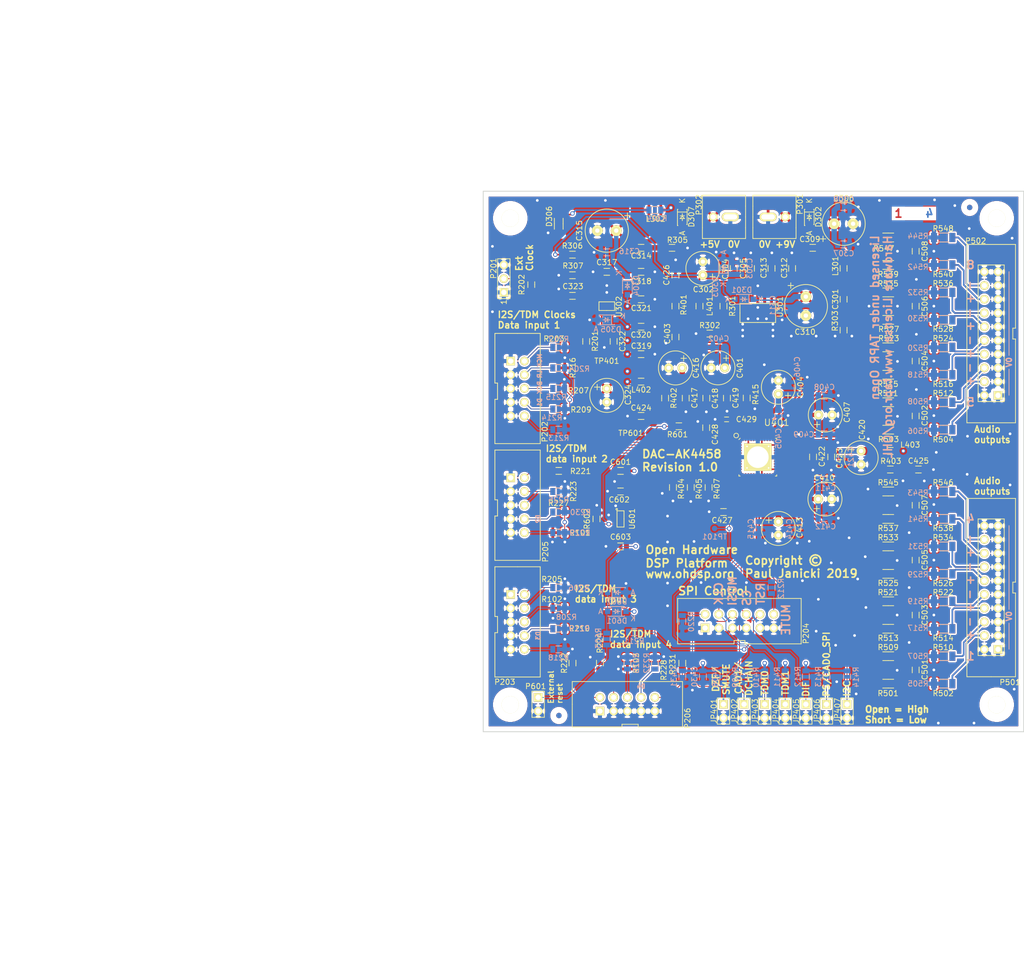
<source format=kicad_pcb>
(kicad_pcb (version 20171130) (host pcbnew "(5.1.0)-1")
  (title_block (title "DAC-AK4458 with Passive Output Filters") (date 2019-04-03) (rev 1.0) (company "Open Hardware DSP Platform - www.ohdsp.org") (comment 1 "MERCHANTABILITY, SATISFACTORY QUALITY AND FITNESS FOR A PARTICULAR PURPOSE.") (comment 2 "is distributed WITHOUT ANY EXPRESS OR IMPLIED WARRANTY, INCLUDING OF") (comment 3 "Licensed under the TAPR Open Hardware License (www.tapr.org/OHL). This documentation") (comment 4 "Copyright Paul Janicki 2019"))
  (layers (0 F.Cu jumper) (1 In1.Cu signal) (2 In2.Cu signal) (31 B.Cu signal) (34 B.Paste user) (35 F.Paste user) (36 B.SilkS user) (37 F.SilkS user) (38 B.Mask user) (39 F.Mask user) (44 Edge.Cuts user))
  (net 0 "")
  (net 1 "Net-(C301-Pad1)")
  (net 2 GNDA)
  (net 3 "Net-(C501-Pad1)")
  (net 4 "Net-(P202-Pad2)")
  (net 5 "Net-(P202-Pad4)")
  (net 6 "Net-(P202-Pad6)")
  (net 7 "Net-(P202-Pad8)")
  (net 8 "Net-(P203-Pad8)")
  (net 9 /AnaloguePassiveFilters/N1)
  (net 10 /AnaloguePassiveFilters/N2)
  (net 11 /AnaloguePassiveFilters/N3)
  (net 12 /AnaloguePassiveFilters/N4)
  (net 13 /AnaloguePassiveFilters/N5)
  (net 14 /AnaloguePassiveFilters/N6)
  (net 15 /AnaloguePassiveFilters/N7)
  (net 16 /AnaloguePassiveFilters/N8)
  (net 17 "Net-(C501-Pad2)")
  (net 18 "Net-(C502-Pad1)")
  (net 19 "Net-(C502-Pad2)")
  (net 20 "Net-(C503-Pad1)")
  (net 21 "Net-(C503-Pad2)")
  (net 22 "Net-(C504-Pad1)")
  (net 23 "Net-(C504-Pad2)")
  (net 24 "Net-(C505-Pad1)")
  (net 25 "Net-(C505-Pad2)")
  (net 26 "Net-(C506-Pad1)")
  (net 27 "Net-(C506-Pad2)")
  (net 28 "Net-(C507-Pad1)")
  (net 29 "Net-(C507-Pad2)")
  (net 30 "Net-(C508-Pad1)")
  (net 31 "Net-(C508-Pad2)")
  (net 32 "Net-(P501-Pad4)")
  (net 33 "Net-(P501-Pad6)")
  (net 34 "Net-(P501-Pad8)")
  (net 35 "Net-(P501-Pad10)")
  (net 36 "Net-(P501-Pad12)")
  (net 37 "Net-(P501-Pad14)")
  (net 38 "Net-(P501-Pad16)")
  (net 39 "Net-(P501-Pad18)")
  (net 40 "Net-(P502-Pad4)")
  (net 41 "Net-(P502-Pad6)")
  (net 42 "Net-(P502-Pad8)")
  (net 43 "Net-(P502-Pad10)")
  (net 44 "Net-(P502-Pad12)")
  (net 45 "Net-(P502-Pad14)")
  (net 46 "Net-(P502-Pad16)")
  (net 47 "Net-(P502-Pad18)")
  (net 48 "Net-(D302-Pad1)")
  (net 49 "Net-(P201-Pad2)")
  (net 50 "Net-(P203-Pad2)")
  (net 51 "Net-(P203-Pad4)")
  (net 52 "Net-(P203-Pad6)")
  (net 53 "Net-(P204-Pad2)")
  (net 54 "Net-(P205-Pad2)")
  (net 55 "Net-(P206-Pad2)")
  (net 56 "Net-(P206-Pad10)")
  (net 57 +3V3)
  (net 58 +5VA)
  (net 59 /GLB_RST)
  (net 60 /SPI_MOSI)
  (net 61 /SPI_CLK)
  (net 62 /SPI_CS)
  (net 63 /MCLK)
  (net 64 /SDATA2)
  (net 65 /SDATA3)
  (net 66 /SDATA4)
  (net 67 /LRCLK)
  (net 68 /BCLK)
  (net 69 /SDATA1)
  (net 70 "Net-(P202-Pad10)")
  (net 71 "Net-(P203-Pad10)")
  (net 72 "Net-(P204-Pad10)")
  (net 73 VCC)
  (net 74 /AK4458/TVDD)
  (net 75 /AK4458/VREF)
  (net 76 /AK4458/AVDD)
  (net 77 "Net-(R404-Pad1)")
  (net 78 /AK4458/OUT_1P)
  (net 79 /AK4458/OUT_2P)
  (net 80 /AK4458/OUT_3P)
  (net 81 /AK4458/OUT_4P)
  (net 82 /AK4458/OUT_5P)
  (net 83 /AK4458/OUT_6P)
  (net 84 /AK4458/OUT_7P)
  (net 85 /AK4458/OUT_8P)
  (net 86 /Reset-CAT811/RST_IN)
  (net 87 /AK4458/CAD1/DCHAIN)
  (net 88 /AK4458/PS/CAD0_SPI)
  (net 89 /AK4458/I2C)
  (net 90 /MUTE)
  (net 91 "Net-(C301-Pad2)")
  (net 92 "Net-(C314-Pad1)")
  (net 93 "Net-(C314-Pad2)")
  (net 94 "Net-(C322-Pad1)")
  (net 95 "Net-(C424-Pad1)")
  (net 96 "Net-(C425-Pad1)")
  (net 97 "Net-(C426-Pad1)")
  (net 98 "Net-(C429-Pad1)")
  (net 99 "Net-(C603-Pad1)")
  (net 100 "Net-(D306-Pad1)")
  (net 101 "Net-(P205-Pad4)")
  (net 102 "Net-(P205-Pad6)")
  (net 103 "Net-(P205-Pad8)")
  (net 104 "Net-(P205-Pad10)")
  (net 105 "Net-(P206-Pad4)")
  (net 106 "Net-(P206-Pad6)")
  (net 107 "Net-(P206-Pad8)")
  (net 108 "Net-(R301-Pad2)")
  (net 109 "Net-(R405-Pad1)")
  (net 110 "Net-(R407-Pad1)")
  (net 111 "Net-(R601-Pad2)")
  (net 112 "Net-(R415-Pad1)")
  (net 113 "Net-(C323-Pad1)")
  (net 114 "Net-(D307-Pad1)")
  (net 115 "Net-(P204-Pad12)")
  (net 116 "Net-(C306-Pad1)")
  (module MyKiCadLibs-Footprints:SMD-0805 (layer F.Cu) (at 162.15 64.275 90)
    (fp_text reference C312 (at 0.075 -1.45 90) (layer F.SilkS))
    (fp_text value 100n hide)
    (pad 1 smd rect (at -1.1 0 90) (size 0.9 1.3) (layers F.Cu F.Paste F.Mask) (net 1 "Net-(C301-Pad1)"))
    (pad 2 smd rect (at 1.1 0 90) (size 0.9 1.3) (layers F.Cu F.Paste F.Mask) (net 2 GNDA))
  )
  (module MyKiCadLibs-Footprints:IC-SOT223-6 (layer F.Cu) (at 155.8 72.53 180)
    (fp_text reference U301 (at -4.1 1.13 270) (layer F.SilkS))
    (fp_text value TPS7A4501DCQ hide)
    (pad 3 smd rect (at 0 -3.1496 180) (size 3.6 2.2) (layers F.Cu F.Paste F.Mask) (net 2 GNDA))
    (pad 3 smd rect (at 0 3.1115 180) (size 0.55 2.15) (layers F.Cu F.Paste F.Mask) (net 2 GNDA))
    (pad 5 smd rect (at 2.54 3.1115 180) (size 0.55 2.15) (layers F.Cu F.Paste F.Mask) (net 108 "Net-(R301-Pad2)"))
    (pad 1 smd rect (at -2.54 3.1115 180) (size 0.55 2.15) (layers F.Cu F.Paste F.Mask) (net 1 "Net-(C301-Pad1)"))
    (pad 2 smd rect (at -1.27 3.1115 180) (size 0.55 2.15) (layers F.Cu F.Paste F.Mask) (net 1 "Net-(C301-Pad1)"))
    (pad 4 smd rect (at 1.27 3.1115 180) (size 0.55 2.15) (layers F.Cu F.Paste F.Mask) (net 58 +5VA))
  )
  (module MyKiCadLibs-Footprints:SMD-0805 (layer F.Cu) (at 121.51 65.545 180)
    (fp_text reference R307 (at -0.09 1.745) (layer F.SilkS))
    (fp_text value 220K hide)
    (pad 2 smd rect (at 1.1 0 180) (size 0.9 1.3) (layers F.Cu F.Paste F.Mask) (net 2 GNDA))
    (pad 1 smd rect (at -1.1 0 180) (size 0.9 1.3) (layers F.Cu F.Paste F.Mask) (net 113 "Net-(C323-Pad1)"))
  )
  (module MyKiCadLibs-Footprints:SMD-0805 (layer B.Cu) (at 158.34 123.33 270)
    (fp_text reference R212 (at 0.17 -1.76 270) (layer B.SilkS) (effects (justify mirror)))
    (fp_text value 0 hide)
    (pad 2 smd rect (at 1.1 0 270) (size 0.9 1.3) (layers B.Cu B.Paste B.Mask) (net 115 "Net-(P204-Pad12)"))
    (pad 1 smd rect (at -1.1 0 270) (size 0.9 1.3) (layers B.Cu B.Paste B.Mask) (net 90 /MUTE))
  )
  (module MyKiCadLibs-Footprints:SMD-0805 (layer F.Cu) (at 129.13 77.78 270)
    (fp_text reference C322 (at 0 -1.651 270) (layer F.SilkS))
    (fp_text value N/F hide)
    (pad 1 smd rect (at -1.1 0 270) (size 0.9 1.3) (layers F.Cu F.Paste F.Mask) (net 94 "Net-(C322-Pad1)"))
    (pad 2 smd rect (at 1.1 0 270) (size 0.9 1.3) (layers F.Cu F.Paste F.Mask) (net 2 GNDA))
  )
  (module MyKiCadLibs-Footprints:CONN-2WAY-2.54mm-3.81mm-SPACING (layer F.Cu) (at 147.545 54.75)
    (fp_text reference P302 (at -2.645 -2.25 90) (layer F.SilkS))
    (fp_text value CONN_2x1 hide)
    (pad 1 thru_hole circle (at 0 0) (size 1.6 1.6) (drill 1) (layers *.Cu *.Mask F.SilkS) (net 114 "Net-(D307-Pad1)"))
    (pad 2 thru_hole oval (at 3.175 0) (size 3.2 1.6) (drill oval 2.54 1) (layers *.Cu *.Mask F.SilkS) (net 2 GNDA))
  )
  (module MyKiCadLibs-Footprints:DIODE-SOD-123 (layer F.Cu) (at 141.83 54.75 270)
    (fp_text reference D307 (at 0 -1.7 270) (layer F.SilkS))
    (fp_text value 1N5819HW hide)
    (fp_text user K (at -3 0 270) (layer F.SilkS))
    (fp_text user A (at 3 0 270) (layer F.SilkS))
    (pad 2 smd rect (at -1.7 0 270) (size 1 1) (layers F.Cu F.Paste F.Mask) (net 73 VCC))
    (pad 1 smd rect (at 1.7 0 270) (size 1 1) (layers F.Cu F.Paste F.Mask) (net 114 "Net-(D307-Pad1)"))
  )
  (module MyKiCadLibs-Footprints:SMD-0805 (layer F.Cu) (at 121.51 69.355 180)
    (fp_text reference C323 (at -0.09 1.755 180) (layer F.SilkS))
    (fp_text value 100n hide)
    (pad 2 smd rect (at 1.1 0 180) (size 0.9 1.3) (layers F.Cu F.Paste F.Mask) (net 2 GNDA))
    (pad 1 smd rect (at -1.1 0 180) (size 0.9 1.3) (layers F.Cu F.Paste F.Mask) (net 113 "Net-(C323-Pad1)"))
  )
  (module MyKiCadLibs-Footprints:SMD-0805 (layer F.Cu) (at 121.51 61.735 180)
    (fp_text reference R306 (at 0.01 1.635 180) (layer F.SilkS))
    (fp_text value 10K hide)
    (pad 1 smd rect (at -1.1 0 180) (size 0.9 1.3) (layers F.Cu F.Paste F.Mask) (net 113 "Net-(C323-Pad1)"))
    (pad 2 smd rect (at 1.1 0 180) (size 0.9 1.3) (layers F.Cu F.Paste F.Mask) (net 58 +5VA))
  )
  (module MyKiCadLibs-Footprints:SMD-0805 (layer F.Cu) (at 141.195 93.485 180)
    (fp_text reference R601 (at 0.254 -1.524 180) (layer F.SilkS))
    (fp_text value 100 hide)
    (pad 1 smd rect (at -1.1 0 180) (size 0.9 1.3) (layers F.Cu F.Paste F.Mask) (net 59 /GLB_RST))
    (pad 2 smd rect (at 1.1 0 180) (size 0.9 1.3) (layers F.Cu F.Paste F.Mask) (net 111 "Net-(R601-Pad2)"))
  )
  (module MyKiCadLibs-Footprints:CONN_SIL_2_1MM (layer F.Cu) (at 115.16 143.65 270)
    (fp_text reference P601 (at -2.05 0.46) (layer F.SilkS))
    (fp_text value CONN_2x1 hide)
    (pad 1 thru_hole rect (at 0 0 270) (size 1.6 1.6) (drill 1) (layers *.Cu *.Mask F.SilkS) (net 86 /Reset-CAT811/RST_IN))
    (pad 2 thru_hole circle (at 2.54 0 270) (size 1.6 1.6) (drill 1) (layers *.Cu *.Mask F.SilkS) (net 2 GNDA))
  )
  (module MyKiCadLibs-Footprints:CONN_SIL_2_1MM (layer F.Cu) (at 149.45 144.92 270)
    (fp_text reference JP401 (at 1.27 1.778 270) (layer F.SilkS))
    (fp_text value CONN_2x1 hide)
    (pad 1 thru_hole rect (at 0 0 270) (size 1.6 1.6) (drill 1) (layers *.Cu *.Mask F.SilkS) (net 90 /MUTE))
    (pad 2 thru_hole circle (at 2.54 0 270) (size 1.6 1.6) (drill 1) (layers *.Cu *.Mask F.SilkS) (net 2 GNDA))
  )
  (module MyKiCadLibs-Footprints:CONN_SIL_2_1MM (layer F.Cu) (at 153.26 144.92 270)
    (fp_text reference JP402 (at 1.27 1.778 270) (layer F.SilkS))
    (fp_text value CONN_2x1 hide)
    (pad 1 thru_hole rect (at 0 0 270) (size 1.6 1.6) (drill 1) (layers *.Cu *.Mask F.SilkS) (net 87 /AK4458/CAD1/DCHAIN))
    (pad 2 thru_hole circle (at 2.54 0 270) (size 1.6 1.6) (drill 1) (layers *.Cu *.Mask F.SilkS) (net 2 GNDA))
  )
  (module MyKiCadLibs-Footprints:CONN_SIL_2_1MM (layer F.Cu) (at 157.07 144.92 270)
    (fp_text reference JP403 (at 1.27 1.778 270) (layer F.SilkS))
    (fp_text value CONN_2x1 hide)
    (pad 1 thru_hole rect (at 0 0 270) (size 1.6 1.6) (drill 1) (layers *.Cu *.Mask F.SilkS) (net 60 /SPI_MOSI))
    (pad 2 thru_hole circle (at 2.54 0 270) (size 1.6 1.6) (drill 1) (layers *.Cu *.Mask F.SilkS) (net 2 GNDA))
  )
  (module MyKiCadLibs-Footprints:CONN_SIL_2_1MM (layer F.Cu) (at 160.88 144.92 270)
    (fp_text reference JP404 (at 1.27 1.778 270) (layer F.SilkS))
    (fp_text value CONN_2x1 hide)
    (pad 1 thru_hole rect (at 0 0 270) (size 1.6 1.6) (drill 1) (layers *.Cu *.Mask F.SilkS) (net 61 /SPI_CLK))
    (pad 2 thru_hole circle (at 2.54 0 270) (size 1.6 1.6) (drill 1) (layers *.Cu *.Mask F.SilkS) (net 2 GNDA))
  )
  (module MyKiCadLibs-Footprints:CONN_SIL_2_1MM (layer F.Cu) (at 164.69 144.92 270)
    (fp_text reference JP405 (at 1.27 1.778 270) (layer F.SilkS))
    (fp_text value CONN_2x1 hide)
    (pad 1 thru_hole rect (at 0 0 270) (size 1.6 1.6) (drill 1) (layers *.Cu *.Mask F.SilkS) (net 62 /SPI_CS))
    (pad 2 thru_hole circle (at 2.54 0 270) (size 1.6 1.6) (drill 1) (layers *.Cu *.Mask F.SilkS) (net 2 GNDA))
  )
  (module MyKiCadLibs-Footprints:CONN_SIL_2_1MM (layer F.Cu) (at 168.5 144.92 270)
    (fp_text reference JP406 (at 1.27 1.778 270) (layer F.SilkS))
    (fp_text value CONN_2x1 hide)
    (pad 1 thru_hole rect (at 0 0 270) (size 1.6 1.6) (drill 1) (layers *.Cu *.Mask F.SilkS) (net 88 /AK4458/PS/CAD0_SPI))
    (pad 2 thru_hole circle (at 2.54 0 270) (size 1.6 1.6) (drill 1) (layers *.Cu *.Mask F.SilkS) (net 2 GNDA))
  )
  (module MyKiCadLibs-Footprints:CONN_SIL_2_1MM (layer F.Cu) (at 172.31 144.92 270)
    (fp_text reference JP407 (at 1.143 1.778 270) (layer F.SilkS))
    (fp_text value CONN_2x1 hide)
    (pad 1 thru_hole rect (at 0 0 270) (size 1.6 1.6) (drill 1) (layers *.Cu *.Mask F.SilkS) (net 89 /AK4458/I2C))
    (pad 2 thru_hole circle (at 2.54 0 270) (size 1.6 1.6) (drill 1) (layers *.Cu *.Mask F.SilkS) (net 2 GNDA))
  )
  (module MyKiCadLibs-Footprints:CONN_DIL_2X6_BOX_1MM (layer F.Cu) (at 152.4 129.54 90)
    (fp_text reference P204 (at -2.282844 12.317948 270) (layer F.SilkS))
    (fp_text value CONN_02X06 hide)
    (pad 11 thru_hole circle (at -1.27 6.35 90) (size 1.6 1.6) (drill 1) (layers *.Cu *.Mask F.SilkS) (net 2 GNDA))
    (pad 12 thru_hole circle (at 1.27 6.35 90) (size 1.6 1.6) (drill 1) (layers *.Cu *.Mask F.SilkS) (net 115 "Net-(P204-Pad12)"))
    (pad 10 thru_hole circle (at 1.27 3.81 90) (size 1.6 1.6) (drill 1) (layers *.Cu *.Mask F.SilkS) (net 72 "Net-(P204-Pad10)"))
    (pad 9 thru_hole circle (at -1.27 3.81 90) (size 1.6 1.6) (drill 1) (layers *.Cu *.Mask F.SilkS) (net 2 GNDA))
    (pad 8 thru_hole circle (at 1.27 1.27 90) (size 1.6 1.6) (drill 1) (layers *.Cu *.Mask F.SilkS) (net 62 /SPI_CS))
    (pad 7 thru_hole circle (at -1.27 1.27 90) (size 1.6 1.6) (drill 1) (layers *.Cu *.Mask F.SilkS) (net 2 GNDA))
    (pad 6 thru_hole circle (at 1.27 -1.27 90) (size 1.6 1.6) (drill 1) (layers *.Cu *.Mask F.SilkS) (net 60 /SPI_MOSI))
    (pad 5 thru_hole circle (at -1.27 -1.27 90) (size 1.6 1.6) (drill 1) (layers *.Cu *.Mask F.SilkS) (net 2 GNDA))
    (pad 4 thru_hole circle (at 1.27 -3.81 90) (size 1.6 1.6) (drill 1) (layers *.Cu *.Mask F.SilkS) (net 61 /SPI_CLK))
    (pad 3 thru_hole circle (at -1.27 -3.81 90) (size 1.6 1.6) (drill 1) (layers *.Cu *.Mask F.SilkS) (net 2 GNDA))
    (pad 2 thru_hole circle (at 1.27 -6.35 90) (size 1.6 1.6) (drill 1) (layers *.Cu *.Mask F.SilkS) (net 53 "Net-(P204-Pad2)"))
    (pad 1 thru_hole rect (at -1.27 -6.35 90) (size 1.6 1.6) (drill 1) (layers *.Cu *.Mask F.SilkS) (net 2 GNDA))
  )
  (module MyKiCadLibs-Footprints:CONN_SIL_3_1MM (layer F.Cu) (at 108.81 68.72 90)
    (fp_text reference P201 (at 4.445 -1.905 90) (layer F.SilkS))
    (fp_text value CONN_3x1 hide)
    (fp_text user 1 (at -1.8 0 90) (layer F.SilkS))
    (pad 2 thru_hole circle (at 2.54 0 90) (size 1.6 1.6) (drill 1) (layers *.Cu *.Mask F.SilkS) (net 49 "Net-(P201-Pad2)"))
    (pad 1 thru_hole rect (at 0 0 90) (size 1.6 1.6) (drill 1) (layers *.Cu *.Mask F.SilkS) (net 2 GNDA))
    (pad 3 thru_hole circle (at 5.08 0 90) (size 1.6 1.6) (drill 1) (layers *.Cu *.Mask F.SilkS) (net 2 GNDA))
  )
  (module MyKiCadLibs-Footprints:CONN_DIL_2X5_BOX_1MM (layer F.Cu) (at 131.67 144.92 90)
    (fp_text reference P206 (at -2.58 11.13 90) (layer F.SilkS))
    (fp_text value CONN_02X05 hide)
    (pad 10 thru_hole circle (at 1.27 5.08 90) (size 1.6 1.6) (drill 1) (layers *.Cu *.Mask F.SilkS) (net 56 "Net-(P206-Pad10)"))
    (pad 9 thru_hole circle (at -1.27 5.08 90) (size 1.6 1.6) (drill 1) (layers *.Cu *.Mask F.SilkS) (net 2 GNDA))
    (pad 8 thru_hole circle (at 1.27 2.54 90) (size 1.6 1.6) (drill 1) (layers *.Cu *.Mask F.SilkS) (net 107 "Net-(P206-Pad8)"))
    (pad 7 thru_hole circle (at -1.27 2.54 90) (size 1.6 1.6) (drill 1) (layers *.Cu *.Mask F.SilkS) (net 2 GNDA))
    (pad 6 thru_hole circle (at 1.27 0 90) (size 1.6 1.6) (drill 1) (layers *.Cu *.Mask F.SilkS) (net 106 "Net-(P206-Pad6)"))
    (pad 5 thru_hole circle (at -1.27 0 90) (size 1.6 1.6) (drill 1) (layers *.Cu *.Mask F.SilkS) (net 2 GNDA))
    (pad 4 thru_hole circle (at 1.27 -2.54 90) (size 1.6 1.6) (drill 1) (layers *.Cu *.Mask F.SilkS) (net 105 "Net-(P206-Pad4)"))
    (pad 3 thru_hole circle (at -1.27 -2.54 90) (size 1.6 1.6) (drill 1) (layers *.Cu *.Mask F.SilkS) (net 2 GNDA))
    (pad 2 thru_hole circle (at 1.27 -5.08 90) (size 1.6 1.6) (drill 1) (layers *.Cu *.Mask F.SilkS) (net 55 "Net-(P206-Pad2)"))
    (pad 1 thru_hole rect (at -1.27 -5.08 90) (size 1.6 1.6) (drill 1) (layers *.Cu *.Mask F.SilkS) (net 2 GNDA))
  )
  (module MyKiCadLibs-Footprints:CONN_DIL_2X5_BOX_1MM (layer F.Cu) (at 111.35 86.5)
    (fp_text reference P202 (at 5.05 8 270) (layer F.SilkS))
    (fp_text value CONN_02X05 hide)
    (pad 10 thru_hole circle (at 1.27 5.08) (size 1.6 1.6) (drill 1) (layers *.Cu *.Mask F.SilkS) (net 70 "Net-(P202-Pad10)"))
    (pad 9 thru_hole circle (at -1.27 5.08) (size 1.6 1.6) (drill 1) (layers *.Cu *.Mask F.SilkS) (net 2 GNDA))
    (pad 8 thru_hole circle (at 1.27 2.54) (size 1.6 1.6) (drill 1) (layers *.Cu *.Mask F.SilkS) (net 7 "Net-(P202-Pad8)"))
    (pad 7 thru_hole circle (at -1.27 2.54) (size 1.6 1.6) (drill 1) (layers *.Cu *.Mask F.SilkS) (net 2 GNDA))
    (pad 6 thru_hole circle (at 1.27 0) (size 1.6 1.6) (drill 1) (layers *.Cu *.Mask F.SilkS) (net 6 "Net-(P202-Pad6)"))
    (pad 5 thru_hole circle (at -1.27 0) (size 1.6 1.6) (drill 1) (layers *.Cu *.Mask F.SilkS) (net 2 GNDA))
    (pad 4 thru_hole circle (at 1.27 -2.54) (size 1.6 1.6) (drill 1) (layers *.Cu *.Mask F.SilkS) (net 5 "Net-(P202-Pad4)"))
    (pad 3 thru_hole circle (at -1.27 -2.54) (size 1.6 1.6) (drill 1) (layers *.Cu *.Mask F.SilkS) (net 2 GNDA))
    (pad 2 thru_hole circle (at 1.27 -5.08) (size 1.6 1.6) (drill 1) (layers *.Cu *.Mask F.SilkS) (net 4 "Net-(P202-Pad2)"))
    (pad 1 thru_hole rect (at -1.27 -5.08) (size 1.6 1.6) (drill 1) (layers *.Cu *.Mask F.SilkS) (net 2 GNDA))
  )
  (module MyKiCadLibs-Footprints:CONN_DIL_2X5_BOX_1MM (layer F.Cu) (at 111.35 108.09)
    (fp_text reference P205 (at 5.15 8.61 270) (layer F.SilkS))
    (fp_text value CONN_02X05 hide)
    (pad 10 thru_hole circle (at 1.27 5.08) (size 1.6 1.6) (drill 1) (layers *.Cu *.Mask F.SilkS) (net 104 "Net-(P205-Pad10)"))
    (pad 9 thru_hole circle (at -1.27 5.08) (size 1.6 1.6) (drill 1) (layers *.Cu *.Mask F.SilkS) (net 2 GNDA))
    (pad 8 thru_hole circle (at 1.27 2.54) (size 1.6 1.6) (drill 1) (layers *.Cu *.Mask F.SilkS) (net 103 "Net-(P205-Pad8)"))
    (pad 7 thru_hole circle (at -1.27 2.54) (size 1.6 1.6) (drill 1) (layers *.Cu *.Mask F.SilkS) (net 2 GNDA))
    (pad 6 thru_hole circle (at 1.27 0) (size 1.6 1.6) (drill 1) (layers *.Cu *.Mask F.SilkS) (net 102 "Net-(P205-Pad6)"))
    (pad 5 thru_hole circle (at -1.27 0) (size 1.6 1.6) (drill 1) (layers *.Cu *.Mask F.SilkS) (net 2 GNDA))
    (pad 4 thru_hole circle (at 1.27 -2.54) (size 1.6 1.6) (drill 1) (layers *.Cu *.Mask F.SilkS) (net 101 "Net-(P205-Pad4)"))
    (pad 3 thru_hole circle (at -1.27 -2.54) (size 1.6 1.6) (drill 1) (layers *.Cu *.Mask F.SilkS) (net 2 GNDA))
    (pad 2 thru_hole circle (at 1.27 -5.08) (size 1.6 1.6) (drill 1) (layers *.Cu *.Mask F.SilkS) (net 54 "Net-(P205-Pad2)"))
    (pad 1 thru_hole rect (at -1.27 -5.08) (size 1.6 1.6) (drill 1) (layers *.Cu *.Mask F.SilkS) (net 2 GNDA))
  )
  (module MyKiCadLibs-Footprints:CONN_DIL_2X5_BOX_1MM (layer F.Cu) (at 111.35 129.68)
    (fp_text reference P203 (at -2.35 11.12 180) (layer F.SilkS))
    (fp_text value CONN_02X05 hide)
    (pad 10 thru_hole circle (at 1.27 5.08) (size 1.6 1.6) (drill 1) (layers *.Cu *.Mask F.SilkS) (net 71 "Net-(P203-Pad10)"))
    (pad 9 thru_hole circle (at -1.27 5.08) (size 1.6 1.6) (drill 1) (layers *.Cu *.Mask F.SilkS) (net 2 GNDA))
    (pad 8 thru_hole circle (at 1.27 2.54) (size 1.6 1.6) (drill 1) (layers *.Cu *.Mask F.SilkS) (net 8 "Net-(P203-Pad8)"))
    (pad 7 thru_hole circle (at -1.27 2.54) (size 1.6 1.6) (drill 1) (layers *.Cu *.Mask F.SilkS) (net 2 GNDA))
    (pad 6 thru_hole circle (at 1.27 0) (size 1.6 1.6) (drill 1) (layers *.Cu *.Mask F.SilkS) (net 52 "Net-(P203-Pad6)"))
    (pad 5 thru_hole circle (at -1.27 0) (size 1.6 1.6) (drill 1) (layers *.Cu *.Mask F.SilkS) (net 2 GNDA))
    (pad 4 thru_hole circle (at 1.27 -2.54) (size 1.6 1.6) (drill 1) (layers *.Cu *.Mask F.SilkS) (net 51 "Net-(P203-Pad4)"))
    (pad 3 thru_hole circle (at -1.27 -2.54) (size 1.6 1.6) (drill 1) (layers *.Cu *.Mask F.SilkS) (net 2 GNDA))
    (pad 2 thru_hole circle (at 1.27 -5.08) (size 1.6 1.6) (drill 1) (layers *.Cu *.Mask F.SilkS) (net 50 "Net-(P203-Pad2)"))
    (pad 1 thru_hole rect (at -1.27 -5.08) (size 1.6 1.6) (drill 1) (layers *.Cu *.Mask F.SilkS) (net 2 GNDA))
  )
  (module MyKiCadLibs-Footprints:SMD-0805 (layer B.Cu) (at 118.97 130.95 180)
    (fp_text reference R219 (at -3.83 0.05 180) (layer B.SilkS) (effects (justify mirror)))
    (fp_text value N/F hide)
    (pad 1 smd rect (at -1.1 0 180) (size 0.9 1.3) (layers B.Cu B.Paste B.Mask) (net 2 GNDA))
    (pad 2 smd rect (at 1.1 0 180) (size 0.9 1.3) (layers B.Cu B.Paste B.Mask) (net 8 "Net-(P203-Pad8)"))
  )
  (module MyKiCadLibs-Footprints:SMD-0805 (layer F.Cu) (at 145.005 71.26 270)
    (fp_text reference L401 (at 0 -1.905 90) (layer F.SilkS))
    (fp_text value 600R@100MHz hide)
    (pad 1 smd rect (at -1.1 0 270) (size 0.9 1.3) (layers F.Cu F.Paste F.Mask) (net 58 +5VA))
    (pad 2 smd rect (at 1.1 0 270) (size 0.9 1.3) (layers F.Cu F.Paste F.Mask) (net 75 /AK4458/VREF))
  )
  (module MyKiCadLibs-Footprints:SMD-0805 (layer F.Cu) (at 171.675 64.275 270)
    (fp_text reference L301 (at -0.436 1.5245 270) (layer F.SilkS))
    (fp_text value 600R@100MHz hide)
    (pad 1 smd rect (at -1.1 0 270) (size 0.9 1.3) (layers F.Cu F.Paste F.Mask) (net 116 "Net-(C306-Pad1)"))
    (pad 2 smd rect (at 1.1 0 270) (size 0.9 1.3) (layers F.Cu F.Paste F.Mask) (net 1 "Net-(C301-Pad1)"))
  )
  (module MyKiCadLibs-Footprints:DIODE-SOD-123 (layer B.Cu) (at 131.67 67.45 270)
    (fp_text reference D304 (at 0 -1.651 270) (layer B.SilkS) (effects (justify mirror)))
    (fp_text value 1N5819HW hide)
    (fp_text user K (at -2.286 1.524 270) (layer B.SilkS) (effects (justify mirror)))
    (fp_text user A (at 3 0 270) (layer B.SilkS) (effects (justify mirror)))
    (pad 2 smd rect (at -1.7 0 270) (size 1 1) (layers B.Cu B.Paste B.Mask) (net 92 "Net-(C314-Pad1)"))
    (pad 1 smd rect (at 1.7 0 270) (size 1 1) (layers B.Cu B.Paste B.Mask) (net 57 +3V3))
  )
  (module MyKiCadLibs-Footprints:SMD-0805 (layer F.Cu) (at 185.01 61.1 270)
    (fp_text reference C508 (at 0 -1.69 270) (layer F.SilkS))
    (fp_text value 2n7 hide)
    (pad 1 smd rect (at -1.1 0 270) (size 0.9 1.3) (layers F.Cu F.Paste F.Mask) (net 30 "Net-(C508-Pad1)"))
    (pad 2 smd rect (at 1.1 0 270) (size 0.9 1.3) (layers F.Cu F.Paste F.Mask) (net 31 "Net-(C508-Pad2)"))
  )
  (module MyKiCadLibs-Footprints:SMD-1206 (layer B.Cu) (at 190.09 58.56 180)
    (fp_text reference R544 (at 4.648 0.254 180) (layer B.SilkS) (effects (justify mirror)))
    (fp_text value 100k hide)
    (pad 1 smd rect (at -1.7 0 180) (size 1.1 1.7) (layers B.Cu B.Paste B.Mask) (net 47 "Net-(P502-Pad18)"))
    (pad 2 smd rect (at 1.7 0 180) (size 1.1 1.7) (layers B.Cu B.Paste B.Mask) (net 2 GNDA))
  )
  (module MyKiCadLibs-Footprints:SMD-1206 (layer B.Cu) (at 190.09 63.64 180)
    (fp_text reference R542 (at 4.648 -0.381 180) (layer B.SilkS) (effects (justify mirror)))
    (fp_text value 100k hide)
    (pad 1 smd rect (at -1.7 0 180) (size 1.1 1.7) (layers B.Cu B.Paste B.Mask) (net 46 "Net-(P502-Pad16)"))
    (pad 2 smd rect (at 1.7 0 180) (size 1.1 1.7) (layers B.Cu B.Paste B.Mask) (net 2 GNDA))
  )
  (module MyKiCadLibs-Footprints:SMD-1206 (layer B.Cu) (at 190.09 68.72 180)
    (fp_text reference R532 (at 4.648 0 180) (layer B.SilkS) (effects (justify mirror)))
    (fp_text value 100k hide)
    (pad 1 smd rect (at -1.7 0 180) (size 1.1 1.7) (layers B.Cu B.Paste B.Mask) (net 45 "Net-(P502-Pad14)"))
    (pad 2 smd rect (at 1.7 0 180) (size 1.1 1.7) (layers B.Cu B.Paste B.Mask) (net 2 GNDA))
  )
  (module MyKiCadLibs-Footprints:SMD-1206 (layer B.Cu) (at 190.09 73.8 180)
    (fp_text reference R530 (at 4.648 0.254 180) (layer B.SilkS) (effects (justify mirror)))
    (fp_text value 100k hide)
    (pad 1 smd rect (at -1.7 0 180) (size 1.1 1.7) (layers B.Cu B.Paste B.Mask) (net 44 "Net-(P502-Pad12)"))
    (pad 2 smd rect (at 1.7 0 180) (size 1.1 1.7) (layers B.Cu B.Paste B.Mask) (net 2 GNDA))
  )
  (module MyKiCadLibs-Footprints:SMD-1206 (layer B.Cu) (at 190.09 78.88 180)
    (fp_text reference R520 (at 4.648 -0.127 180) (layer B.SilkS) (effects (justify mirror)))
    (fp_text value 100k hide)
    (pad 1 smd rect (at -1.7 0 180) (size 1.1 1.7) (layers B.Cu B.Paste B.Mask) (net 43 "Net-(P502-Pad10)"))
    (pad 2 smd rect (at 1.7 0 180) (size 1.1 1.7) (layers B.Cu B.Paste B.Mask) (net 2 GNDA))
  )
  (module MyKiCadLibs-Footprints:SMD-1206 (layer B.Cu) (at 190.09 83.96 180)
    (fp_text reference R518 (at 4.648 0 180) (layer B.SilkS) (effects (justify mirror)))
    (fp_text value 100k hide)
    (pad 1 smd rect (at -1.7 0 180) (size 1.1 1.7) (layers B.Cu B.Paste B.Mask) (net 42 "Net-(P502-Pad8)"))
    (pad 2 smd rect (at 1.7 0 180) (size 1.1 1.7) (layers B.Cu B.Paste B.Mask) (net 2 GNDA))
  )
  (module MyKiCadLibs-Footprints:SMD-1206 (layer B.Cu) (at 190.09 89.04 180)
    (fp_text reference R508 (at 4.648 0.127 180) (layer B.SilkS) (effects (justify mirror)))
    (fp_text value 100k hide)
    (pad 1 smd rect (at -1.7 0 180) (size 1.1 1.7) (layers B.Cu B.Paste B.Mask) (net 41 "Net-(P502-Pad6)"))
    (pad 2 smd rect (at 1.7 0 180) (size 1.1 1.7) (layers B.Cu B.Paste B.Mask) (net 2 GNDA))
  )
  (module MyKiCadLibs-Footprints:SMD-1206 (layer B.Cu) (at 190.09 94.12 180)
    (fp_text reference R506 (at 4.648 -0.254 180) (layer B.SilkS) (effects (justify mirror)))
    (fp_text value 100k hide)
    (pad 1 smd rect (at -1.7 0 180) (size 1.1 1.7) (layers B.Cu B.Paste B.Mask) (net 40 "Net-(P502-Pad4)"))
    (pad 2 smd rect (at 1.7 0 180) (size 1.1 1.7) (layers B.Cu B.Paste B.Mask) (net 2 GNDA))
  )
  (module MyKiCadLibs-Footprints:SMD-1206 (layer B.Cu) (at 190.09 105.55 180)
    (fp_text reference R543 (at 4.648 -0.254 180) (layer B.SilkS) (effects (justify mirror)))
    (fp_text value 100k hide)
    (pad 1 smd rect (at -1.7 0 180) (size 1.1 1.7) (layers B.Cu B.Paste B.Mask) (net 39 "Net-(P501-Pad18)"))
    (pad 2 smd rect (at 1.7 0 180) (size 1.1 1.7) (layers B.Cu B.Paste B.Mask) (net 2 GNDA))
  )
  (module MyKiCadLibs-Footprints:SMD-1206 (layer B.Cu) (at 190.09 110.63 180)
    (fp_text reference R541 (at 4.648 0 180) (layer B.SilkS) (effects (justify mirror)))
    (fp_text value 100k hide)
    (pad 1 smd rect (at -1.7 0 180) (size 1.1 1.7) (layers B.Cu B.Paste B.Mask) (net 38 "Net-(P501-Pad16)"))
    (pad 2 smd rect (at 1.7 0 180) (size 1.1 1.7) (layers B.Cu B.Paste B.Mask) (net 2 GNDA))
  )
  (module MyKiCadLibs-Footprints:SMD-1206 (layer B.Cu) (at 190.09 115.71 180)
    (fp_text reference R531 (at 4.648 0 180) (layer B.SilkS) (effects (justify mirror)))
    (fp_text value 100k hide)
    (pad 1 smd rect (at -1.7 0 180) (size 1.1 1.7) (layers B.Cu B.Paste B.Mask) (net 37 "Net-(P501-Pad14)"))
    (pad 2 smd rect (at 1.7 0 180) (size 1.1 1.7) (layers B.Cu B.Paste B.Mask) (net 2 GNDA))
  )
  (module MyKiCadLibs-Footprints:SMD-1206 (layer B.Cu) (at 190.09 120.79 180)
    (fp_text reference R529 (at 4.648 -0.127 180) (layer B.SilkS) (effects (justify mirror)))
    (fp_text value 100k hide)
    (pad 1 smd rect (at -1.7 0 180) (size 1.1 1.7) (layers B.Cu B.Paste B.Mask) (net 36 "Net-(P501-Pad12)"))
    (pad 2 smd rect (at 1.7 0 180) (size 1.1 1.7) (layers B.Cu B.Paste B.Mask) (net 2 GNDA))
  )
  (module MyKiCadLibs-Footprints:SMD-1206 (layer B.Cu) (at 190.09 125.87 180)
    (fp_text reference R519 (at 4.648 0 180) (layer B.SilkS) (effects (justify mirror)))
    (fp_text value 100k hide)
    (pad 1 smd rect (at -1.7 0 180) (size 1.1 1.7) (layers B.Cu B.Paste B.Mask) (net 35 "Net-(P501-Pad10)"))
    (pad 2 smd rect (at 1.7 0 180) (size 1.1 1.7) (layers B.Cu B.Paste B.Mask) (net 2 GNDA))
  )
  (module MyKiCadLibs-Footprints:SMD-1206 (layer B.Cu) (at 190.09 130.95 180)
    (fp_text reference R517 (at 4.648 0.127 180) (layer B.SilkS) (effects (justify mirror)))
    (fp_text value 100k hide)
    (pad 1 smd rect (at -1.7 0 180) (size 1.1 1.7) (layers B.Cu B.Paste B.Mask) (net 34 "Net-(P501-Pad8)"))
    (pad 2 smd rect (at 1.7 0 180) (size 1.1 1.7) (layers B.Cu B.Paste B.Mask) (net 2 GNDA))
  )
  (module MyKiCadLibs-Footprints:SMD-1206 (layer F.Cu) (at 190.09 58.56)
    (fp_text reference R548 (at 0 -1.65) (layer F.SilkS))
    (fp_text value 100 hide)
    (pad 1 smd rect (at -1.7 0) (size 1.1 1.7) (layers F.Cu F.Paste F.Mask) (net 30 "Net-(C508-Pad1)"))
    (pad 2 smd rect (at 1.7 0) (size 1.1 1.7) (layers F.Cu F.Paste F.Mask) (net 47 "Net-(P502-Pad18)"))
  )
  (module MyKiCadLibs-Footprints:SMD-1206 (layer F.Cu) (at 190.09 63.64)
    (fp_text reference R540 (at 0.0002 1.7272) (layer F.SilkS))
    (fp_text value 100 hide)
    (pad 1 smd rect (at -1.7 0) (size 1.1 1.7) (layers F.Cu F.Paste F.Mask) (net 31 "Net-(C508-Pad2)"))
    (pad 2 smd rect (at 1.7 0) (size 1.1 1.7) (layers F.Cu F.Paste F.Mask) (net 46 "Net-(P502-Pad16)"))
  )
  (module MyKiCadLibs-Footprints:SMD-1206 (layer F.Cu) (at 190.09 68.72)
    (fp_text reference R536 (at 0 -1.65) (layer F.SilkS))
    (fp_text value 100 hide)
    (pad 1 smd rect (at -1.7 0) (size 1.1 1.7) (layers F.Cu F.Paste F.Mask) (net 26 "Net-(C506-Pad1)"))
    (pad 2 smd rect (at 1.7 0) (size 1.1 1.7) (layers F.Cu F.Paste F.Mask) (net 45 "Net-(P502-Pad14)"))
  )
  (module MyKiCadLibs-Footprints:SMD-1206 (layer F.Cu) (at 190.09 73.8)
    (fp_text reference R528 (at 0 1.7018) (layer F.SilkS))
    (fp_text value 100 hide)
    (pad 1 smd rect (at -1.7 0) (size 1.1 1.7) (layers F.Cu F.Paste F.Mask) (net 27 "Net-(C506-Pad2)"))
    (pad 2 smd rect (at 1.7 0) (size 1.1 1.7) (layers F.Cu F.Paste F.Mask) (net 44 "Net-(P502-Pad12)"))
  )
  (module MyKiCadLibs-Footprints:SMD-1206 (layer F.Cu) (at 190.09 78.88)
    (fp_text reference R524 (at 0 -1.65) (layer F.SilkS))
    (fp_text value 100 hide)
    (pad 1 smd rect (at -1.7 0) (size 1.1 1.7) (layers F.Cu F.Paste F.Mask) (net 22 "Net-(C504-Pad1)"))
    (pad 2 smd rect (at 1.7 0) (size 1.1 1.7) (layers F.Cu F.Paste F.Mask) (net 43 "Net-(P502-Pad10)"))
  )
  (module MyKiCadLibs-Footprints:SMD-1206 (layer F.Cu) (at 190.09 83.96)
    (fp_text reference R516 (at 0.0002 1.7272) (layer F.SilkS))
    (fp_text value 100 hide)
    (pad 1 smd rect (at -1.7 0) (size 1.1 1.7) (layers F.Cu F.Paste F.Mask) (net 23 "Net-(C504-Pad2)"))
    (pad 2 smd rect (at 1.7 0) (size 1.1 1.7) (layers F.Cu F.Paste F.Mask) (net 42 "Net-(P502-Pad8)"))
  )
  (module MyKiCadLibs-Footprints:SMD-1206 (layer F.Cu) (at 190.09 89.04)
    (fp_text reference R512 (at 0 -1.65) (layer F.SilkS))
    (fp_text value 100 hide)
    (pad 1 smd rect (at -1.7 0) (size 1.1 1.7) (layers F.Cu F.Paste F.Mask) (net 18 "Net-(C502-Pad1)"))
    (pad 2 smd rect (at 1.7 0) (size 1.1 1.7) (layers F.Cu F.Paste F.Mask) (net 41 "Net-(P502-Pad6)"))
  )
  (module MyKiCadLibs-Footprints:SMD-1206 (layer F.Cu) (at 190.09 94.12)
    (fp_text reference R504 (at 0.0002 1.8288) (layer F.SilkS))
    (fp_text value 100 hide)
    (pad 1 smd rect (at -1.7 0) (size 1.1 1.7) (layers F.Cu F.Paste F.Mask) (net 19 "Net-(C502-Pad2)"))
    (pad 2 smd rect (at 1.7 0) (size 1.1 1.7) (layers F.Cu F.Paste F.Mask) (net 40 "Net-(P502-Pad4)"))
  )
  (module MyKiCadLibs-Footprints:SMD-1206 (layer F.Cu) (at 190.09 105.55)
    (fp_text reference R546 (at 0 -1.65) (layer F.SilkS))
    (fp_text value 100 hide)
    (pad 1 smd rect (at -1.7 0) (size 1.1 1.7) (layers F.Cu F.Paste F.Mask) (net 28 "Net-(C507-Pad1)"))
    (pad 2 smd rect (at 1.7 0) (size 1.1 1.7) (layers F.Cu F.Paste F.Mask) (net 39 "Net-(P501-Pad18)"))
  )
  (module MyKiCadLibs-Footprints:SMD-1206 (layer F.Cu) (at 190.09 110.63)
    (fp_text reference R538 (at 0.0002 1.7272) (layer F.SilkS))
    (fp_text value 100 hide)
    (pad 1 smd rect (at -1.7 0) (size 1.1 1.7) (layers F.Cu F.Paste F.Mask) (net 29 "Net-(C507-Pad2)"))
    (pad 2 smd rect (at 1.7 0) (size 1.1 1.7) (layers F.Cu F.Paste F.Mask) (net 38 "Net-(P501-Pad16)"))
  )
  (module MyKiCadLibs-Footprints:SMD-1206 (layer F.Cu) (at 190.09 115.71)
    (fp_text reference R534 (at 0 -1.65) (layer F.SilkS))
    (fp_text value 100 hide)
    (pad 1 smd rect (at -1.7 0) (size 1.1 1.7) (layers F.Cu F.Paste F.Mask) (net 24 "Net-(C505-Pad1)"))
    (pad 2 smd rect (at 1.7 0) (size 1.1 1.7) (layers F.Cu F.Paste F.Mask) (net 37 "Net-(P501-Pad14)"))
  )
  (module MyKiCadLibs-Footprints:SMD-1206 (layer F.Cu) (at 190.09 120.79)
    (fp_text reference R526 (at 0 1.7526) (layer F.SilkS))
    (fp_text value 100 hide)
    (pad 1 smd rect (at -1.7 0) (size 1.1 1.7) (layers F.Cu F.Paste F.Mask) (net 25 "Net-(C505-Pad2)"))
    (pad 2 smd rect (at 1.7 0) (size 1.1 1.7) (layers F.Cu F.Paste F.Mask) (net 36 "Net-(P501-Pad12)"))
  )
  (module MyKiCadLibs-Footprints:SMD-1206 (layer F.Cu) (at 190.09 125.87)
    (fp_text reference R522 (at 0 -1.65) (layer F.SilkS))
    (fp_text value 100 hide)
    (pad 1 smd rect (at -1.7 0) (size 1.1 1.7) (layers F.Cu F.Paste F.Mask) (net 20 "Net-(C503-Pad1)"))
    (pad 2 smd rect (at 1.7 0) (size 1.1 1.7) (layers F.Cu F.Paste F.Mask) (net 35 "Net-(P501-Pad10)"))
  )
  (module MyKiCadLibs-Footprints:SMD-1206 (layer F.Cu) (at 190.09 130.95)
    (fp_text reference R514 (at 0.0002 1.7272) (layer F.SilkS))
    (fp_text value 100 hide)
    (pad 1 smd rect (at -1.7 0) (size 1.1 1.7) (layers F.Cu F.Paste F.Mask) (net 21 "Net-(C503-Pad2)"))
    (pad 2 smd rect (at 1.7 0) (size 1.1 1.7) (layers F.Cu F.Paste F.Mask) (net 34 "Net-(P501-Pad8)"))
  )
  (module MyKiCadLibs-Footprints:SMD-1206 (layer F.Cu) (at 179.93 58.56)
    (fp_text reference R547 (at -0.83 2.04) (layer F.SilkS))
    (fp_text value 240 hide)
    (pad 1 smd rect (at -1.7 0) (size 1.1 1.7) (layers F.Cu F.Paste F.Mask) (net 16 /AnaloguePassiveFilters/N8))
    (pad 2 smd rect (at 1.7 0) (size 1.1 1.7) (layers F.Cu F.Paste F.Mask) (net 30 "Net-(C508-Pad1)"))
  )
  (module MyKiCadLibs-Footprints:SMD-1206 (layer F.Cu) (at 179.93 63.64)
    (fp_text reference R539 (at 0 1.7272) (layer F.SilkS))
    (fp_text value 240 hide)
    (pad 1 smd rect (at -1.7 0) (size 1.1 1.7) (layers F.Cu F.Paste F.Mask) (net 85 /AK4458/OUT_8P))
    (pad 2 smd rect (at 1.7 0) (size 1.1 1.7) (layers F.Cu F.Paste F.Mask) (net 31 "Net-(C508-Pad2)"))
  )
  (module MyKiCadLibs-Footprints:SMD-1206 (layer F.Cu) (at 179.93 68.72)
    (fp_text reference R535 (at -0.0252 -1.6256) (layer F.SilkS))
    (fp_text value 240 hide)
    (pad 1 smd rect (at -1.7 0) (size 1.1 1.7) (layers F.Cu F.Paste F.Mask) (net 15 /AnaloguePassiveFilters/N7))
    (pad 2 smd rect (at 1.7 0) (size 1.1 1.7) (layers F.Cu F.Paste F.Mask) (net 26 "Net-(C506-Pad1)"))
  )
  (module MyKiCadLibs-Footprints:SMD-1206 (layer F.Cu) (at 179.93 73.8)
    (fp_text reference R527 (at 0.1018 1.7272) (layer F.SilkS))
    (fp_text value 240 hide)
    (pad 1 smd rect (at -1.7 0) (size 1.1 1.7) (layers F.Cu F.Paste F.Mask) (net 84 /AK4458/OUT_7P))
    (pad 2 smd rect (at 1.7 0) (size 1.1 1.7) (layers F.Cu F.Paste F.Mask) (net 27 "Net-(C506-Pad2)"))
  )
  (module MyKiCadLibs-Footprints:SMD-1206 (layer F.Cu) (at 179.93 78.88)
    (fp_text reference R523 (at 0.1018 -1.651) (layer F.SilkS))
    (fp_text value 240 hide)
    (pad 1 smd rect (at -1.7 0) (size 1.1 1.7) (layers F.Cu F.Paste F.Mask) (net 14 /AnaloguePassiveFilters/N6))
    (pad 2 smd rect (at 1.7 0) (size 1.1 1.7) (layers F.Cu F.Paste F.Mask) (net 22 "Net-(C504-Pad1)"))
  )
  (module MyKiCadLibs-Footprints:SMD-1206 (layer F.Cu) (at 179.93 83.96)
    (fp_text reference R515 (at -0.0506 1.7272) (layer F.SilkS))
    (fp_text value 240 hide)
    (pad 1 smd rect (at -1.7 0) (size 1.1 1.7) (layers F.Cu F.Paste F.Mask) (net 83 /AK4458/OUT_6P))
    (pad 2 smd rect (at 1.7 0) (size 1.1 1.7) (layers F.Cu F.Paste F.Mask) (net 23 "Net-(C504-Pad2)"))
  )
  (module MyKiCadLibs-Footprints:SMD-1206 (layer F.Cu) (at 179.93 89.04)
    (fp_text reference R511 (at -0.076 -1.651) (layer F.SilkS))
    (fp_text value 240 hide)
    (pad 1 smd rect (at -1.7 0) (size 1.1 1.7) (layers F.Cu F.Paste F.Mask) (net 13 /AnaloguePassiveFilters/N5))
    (pad 2 smd rect (at 1.7 0) (size 1.1 1.7) (layers F.Cu F.Paste F.Mask) (net 18 "Net-(C502-Pad1)"))
  )
  (module MyKiCadLibs-Footprints:SMD-1206 (layer F.Cu) (at 179.93 94.12)
    (fp_text reference R503 (at 0.051 1.778) (layer F.SilkS))
    (fp_text value 240 hide)
    (pad 1 smd rect (at -1.7 0) (size 1.1 1.7) (layers F.Cu F.Paste F.Mask) (net 82 /AK4458/OUT_5P))
    (pad 2 smd rect (at 1.7 0) (size 1.1 1.7) (layers F.Cu F.Paste F.Mask) (net 19 "Net-(C502-Pad2)"))
  )
  (module MyKiCadLibs-Footprints:SMD-1206 (layer F.Cu) (at 179.93 105.55)
    (fp_text reference R545 (at 0 -1.65) (layer F.SilkS))
    (fp_text value 240 hide)
    (pad 1 smd rect (at -1.7 0) (size 1.1 1.7) (layers F.Cu F.Paste F.Mask) (net 12 /AnaloguePassiveFilters/N4))
    (pad 2 smd rect (at 1.7 0) (size 1.1 1.7) (layers F.Cu F.Paste F.Mask) (net 28 "Net-(C507-Pad1)"))
  )
  (module MyKiCadLibs-Footprints:SMD-1206 (layer F.Cu) (at 179.93 110.63)
    (fp_text reference R537 (at 0.0002 1.7272) (layer F.SilkS))
    (fp_text value 240 hide)
    (pad 1 smd rect (at -1.7 0) (size 1.1 1.7) (layers F.Cu F.Paste F.Mask) (net 81 /AK4458/OUT_4P))
    (pad 2 smd rect (at 1.7 0) (size 1.1 1.7) (layers F.Cu F.Paste F.Mask) (net 29 "Net-(C507-Pad2)"))
  )
  (module MyKiCadLibs-Footprints:SMD-1206 (layer F.Cu) (at 179.93 115.71)
    (fp_text reference R533 (at 0 -1.65) (layer F.SilkS))
    (fp_text value 240 hide)
    (pad 1 smd rect (at -1.7 0) (size 1.1 1.7) (layers F.Cu F.Paste F.Mask) (net 11 /AnaloguePassiveFilters/N3))
    (pad 2 smd rect (at 1.7 0) (size 1.1 1.7) (layers F.Cu F.Paste F.Mask) (net 24 "Net-(C505-Pad1)"))
  )
  (module MyKiCadLibs-Footprints:SMD-1206 (layer F.Cu) (at 179.93 120.79)
    (fp_text reference R525 (at 0 1.7272) (layer F.SilkS))
    (fp_text value 240 hide)
    (pad 1 smd rect (at -1.7 0) (size 1.1 1.7) (layers F.Cu F.Paste F.Mask) (net 80 /AK4458/OUT_3P))
    (pad 2 smd rect (at 1.7 0) (size 1.1 1.7) (layers F.Cu F.Paste F.Mask) (net 25 "Net-(C505-Pad2)"))
  )
  (module MyKiCadLibs-Footprints:SMD-1206 (layer F.Cu) (at 179.93 125.87)
    (fp_text reference R521 (at 0 -1.65) (layer F.SilkS))
    (fp_text value 240 hide)
    (pad 1 smd rect (at -1.7 0) (size 1.1 1.7) (layers F.Cu F.Paste F.Mask) (net 10 /AnaloguePassiveFilters/N2))
    (pad 2 smd rect (at 1.7 0) (size 1.1 1.7) (layers F.Cu F.Paste F.Mask) (net 20 "Net-(C503-Pad1)"))
  )
  (module MyKiCadLibs-Footprints:SMD-1206 (layer F.Cu) (at 179.93 130.95)
    (fp_text reference R513 (at 0 1.7272) (layer F.SilkS))
    (fp_text value 240 hide)
    (pad 1 smd rect (at -1.7 0) (size 1.1 1.7) (layers F.Cu F.Paste F.Mask) (net 79 /AK4458/OUT_2P))
    (pad 2 smd rect (at 1.7 0) (size 1.1 1.7) (layers F.Cu F.Paste F.Mask) (net 21 "Net-(C503-Pad2)"))
  )
  (module MyKiCadLibs-Footprints:SMD-0805 (layer F.Cu) (at 185.01 71.26 270)
    (fp_text reference C506 (at 0.04 -1.69 270) (layer F.SilkS))
    (fp_text value 2n7 hide)
    (pad 1 smd rect (at -1.1 0 270) (size 0.9 1.3) (layers F.Cu F.Paste F.Mask) (net 26 "Net-(C506-Pad1)"))
    (pad 2 smd rect (at 1.1 0 270) (size 0.9 1.3) (layers F.Cu F.Paste F.Mask) (net 27 "Net-(C506-Pad2)"))
  )
  (module MyKiCadLibs-Footprints:SMD-0805 (layer F.Cu) (at 185.01 81.42 270)
    (fp_text reference C504 (at -0.02 -1.69 270) (layer F.SilkS))
    (fp_text value 2n7 hide)
    (pad 1 smd rect (at -1.1 0 270) (size 0.9 1.3) (layers F.Cu F.Paste F.Mask) (net 22 "Net-(C504-Pad1)"))
    (pad 2 smd rect (at 1.1 0 270) (size 0.9 1.3) (layers F.Cu F.Paste F.Mask) (net 23 "Net-(C504-Pad2)"))
  )
  (module MyKiCadLibs-Footprints:SMD-0805 (layer F.Cu) (at 185.01 91.58 270)
    (fp_text reference C502 (at -0.08 -1.69 270) (layer F.SilkS))
    (fp_text value 2n7 hide)
    (pad 1 smd rect (at -1.1 0 270) (size 0.9 1.3) (layers F.Cu F.Paste F.Mask) (net 18 "Net-(C502-Pad1)"))
    (pad 2 smd rect (at 1.1 0 270) (size 0.9 1.3) (layers F.Cu F.Paste F.Mask) (net 19 "Net-(C502-Pad2)"))
  )
  (module MyKiCadLibs-Footprints:SMD-0805 (layer F.Cu) (at 185.01 108.09 270)
    (fp_text reference C507 (at 0.01 -1.69 270) (layer F.SilkS))
    (fp_text value 2n7 hide)
    (pad 1 smd rect (at -1.1 0 270) (size 0.9 1.3) (layers F.Cu F.Paste F.Mask) (net 28 "Net-(C507-Pad1)"))
    (pad 2 smd rect (at 1.1 0 270) (size 0.9 1.3) (layers F.Cu F.Paste F.Mask) (net 29 "Net-(C507-Pad2)"))
  )
  (module MyKiCadLibs-Footprints:SMD-0805 (layer F.Cu) (at 185.01 118.25 270)
    (fp_text reference C505 (at -0.05 -1.69 270) (layer F.SilkS))
    (fp_text value 2n7 hide)
    (pad 1 smd rect (at -1.1 0 270) (size 0.9 1.3) (layers F.Cu F.Paste F.Mask) (net 24 "Net-(C505-Pad1)"))
    (pad 2 smd rect (at 1.1 0 270) (size 0.9 1.3) (layers F.Cu F.Paste F.Mask) (net 25 "Net-(C505-Pad2)"))
  )
  (module MyKiCadLibs-Footprints:SMD-0805 (layer F.Cu) (at 185.01 128.41 270)
    (fp_text reference C503 (at -0.01 -1.69 270) (layer F.SilkS))
    (fp_text value 2n7 hide)
    (pad 1 smd rect (at -1.1 0 270) (size 0.9 1.3) (layers F.Cu F.Paste F.Mask) (net 20 "Net-(C503-Pad1)"))
    (pad 2 smd rect (at 1.1 0 270) (size 0.9 1.3) (layers F.Cu F.Paste F.Mask) (net 21 "Net-(C503-Pad2)"))
  )
  (module MyKiCadLibs-Footprints:SMD-0603 (layer F.Cu) (at 150.024 92.215 180)
    (fp_text reference C429 (at -3.676 0.015 180) (layer F.SilkS))
    (fp_text value 1u hide)
    (pad 1 smd rect (at -0.95 0 180) (size 0.9 0.9) (layers F.Cu F.Paste F.Mask) (net 98 "Net-(C429-Pad1)"))
    (pad 2 smd rect (at 0.95 0 180) (size 0.9 0.9) (layers F.Cu F.Paste F.Mask) (net 2 GNDA))
  )
  (module MyKiCadLibs-Footprints:SMD-0805 (layer F.Cu) (at 140.56 76.975 270)
    (fp_text reference C403 (at -0.6 1.5 270) (layer F.SilkS))
    (fp_text value 100n hide)
    (pad 1 smd rect (at -1.1 0 270) (size 0.9 1.3) (layers F.Cu F.Paste F.Mask) (net 75 /AK4458/VREF))
    (pad 2 smd rect (at 1.1 0 270) (size 0.9 1.3) (layers F.Cu F.Paste F.Mask) (net 2 GNDA))
  )
  (module MyKiCadLibs-Footprints:SMD-0805 (layer F.Cu) (at 140.56 71.26 90)
    (fp_text reference R401 (at 0.254 1.524 90) (layer F.SilkS))
    (fp_text value 47 hide)
    (pad 1 smd rect (at -1.1 0 90) (size 0.9 1.3) (layers F.Cu F.Paste F.Mask) (net 75 /AK4458/VREF))
    (pad 2 smd rect (at 1.1 0 90) (size 0.9 1.3) (layers F.Cu F.Paste F.Mask) (net 97 "Net-(C426-Pad1)"))
  )
  (module MyKiCadLibs-Footprints:SMD-0805 (layer F.Cu) (at 180.311 101.486)
    (fp_text reference R403 (at 0.1 -1.55) (layer F.SilkS))
    (fp_text value 47 hide)
    (pad 1 smd rect (at -1.1 0) (size 0.9 1.3) (layers F.Cu F.Paste F.Mask) (net 76 /AK4458/AVDD))
    (pad 2 smd rect (at 1.1 0) (size 0.9 1.3) (layers F.Cu F.Paste F.Mask) (net 96 "Net-(C425-Pad1)"))
  )
  (module MyKiCadLibs-Footprints:SMD-0805 (layer B.Cu) (at 164.69 139.84 90)
    (fp_text reference R412 (at 0.04 -1.49 90) (layer B.SilkS) (effects (justify mirror)))
    (fp_text value 10k hide)
    (pad 1 smd rect (at -1.1 0 90) (size 0.9 1.3) (layers B.Cu B.Paste B.Mask) (net 62 /SPI_CS))
    (pad 2 smd rect (at 1.1 0 90) (size 0.9 1.3) (layers B.Cu B.Paste B.Mask) (net 57 +3V3))
  )
  (module MyKiCadLibs-Footprints:SMD-0805 (layer B.Cu) (at 157.07 139.84 90)
    (fp_text reference R410 (at -0.09 -1.6 90) (layer B.SilkS) (effects (justify mirror)))
    (fp_text value 10k hide)
    (pad 1 smd rect (at -1.1 0 90) (size 0.9 1.3) (layers B.Cu B.Paste B.Mask) (net 60 /SPI_MOSI))
    (pad 2 smd rect (at 1.1 0 90) (size 0.9 1.3) (layers B.Cu B.Paste B.Mask) (net 57 +3V3))
  )
  (module MyKiCadLibs-Footprints:SMD-0805 (layer B.Cu) (at 153.26 139.84 90)
    (fp_text reference R409 (at -0.0762 -1.6254 90) (layer B.SilkS) (effects (justify mirror)))
    (fp_text value 10k hide)
    (pad 1 smd rect (at -1.1 0 90) (size 0.9 1.3) (layers B.Cu B.Paste B.Mask) (net 87 /AK4458/CAD1/DCHAIN))
    (pad 2 smd rect (at 1.1 0 90) (size 0.9 1.3) (layers B.Cu B.Paste B.Mask) (net 57 +3V3))
  )
  (module MyKiCadLibs-Footprints:SMD-0805 (layer F.Cu) (at 138.655 88.278 270)
    (fp_text reference R402 (at 0 -1.6 270) (layer F.SilkS))
    (fp_text value 47 hide)
    (pad 1 smd rect (at -1.1 0 270) (size 0.9 1.3) (layers F.Cu F.Paste F.Mask) (net 74 /AK4458/TVDD))
    (pad 2 smd rect (at 1.1 0 270) (size 0.9 1.3) (layers F.Cu F.Paste F.Mask) (net 95 "Net-(C424-Pad1)"))
  )
  (module MyKiCadLibs-Footprints:SMD-0805 (layer B.Cu) (at 149.45 139.84 90)
    (fp_text reference R408 (at 0 -1.524 90) (layer B.SilkS) (effects (justify mirror)))
    (fp_text value 10k hide)
    (pad 1 smd rect (at -1.1 0 90) (size 0.9 1.3) (layers B.Cu B.Paste B.Mask) (net 90 /MUTE))
    (pad 2 smd rect (at 1.1 0 90) (size 0.9 1.3) (layers B.Cu B.Paste B.Mask) (net 57 +3V3))
  )
  (module MyKiCadLibs-Footprints:SMD-1206 (layer B.Cu) (at 190.09 136.03 180)
    (fp_text reference R507 (at 4.648 0 180) (layer B.SilkS) (effects (justify mirror)))
    (fp_text value 100k hide)
    (pad 1 smd rect (at -1.7 0 180) (size 1.1 1.7) (layers B.Cu B.Paste B.Mask) (net 33 "Net-(P501-Pad6)"))
    (pad 2 smd rect (at 1.7 0 180) (size 1.1 1.7) (layers B.Cu B.Paste B.Mask) (net 2 GNDA))
  )
  (module MyKiCadLibs-Footprints:SMD-1206 (layer B.Cu) (at 190.09 141.11 180)
    (fp_text reference R505 (at 4.648 0 180) (layer B.SilkS) (effects (justify mirror)))
    (fp_text value 100k hide)
    (pad 1 smd rect (at -1.7 0 180) (size 1.1 1.7) (layers B.Cu B.Paste B.Mask) (net 32 "Net-(P501-Pad4)"))
    (pad 2 smd rect (at 1.7 0 180) (size 1.1 1.7) (layers B.Cu B.Paste B.Mask) (net 2 GNDA))
  )
  (module MyKiCadLibs-Footprints:SMD-1206 (layer F.Cu) (at 190.09 136.03)
    (fp_text reference R510 (at 0 -1.65) (layer F.SilkS))
    (fp_text value 100 hide)
    (pad 1 smd rect (at -1.7 0) (size 1.1 1.7) (layers F.Cu F.Paste F.Mask) (net 3 "Net-(C501-Pad1)"))
    (pad 2 smd rect (at 1.7 0) (size 1.1 1.7) (layers F.Cu F.Paste F.Mask) (net 33 "Net-(P501-Pad6)"))
  )
  (module MyKiCadLibs-Footprints:SMD-1206 (layer F.Cu) (at 190.09 141.11)
    (fp_text reference R502 (at 0.01 1.79) (layer F.SilkS))
    (fp_text value 100 hide)
    (pad 1 smd rect (at -1.7 0) (size 1.1 1.7) (layers F.Cu F.Paste F.Mask) (net 17 "Net-(C501-Pad2)"))
    (pad 2 smd rect (at 1.7 0) (size 1.1 1.7) (layers F.Cu F.Paste F.Mask) (net 32 "Net-(P501-Pad4)"))
  )
  (module MyKiCadLibs-Footprints:SMD-1206 (layer F.Cu) (at 179.93 136.03)
    (fp_text reference R509 (at 0 -1.65) (layer F.SilkS))
    (fp_text value 240 hide)
    (pad 1 smd rect (at -1.7 0) (size 1.1 1.7) (layers F.Cu F.Paste F.Mask) (net 9 /AnaloguePassiveFilters/N1))
    (pad 2 smd rect (at 1.7 0) (size 1.1 1.7) (layers F.Cu F.Paste F.Mask) (net 3 "Net-(C501-Pad1)"))
  )
  (module MyKiCadLibs-Footprints:SMD-1206 (layer F.Cu) (at 179.93 141.11)
    (fp_text reference R501 (at -0.03 1.79) (layer F.SilkS))
    (fp_text value 240 hide)
    (pad 1 smd rect (at -1.7 0) (size 1.1 1.7) (layers F.Cu F.Paste F.Mask) (net 78 /AK4458/OUT_1P))
    (pad 2 smd rect (at 1.7 0) (size 1.1 1.7) (layers F.Cu F.Paste F.Mask) (net 17 "Net-(C501-Pad2)"))
  )
  (module MyKiCadLibs-Footprints:SMD-0805 (layer F.Cu) (at 146.91 76.34 180)
    (fp_text reference R302 (at 0 1.524 180) (layer F.SilkS))
    (fp_text value 2k2 hide)
    (pad 1 smd rect (at -1.1 0 180) (size 0.9 1.3) (layers F.Cu F.Paste F.Mask) (net 108 "Net-(R301-Pad2)"))
    (pad 2 smd rect (at 1.1 0 180) (size 0.9 1.3) (layers F.Cu F.Paste F.Mask) (net 2 GNDA))
  )
  (module MyKiCadLibs-Footprints:SMD-0805 (layer F.Cu) (at 171.675 75.705 270)
    (fp_text reference R303 (at -1.705 1.575 270) (layer F.SilkS))
    (fp_text value 47 hide)
    (pad 1 smd rect (at -1.1 0 270) (size 0.9 1.3) (layers F.Cu F.Paste F.Mask) (net 91 "Net-(C301-Pad2)"))
    (pad 2 smd rect (at 1.1 0 270) (size 0.9 1.3) (layers F.Cu F.Paste F.Mask) (net 2 GNDA))
  )
  (module MyKiCadLibs-Footprints:SMD-0805 (layer F.Cu) (at 139.925 60.465)
    (fp_text reference R305 (at 1.004 -1.436) (layer F.SilkS))
    (fp_text value 47 hide)
    (pad 1 smd rect (at -1.1 0) (size 0.9 1.3) (layers F.Cu F.Paste F.Mask) (net 93 "Net-(C314-Pad2)"))
    (pad 2 smd rect (at 1.1 0) (size 0.9 1.3) (layers F.Cu F.Paste F.Mask) (net 2 GNDA))
  )
  (module MyKiCadLibs-Footprints:SMD-0805 (layer B.Cu) (at 141.83 129.6 90)
    (fp_text reference R220 (at -0.003156 1.652052 90) (layer B.SilkS) (effects (justify mirror)))
    (fp_text value 1k hide)
    (pad 1 smd rect (at -1.1 0 90) (size 0.9 1.3) (layers B.Cu B.Paste B.Mask) (net 2 GNDA))
    (pad 2 smd rect (at 1.1 0 90) (size 0.9 1.3) (layers B.Cu B.Paste B.Mask) (net 53 "Net-(P204-Pad2)"))
  )
  (module MyKiCadLibs-Footprints:SMD-0805 (layer B.Cu) (at 136.75 137.3 270)
    (fp_text reference R232 (at 0 1.514 270) (layer B.SilkS) (effects (justify mirror)))
    (fp_text value N/F hide)
    (pad 1 smd rect (at -1.1 0 270) (size 0.9 1.3) (layers B.Cu B.Paste B.Mask) (net 2 GNDA))
    (pad 2 smd rect (at 1.1 0 270) (size 0.9 1.3) (layers B.Cu B.Paste B.Mask) (net 107 "Net-(P206-Pad8)"))
  )
  (module MyKiCadLibs-Footprints:SMD-0805 (layer F.Cu) (at 118.97 130.95)
    (fp_text reference R210 (at 3.83 -0.05) (layer F.SilkS))
    (fp_text value 0 hide)
    (pad 1 smd rect (at -1.1 0) (size 0.9 1.3) (layers F.Cu F.Paste F.Mask) (net 8 "Net-(P203-Pad8)"))
    (pad 2 smd rect (at 1.1 0) (size 0.9 1.3) (layers F.Cu F.Paste F.Mask) (net 65 /SDATA3))
  )
  (module MyKiCadLibs-Footprints:SMD-0805 (layer F.Cu) (at 136.75 137.3 90)
    (fp_text reference R228 (at -1.3 1.651 90) (layer F.SilkS))
    (fp_text value 0 hide)
    (pad 1 smd rect (at -1.1 0 90) (size 0.9 1.3) (layers F.Cu F.Paste F.Mask) (net 107 "Net-(P206-Pad8)"))
    (pad 2 smd rect (at 1.1 0 90) (size 0.9 1.3) (layers F.Cu F.Paste F.Mask) (net 66 /SDATA4))
  )
  (module MyKiCadLibs-Footprints:SMD-0805 (layer F.Cu) (at 118.97 82.69 180)
    (fp_text reference R216 (at -2.598 0.03 270) (layer F.SilkS))
    (fp_text value N/F hide)
    (pad 1 smd rect (at -1.1 0 180) (size 0.9 1.3) (layers F.Cu F.Paste F.Mask) (net 2 GNDA))
    (pad 2 smd rect (at 1.1 0 180) (size 0.9 1.3) (layers F.Cu F.Paste F.Mask) (net 5 "Net-(P202-Pad4)"))
  )
  (module MyKiCadLibs-Footprints:SMD-0805 (layer B.Cu) (at 118.97 86.5 180)
    (fp_text reference R215 (at 0.47 -1.6) (layer B.SilkS) (effects (justify mirror)))
    (fp_text value N/F hide)
    (pad 1 smd rect (at -1.1 0 180) (size 0.9 1.3) (layers B.Cu B.Paste B.Mask) (net 2 GNDA))
    (pad 2 smd rect (at 1.1 0 180) (size 0.9 1.3) (layers B.Cu B.Paste B.Mask) (net 6 "Net-(P202-Pad6)"))
  )
  (module MyKiCadLibs-Footprints:SMD-0805 (layer B.Cu) (at 118.97 90.31 180)
    (fp_text reference R214 (at 1.27 -1.59 180) (layer B.SilkS) (effects (justify mirror)))
    (fp_text value N/F hide)
    (pad 1 smd rect (at -1.1 0 180) (size 0.9 1.3) (layers B.Cu B.Paste B.Mask) (net 2 GNDA))
    (pad 2 smd rect (at 1.1 0 180) (size 0.9 1.3) (layers B.Cu B.Paste B.Mask) (net 7 "Net-(P202-Pad8)"))
  )
  (module MyKiCadLibs-Footprints:SMD-0805 (layer B.Cu) (at 118.97 109.36 180)
    (fp_text reference R230 (at -4.03 -0.04) (layer B.SilkS) (effects (justify mirror)))
    (fp_text value N/F hide)
    (pad 1 smd rect (at -1.1 0 180) (size 0.9 1.3) (layers B.Cu B.Paste B.Mask) (net 2 GNDA))
    (pad 2 smd rect (at 1.1 0 180) (size 0.9 1.3) (layers B.Cu B.Paste B.Mask) (net 103 "Net-(P205-Pad8)"))
  )
  (module MyKiCadLibs-Footprints:SMD-0805 (layer F.Cu) (at 118.97 90.31)
    (fp_text reference R209 (at 4.12 0.11) (layer F.SilkS))
    (fp_text value 0 hide)
    (pad 1 smd rect (at -1.1 0) (size 0.9 1.3) (layers F.Cu F.Paste F.Mask) (net 7 "Net-(P202-Pad8)"))
    (pad 2 smd rect (at 1.1 0) (size 0.9 1.3) (layers F.Cu F.Paste F.Mask) (net 69 /SDATA1))
  )
  (module MyKiCadLibs-Footprints:SMD-0805 (layer F.Cu) (at 118.97 86.5)
    (fp_text reference R207 (at 3.648 0.38) (layer F.SilkS))
    (fp_text value 0 hide)
    (pad 1 smd rect (at -1.1 0) (size 0.9 1.3) (layers F.Cu F.Paste F.Mask) (net 6 "Net-(P202-Pad6)"))
    (pad 2 smd rect (at 1.1 0) (size 0.9 1.3) (layers F.Cu F.Paste F.Mask) (net 68 /BCLK))
  )
  (module MyKiCadLibs-Footprints:SMD-0805 (layer B.Cu) (at 118.97 82.69)
    (fp_text reference R204 (at 3.81 0.17) (layer B.SilkS) (effects (justify mirror)))
    (fp_text value 0 hide)
    (pad 1 smd rect (at -1.1 0) (size 0.9 1.3) (layers B.Cu B.Paste B.Mask) (net 5 "Net-(P202-Pad4)"))
    (pad 2 smd rect (at 1.1 0) (size 0.9 1.3) (layers B.Cu B.Paste B.Mask) (net 67 /LRCLK))
  )
  (module MyKiCadLibs-Footprints:SMD-0805 (layer F.Cu) (at 118.97 78.88)
    (fp_text reference R203 (at -0.889 -1.5875) (layer F.SilkS))
    (fp_text value 0 hide)
    (pad 1 smd rect (at -1.1 0) (size 0.9 1.3) (layers F.Cu F.Paste F.Mask) (net 4 "Net-(P202-Pad2)"))
    (pad 2 smd rect (at 1.1 0) (size 0.9 1.3) (layers F.Cu F.Paste F.Mask) (net 63 /MCLK))
  )
  (module MyKiCadLibs-Footprints:SMD-0805 (layer F.Cu) (at 118.97 109.36)
    (fp_text reference R227 (at -0.029 -1.638) (layer F.SilkS))
    (fp_text value 0 hide)
    (pad 1 smd rect (at -1.1 0) (size 0.9 1.3) (layers F.Cu F.Paste F.Mask) (net 103 "Net-(P205-Pad8)"))
    (pad 2 smd rect (at 1.1 0) (size 0.9 1.3) (layers F.Cu F.Paste F.Mask) (net 64 /SDATA2))
  )
  (module MyKiCadLibs-Footprints:SMD-0805 (layer F.Cu) (at 131.67 137.3 270)
    (fp_text reference R103 (at 0 -1.63 270) (layer F.SilkS))
    (fp_text value 1k hide)
    (pad 1 smd rect (at -1.1 0 270) (size 0.9 1.3) (layers F.Cu F.Paste F.Mask) (net 66 /SDATA4))
    (pad 2 smd rect (at 1.1 0 270) (size 0.9 1.3) (layers F.Cu F.Paste F.Mask) (net 2 GNDA))
  )
  (module MyKiCadLibs-Footprints:SMD-0805 (layer F.Cu) (at 118.97 127.14 180)
    (fp_text reference R102 (at 1.27 1.64 180) (layer F.SilkS))
    (fp_text value 1k hide)
    (pad 1 smd rect (at -1.1 0 180) (size 0.9 1.3) (layers F.Cu F.Paste F.Mask) (net 65 /SDATA3))
    (pad 2 smd rect (at 1.1 0 180) (size 0.9 1.3) (layers F.Cu F.Paste F.Mask) (net 2 GNDA))
  )
  (module MyKiCadLibs-Footprints:CONN-2WAY-2.54mm-3.81mm-SPACING (layer F.Cu) (at 160.88 54.75 180)
    (fp_text reference P301 (at -2.72 2.35 270) (layer F.SilkS))
    (fp_text value CONN_2x1 hide)
    (pad 1 thru_hole circle (at 0 0 180) (size 1.6 1.6) (drill 1) (layers *.Cu *.Mask F.SilkS) (net 48 "Net-(D302-Pad1)"))
    (pad 2 thru_hole oval (at 3.175 0 180) (size 3.2 1.6) (drill oval 2.54 1) (layers *.Cu *.Mask F.SilkS) (net 2 GNDA))
  )
  (module MyKiCadLibs-Footprints:SMD-0805 (layer F.Cu) (at 180.311 98.057 180)
    (fp_text reference L403 (at -3.683 1.143 180) (layer F.SilkS))
    (fp_text value 600R@100MHz hide)
    (pad 1 smd rect (at -1.1 0 180) (size 0.9 1.3) (layers F.Cu F.Paste F.Mask) (net 58 +5VA))
    (pad 2 smd rect (at 1.1 0 180) (size 0.9 1.3) (layers F.Cu F.Paste F.Mask) (net 76 /AK4458/AVDD))
  )
  (module MyKiCadLibs-Footprints:SMD-0805 (layer F.Cu) (at 134.21 85.23)
    (fp_text reference L402 (at 0 1.5) (layer F.SilkS))
    (fp_text value 600R@100MHz hide)
    (pad 1 smd rect (at -1.1 0) (size 0.9 1.3) (layers F.Cu F.Paste F.Mask) (net 57 +3V3))
    (pad 2 smd rect (at 1.1 0) (size 0.9 1.3) (layers F.Cu F.Paste F.Mask) (net 74 /AK4458/TVDD))
  )
  (module MyKiCadLibs-Footprints:SMD-0805 (layer F.Cu) (at 136.75 53.48 180)
    (fp_text reference L302 (at -0.1475 -1.651 180) (layer F.SilkS))
    (fp_text value 600R@100MHz hide)
    (pad 1 smd rect (at -1.1 0 180) (size 0.9 1.3) (layers F.Cu F.Paste F.Mask) (net 73 VCC))
    (pad 2 smd rect (at 1.1 0 180) (size 0.9 1.3) (layers F.Cu F.Paste F.Mask) (net 92 "Net-(C314-Pad1)"))
  )
  (module MyKiCadLibs-Footprints:SMD-0805 (layer B.Cu) (at 148.6 78.9 180)
    (fp_text reference C402 (at 0.039313 1.631797 180) (layer B.SilkS) (effects (justify mirror)))
    (fp_text value 22u hide)
    (pad 1 smd rect (at -1.1 0 180) (size 0.9 1.3) (layers B.Cu B.Paste B.Mask) (net 75 /AK4458/VREF))
    (pad 2 smd rect (at 1.1 0 180) (size 0.9 1.3) (layers B.Cu B.Paste B.Mask) (net 2 GNDA))
  )
  (module MyKiCadLibs-Footprints:SMD-0805 (layer F.Cu) (at 140.56 65.545 90)
    (fp_text reference C426 (at 0.043 -1.651 90) (layer F.SilkS))
    (fp_text value 100p hide)
    (pad 1 smd rect (at -1.1 0 90) (size 0.9 1.3) (layers F.Cu F.Paste F.Mask) (net 97 "Net-(C426-Pad1)"))
    (pad 2 smd rect (at 1.1 0 90) (size 0.9 1.3) (layers F.Cu F.Paste F.Mask) (net 2 GNDA))
  )
  (module MyKiCadLibs-Footprints:SMD-0805 (layer F.Cu) (at 166.0235 99.157 270)
    (fp_text reference C422 (at -0.084 -1.651 270) (layer F.SilkS))
    (fp_text value 100n hide)
    (pad 1 smd rect (at -1.1 0 270) (size 0.9 1.3) (layers F.Cu F.Paste F.Mask) (net 76 /AK4458/AVDD))
    (pad 2 smd rect (at 1.1 0 270) (size 0.9 1.3) (layers F.Cu F.Paste F.Mask) (net 2 GNDA))
  )
  (module MyKiCadLibs-Footprints:SMD-0805 (layer B.Cu) (at 171.3575 99.157 270)
    (fp_text reference C421 (at 0.043 -1.651 270) (layer B.SilkS) (effects (justify mirror)))
    (fp_text value 22u hide)
    (pad 1 smd rect (at -1.1 0 270) (size 0.9 1.3) (layers B.Cu B.Paste B.Mask) (net 76 /AK4458/AVDD))
    (pad 2 smd rect (at 1.1 0 270) (size 0.9 1.3) (layers B.Cu B.Paste B.Mask) (net 2 GNDA))
  )
  (module MyKiCadLibs-Footprints:SMD-0805 (layer F.Cu) (at 185.518 101.486)
    (fp_text reference C425 (at 0 -1.6) (layer F.SilkS))
    (fp_text value 100p hide)
    (pad 1 smd rect (at -1.1 0) (size 0.9 1.3) (layers F.Cu F.Paste F.Mask) (net 96 "Net-(C425-Pad1)"))
    (pad 2 smd rect (at 1.1 0) (size 0.9 1.3) (layers F.Cu F.Paste F.Mask) (net 2 GNDA))
  )
  (module MyKiCadLibs-Footprints:SMD-0805 (layer F.Cu) (at 146.275 88.278 270)
    (fp_text reference C418 (at 0.065 -1.625 270) (layer F.SilkS))
    (fp_text value 100n hide)
    (pad 1 smd rect (at -1.1 0 270) (size 0.9 1.3) (layers F.Cu F.Paste F.Mask) (net 74 /AK4458/TVDD))
    (pad 2 smd rect (at 1.1 0 270) (size 0.9 1.3) (layers F.Cu F.Paste F.Mask) (net 2 GNDA))
  )
  (module MyKiCadLibs-Footprints:SMD-0805 (layer F.Cu) (at 142.465 88.278 270)
    (fp_text reference C417 (at -0.035 -1.635 270) (layer F.SilkS))
    (fp_text value 22u hide)
    (pad 1 smd rect (at -1.1 0 270) (size 0.9 1.3) (layers F.Cu F.Paste F.Mask) (net 74 /AK4458/TVDD))
    (pad 2 smd rect (at 1.1 0 270) (size 0.9 1.3) (layers F.Cu F.Paste F.Mask) (net 2 GNDA))
  )
  (module MyKiCadLibs-Footprints:SMD-0805 (layer F.Cu) (at 134.21 91.58 180)
    (fp_text reference C424 (at 0 1.5 180) (layer F.SilkS))
    (fp_text value 100p hide)
    (pad 1 smd rect (at -1.1 0 180) (size 0.9 1.3) (layers F.Cu F.Paste F.Mask) (net 95 "Net-(C424-Pad1)"))
    (pad 2 smd rect (at 1.1 0 180) (size 0.9 1.3) (layers F.Cu F.Paste F.Mask) (net 2 GNDA))
  )
  (module MyKiCadLibs-Footprints:SMD-0805 (layer F.Cu) (at 185.01 138.57 270)
    (fp_text reference C501 (at -0.07 -1.69 270) (layer F.SilkS))
    (fp_text value 2n7 hide)
    (pad 1 smd rect (at -1.1 0 270) (size 0.9 1.3) (layers F.Cu F.Paste F.Mask) (net 3 "Net-(C501-Pad1)"))
    (pad 2 smd rect (at 1.1 0 270) (size 0.9 1.3) (layers F.Cu F.Paste F.Mask) (net 17 "Net-(C501-Pad2)"))
  )
  (module MyKiCadLibs-Footprints:SMD-0805 (layer F.Cu) (at 154.53 64.275 90)
    (fp_text reference C305 (at -0.025 -1.43 90) (layer F.SilkS))
    (fp_text value 10n hide)
    (pad 1 smd rect (at -1.1 0 90) (size 0.9 1.3) (layers F.Cu F.Paste F.Mask) (net 58 +5VA))
    (pad 2 smd rect (at 1.1 0 90) (size 0.9 1.3) (layers F.Cu F.Paste F.Mask) (net 2 GNDA))
  )
  (module MyKiCadLibs-Footprints:SMD-0805 (layer F.Cu) (at 151.355 64.275 90)
    (fp_text reference C304 (at -0.125 -1.555 90) (layer F.SilkS))
    (fp_text value 100n hide)
    (pad 1 smd rect (at -1.1 0 90) (size 0.9 1.3) (layers F.Cu F.Paste F.Mask) (net 58 +5VA))
    (pad 2 smd rect (at 1.1 0 90) (size 0.9 1.3) (layers F.Cu F.Paste F.Mask) (net 2 GNDA))
  )
  (module MyKiCadLibs-Footprints:SMD-0805 (layer F.Cu) (at 134.21 69.99)
    (fp_text reference C321 (at 0.043 1.651 180) (layer F.SilkS))
    (fp_text value 10n hide)
    (pad 1 smd rect (at -1.1 0) (size 0.9 1.3) (layers F.Cu F.Paste F.Mask) (net 57 +3V3))
    (pad 2 smd rect (at 1.1 0) (size 0.9 1.3) (layers F.Cu F.Paste F.Mask) (net 2 GNDA))
  )
  (module MyKiCadLibs-Footprints:SMD-0805 (layer F.Cu) (at 134.21 75.07)
    (fp_text reference C320 (at 0 1.499) (layer F.SilkS))
    (fp_text value 100n hide)
    (pad 1 smd rect (at -1.1 0) (size 0.9 1.3) (layers F.Cu F.Paste F.Mask) (net 57 +3V3))
    (pad 2 smd rect (at 1.1 0) (size 0.9 1.3) (layers F.Cu F.Paste F.Mask) (net 2 GNDA))
  )
  (module MyKiCadLibs-Footprints:SMD-0805 (layer F.Cu) (at 134.21 80.15)
    (fp_text reference C319 (at 0.043 -1.524) (layer F.SilkS))
    (fp_text value 22u hide)
    (pad 1 smd rect (at -1.1 0) (size 0.9 1.3) (layers F.Cu F.Paste F.Mask) (net 57 +3V3))
    (pad 2 smd rect (at 1.1 0) (size 0.9 1.3) (layers F.Cu F.Paste F.Mask) (net 2 GNDA))
  )
  (module MyKiCadLibs-Footprints:SMD-0805 (layer F.Cu) (at 134.21 64.91)
    (fp_text reference C318 (at 0 1.75) (layer F.SilkS))
    (fp_text value 10n hide)
    (pad 1 smd rect (at -1.1 0) (size 0.9 1.3) (layers F.Cu F.Paste F.Mask) (net 92 "Net-(C314-Pad1)"))
    (pad 2 smd rect (at 1.1 0) (size 0.9 1.3) (layers F.Cu F.Paste F.Mask) (net 2 GNDA))
  )
  (module MyKiCadLibs-Footprints:SMD-0805 (layer F.Cu) (at 127.86 64.91 180)
    (fp_text reference C317 (at 0 1.75 180) (layer F.SilkS))
    (fp_text value 100n hide)
    (pad 1 smd rect (at -1.1 0 180) (size 0.9 1.3) (layers F.Cu F.Paste F.Mask) (net 92 "Net-(C314-Pad1)"))
    (pad 2 smd rect (at 1.1 0 180) (size 0.9 1.3) (layers F.Cu F.Paste F.Mask) (net 2 GNDA))
  )
  (module MyKiCadLibs-Footprints:SMD-0805 (layer B.Cu) (at 127.86 61.3 180)
    (fp_text reference C316 (at -4.191 0.177 180) (layer B.SilkS) (effects (justify mirror)))
    (fp_text value 22u hide)
    (pad 1 smd rect (at -1.1 0 180) (size 0.9 1.3) (layers B.Cu B.Paste B.Mask) (net 92 "Net-(C314-Pad1)"))
    (pad 2 smd rect (at 1.1 0 180) (size 0.9 1.3) (layers B.Cu B.Paste B.Mask) (net 2 GNDA))
  )
  (module MyKiCadLibs-Footprints:CAP-TH-D8mmP3.5mm (layer F.Cu) (at 127.86 57.29 180)
    (fp_text reference C315 (at 5.08 0 270) (layer F.SilkS))
    (fp_text value 220u hide)
    (pad 1 thru_hole circle (at -1.75 0 180) (size 2 2) (drill 0.8) (layers *.Cu *.Mask F.SilkS) (net 92 "Net-(C314-Pad1)"))
    (pad 2 thru_hole circle (at 1.75 0 180) (size 2 2) (drill 0.8) (layers *.Cu *.Mask F.SilkS) (net 2 GNDA))
  )
  (module MyKiCadLibs-Footprints:SMD-0805 (layer F.Cu) (at 171.675 69.99 270)
    (fp_text reference C301 (at 0 1.524 270) (layer F.SilkS))
    (fp_text value 100p hide)
    (pad 1 smd rect (at -1.1 0 270) (size 0.9 1.3) (layers F.Cu F.Paste F.Mask) (net 1 "Net-(C301-Pad1)"))
    (pad 2 smd rect (at 1.1 0 270) (size 0.9 1.3) (layers F.Cu F.Paste F.Mask) (net 91 "Net-(C301-Pad2)"))
  )
  (module MyKiCadLibs-Footprints:SMD-0805 (layer F.Cu) (at 134.21 60.465)
    (fp_text reference C314 (at 0.019 1.464 180) (layer F.SilkS))
    (fp_text value 100p hide)
    (pad 1 smd rect (at -1.1 0) (size 0.9 1.3) (layers F.Cu F.Paste F.Mask) (net 92 "Net-(C314-Pad1)"))
    (pad 2 smd rect (at 1.1 0) (size 0.9 1.3) (layers F.Cu F.Paste F.Mask) (net 93 "Net-(C314-Pad2)"))
  )
  (module MyKiCadLibs-Footprints:SMD-0805 (layer F.Cu) (at 165.96 60.465 180)
    (fp_text reference C309 (at 0.528 1.587 180) (layer F.SilkS))
    (fp_text value 10n hide)
    (pad 1 smd rect (at -1.1 0 180) (size 0.9 1.3) (layers F.Cu F.Paste F.Mask) (net 116 "Net-(C306-Pad1)"))
    (pad 2 smd rect (at 1.1 0 180) (size 0.9 1.3) (layers F.Cu F.Paste F.Mask) (net 2 GNDA))
  )
  (module MyKiCadLibs-Footprints:SMD-0805 (layer B.Cu) (at 171.675 52.9)
    (fp_text reference C308 (at 0 -1.4) (layer B.SilkS) (effects (justify mirror)))
    (fp_text value 100n hide)
    (pad 1 smd rect (at -1.1 0) (size 0.9 1.3) (layers B.Cu B.Paste B.Mask) (net 116 "Net-(C306-Pad1)"))
    (pad 2 smd rect (at 1.1 0) (size 0.9 1.3) (layers B.Cu B.Paste B.Mask) (net 2 GNDA))
  )
  (module MyKiCadLibs-Footprints:SMD-0805 (layer F.Cu) (at 158.34 64.275 90)
    (fp_text reference C313 (at 0.075 -1.44 270) (layer F.SilkS))
    (fp_text value 10n hide)
    (pad 1 smd rect (at -1.1 0 90) (size 0.9 1.3) (layers F.Cu F.Paste F.Mask) (net 1 "Net-(C301-Pad1)"))
    (pad 2 smd rect (at 1.1 0 90) (size 0.9 1.3) (layers F.Cu F.Paste F.Mask) (net 2 GNDA))
  )
  (module MyKiCadLibs-Footprints:CAP-TH-D8mmP3.5mm (layer F.Cu) (at 171.675 56.02)
    (fp_text reference C306 (at 0.025 -4.72) (layer F.SilkS))
    (fp_text value 220u hide)
    (pad 1 thru_hole circle (at -1.75 0) (size 2 2) (drill 0.8) (layers *.Cu *.Mask F.SilkS) (net 116 "Net-(C306-Pad1)"))
    (pad 2 thru_hole circle (at 1.75 0) (size 2 2) (drill 0.8) (layers *.Cu *.Mask F.SilkS) (net 2 GNDA))
  )
  (module MyKiCadLibs-Footprints:CAP-TH-D8mmP3.5mm (layer F.Cu) (at 164.69 71.26 270)
    (fp_text reference C310 (at 4.7752 0.1522) (layer F.SilkS))
    (fp_text value 220u hide)
    (pad 1 thru_hole circle (at -1.75 0 270) (size 2 2) (drill 0.8) (layers *.Cu *.Mask F.SilkS) (net 1 "Net-(C301-Pad1)"))
    (pad 2 thru_hole circle (at 1.75 0 270) (size 2 2) (drill 0.8) (layers *.Cu *.Mask F.SilkS) (net 2 GNDA))
  )
  (module MyKiCadLibs-Footprints:SMD-0805 (layer F.Cu) (at 118.97 101.74)
    (fp_text reference R221 (at 4.03 0.06) (layer F.SilkS))
    (fp_text value 10k hide)
    (pad 1 smd rect (at -1.1 0) (size 0.9 1.3) (layers F.Cu F.Paste F.Mask) (net 54 "Net-(P205-Pad2)"))
    (pad 2 smd rect (at 1.1 0) (size 0.9 1.3) (layers F.Cu F.Paste F.Mask) (net 2 GNDA))
  )
  (module MyKiCadLibs-Footprints:SMD-0805 (layer F.Cu) (at 118.97 105.55)
    (fp_text reference R223 (at 2.726 0 270) (layer F.SilkS))
    (fp_text value 10k hide)
    (pad 1 smd rect (at -1.1 0) (size 0.9 1.3) (layers F.Cu F.Paste F.Mask) (net 101 "Net-(P205-Pad4)"))
    (pad 2 smd rect (at 1.1 0) (size 0.9 1.3) (layers F.Cu F.Paste F.Mask) (net 2 GNDA))
  )
  (module MyKiCadLibs-Footprints:SMD-0805 (layer B.Cu) (at 118.97 105.55)
    (fp_text reference R225 (at -0.029 1.537 180) (layer B.SilkS) (effects (justify mirror)))
    (fp_text value 10k hide)
    (pad 1 smd rect (at -1.1 0) (size 0.9 1.3) (layers B.Cu B.Paste B.Mask) (net 102 "Net-(P205-Pad6)"))
    (pad 2 smd rect (at 1.1 0) (size 0.9 1.3) (layers B.Cu B.Paste B.Mask) (net 2 GNDA))
  )
  (module MyKiCadLibs-Footprints:SMD-0805 (layer B.Cu) (at 118.97 78.88 180)
    (fp_text reference R217 (at 0.029 1.511 180) (layer B.SilkS) (effects (justify mirror)))
    (fp_text value N/F hide)
    (pad 1 smd rect (at -1.1 0 180) (size 0.9 1.3) (layers B.Cu B.Paste B.Mask) (net 2 GNDA))
    (pad 2 smd rect (at 1.1 0 180) (size 0.9 1.3) (layers B.Cu B.Paste B.Mask) (net 4 "Net-(P202-Pad2)"))
  )
  (module MyKiCadLibs-Footprints:SMD-0805 (layer F.Cu) (at 121.51 137.3 90)
    (fp_text reference R222 (at 0 -1.524 90) (layer F.SilkS))
    (fp_text value 10k hide)
    (pad 1 smd rect (at -1.1 0 90) (size 0.9 1.3) (layers F.Cu F.Paste F.Mask) (net 55 "Net-(P206-Pad2)"))
    (pad 2 smd rect (at 1.1 0 90) (size 0.9 1.3) (layers F.Cu F.Paste F.Mask) (net 2 GNDA))
  )
  (module MyKiCadLibs-Footprints:SMD-0805 (layer F.Cu) (at 126.59 137.3 90)
    (fp_text reference R224 (at 3.726 0 90) (layer F.SilkS))
    (fp_text value 10k hide)
    (pad 1 smd rect (at -1.1 0 90) (size 0.9 1.3) (layers F.Cu F.Paste F.Mask) (net 105 "Net-(P206-Pad4)"))
    (pad 2 smd rect (at 1.1 0 90) (size 0.9 1.3) (layers F.Cu F.Paste F.Mask) (net 2 GNDA))
  )
  (module MyKiCadLibs-Footprints:SMD-0805 (layer B.Cu) (at 131.67 137.3 90)
    (fp_text reference R226 (at 0 1.63 270) (layer B.SilkS) (effects (justify mirror)))
    (fp_text value 10k hide)
    (pad 1 smd rect (at -1.1 0 90) (size 0.9 1.3) (layers B.Cu B.Paste B.Mask) (net 106 "Net-(P206-Pad6)"))
    (pad 2 smd rect (at 1.1 0 90) (size 0.9 1.3) (layers B.Cu B.Paste B.Mask) (net 2 GNDA))
  )
  (module MyKiCadLibs-Footprints:SMD-0805 (layer F.Cu) (at 118.97 123.33)
    (fp_text reference R205 (at -1.27 -1.537) (layer F.SilkS))
    (fp_text value 10k hide)
    (pad 1 smd rect (at -1.1 0) (size 0.9 1.3) (layers F.Cu F.Paste F.Mask) (net 50 "Net-(P203-Pad2)"))
    (pad 2 smd rect (at 1.1 0) (size 0.9 1.3) (layers F.Cu F.Paste F.Mask) (net 2 GNDA))
  )
  (module MyKiCadLibs-Footprints:SMD-0805 (layer B.Cu) (at 118.97 123.33)
    (fp_text reference R206 (at 3.73 0.07 180) (layer B.SilkS) (effects (justify mirror)))
    (fp_text value 10k hide)
    (pad 1 smd rect (at -1.1 0) (size 0.9 1.3) (layers B.Cu B.Paste B.Mask) (net 51 "Net-(P203-Pad4)"))
    (pad 2 smd rect (at 1.1 0) (size 0.9 1.3) (layers B.Cu B.Paste B.Mask) (net 2 GNDA))
  )
  (module MyKiCadLibs-Footprints:SMD-0805 (layer B.Cu) (at 118.97 127.14)
    (fp_text reference R208 (at 1.43 1.66 180) (layer B.SilkS) (effects (justify mirror)))
    (fp_text value 10k hide)
    (pad 1 smd rect (at -1.1 0) (size 0.9 1.3) (layers B.Cu B.Paste B.Mask) (net 52 "Net-(P203-Pad6)"))
    (pad 2 smd rect (at 1.1 0) (size 0.9 1.3) (layers B.Cu B.Paste B.Mask) (net 2 GNDA))
  )
  (module MyKiCadLibs-Footprints:SMD-0805 (layer B.Cu) (at 171.675 59.83)
    (fp_text reference C307 (at 0.025 1.67 -180) (layer B.SilkS) (effects (justify mirror)))
    (fp_text value 22u hide)
    (pad 1 smd rect (at -1.1 0) (size 0.9 1.3) (layers B.Cu B.Paste B.Mask) (net 116 "Net-(C306-Pad1)"))
    (pad 2 smd rect (at 1.1 0) (size 0.9 1.3) (layers B.Cu B.Paste B.Mask) (net 2 GNDA))
  )
  (module MyKiCadLibs-Footprints:SMD-0805 (layer B.Cu) (at 160.245 71.26 270)
    (fp_text reference C311 (at -0.0595 1.666 270) (layer B.SilkS) (effects (justify mirror)))
    (fp_text value 22u hide)
    (pad 1 smd rect (at -1.1 0 270) (size 0.9 1.3) (layers B.Cu B.Paste B.Mask) (net 1 "Net-(C301-Pad1)"))
    (pad 2 smd rect (at 1.1 0 270) (size 0.9 1.3) (layers B.Cu B.Paste B.Mask) (net 2 GNDA))
  )
  (module MyKiCadLibs-Footprints:CAP-TH-D6.3mmP2.5mm (layer F.Cu) (at 174.9135 99.307 270)
    (fp_text reference C420 (at -5.187 -0.1905 90) (layer F.SilkS))
    (fp_text value 220u hide)
    (pad 1 thru_hole circle (at -1.25 0 270) (size 1.7 1.7) (drill 0.8) (layers *.Cu *.Mask F.SilkS) (net 76 /AK4458/AVDD))
    (pad 2 thru_hole circle (at 1.25 0 270) (size 1.7 1.7) (drill 0.8) (layers *.Cu *.Mask F.SilkS) (net 2 GNDA))
  )
  (module MyKiCadLibs-Footprints:CAP-TH-D6.3mmP2.5mm (layer F.Cu) (at 168.2895 91.3895)
    (fp_text reference C407 (at 4.0105 -0.4895 270) (layer F.SilkS))
    (fp_text value 47u hide)
    (pad 1 thru_hole circle (at -1.25 0) (size 1.7 1.7) (drill 0.8) (layers *.Cu *.Mask F.SilkS) (net 75 /AK4458/VREF))
    (pad 2 thru_hole circle (at 1.25 0) (size 1.7 1.7) (drill 0.8) (layers *.Cu *.Mask F.SilkS) (net 2 GNDA))
  )
  (module MyKiCadLibs-Footprints:CAP-TH-D6.3mmP2.5mm (layer F.Cu) (at 145.64 64.275 90)
    (fp_text reference C302 (at -3.886 0.089) (layer F.SilkS))
    (fp_text value 220u hide)
    (pad 1 thru_hole circle (at -1.25 0 90) (size 1.7 1.7) (drill 0.8) (layers *.Cu *.Mask F.SilkS) (net 58 +5VA))
    (pad 2 thru_hole circle (at 1.25 0 90) (size 1.7 1.7) (drill 0.8) (layers *.Cu *.Mask F.SilkS) (net 2 GNDA))
  )
  (module MyKiCadLibs-Footprints:CAP-TH-D6.3mmP2.5mm (layer F.Cu) (at 140.56 82.69 180)
    (fp_text reference C416 (at -3.81 0 90) (layer F.SilkS))
    (fp_text value 220u hide)
    (pad 1 thru_hole circle (at -1.25 0 180) (size 1.7 1.7) (drill 0.8) (layers *.Cu *.Mask F.SilkS) (net 74 /AK4458/TVDD))
    (pad 2 thru_hole circle (at 1.25 0 180) (size 1.7 1.7) (drill 0.8) (layers *.Cu *.Mask F.SilkS) (net 2 GNDA))
  )
  (module MyKiCadLibs-Footprints:CAP-TH-D6.3mmP2.5mm (layer F.Cu) (at 159.61 86.266 90)
    (fp_text reference C404 (at 0.066 4.09 90) (layer F.SilkS))
    (fp_text value 47u hide)
    (pad 1 thru_hole circle (at -1.25 0 90) (size 1.7 1.7) (drill 0.8) (layers *.Cu *.Mask F.SilkS) (net 75 /AK4458/VREF))
    (pad 2 thru_hole circle (at 1.25 0 90) (size 1.7 1.7) (drill 0.8) (layers *.Cu *.Mask F.SilkS) (net 2 GNDA))
  )
  (module MyKiCadLibs-Footprints:CAP-TH-D6.3mmP2.5mm (layer F.Cu) (at 148.434 82.67 180)
    (fp_text reference C401 (at -4.066 -0.03 270) (layer F.SilkS))
    (fp_text value 220u hide)
    (pad 1 thru_hole circle (at -1.25 0 180) (size 1.7 1.7) (drill 0.8) (layers *.Cu *.Mask F.SilkS) (net 75 /AK4458/VREF))
    (pad 2 thru_hole circle (at 1.25 0 180) (size 1.7 1.7) (drill 0.8) (layers *.Cu *.Mask F.SilkS) (net 2 GNDA))
  )
  (module MyKiCadLibs-Footprints:DIODE-SOD-123 (layer B.Cu) (at 153.26 69.99 180)
    (fp_text reference D301 (at 0.4445 1.7145 180) (layer B.SilkS) (effects (justify mirror)))
    (fp_text value 1N5819HW hide)
    (fp_text user K (at -3 0 180) (layer B.SilkS) (effects (justify mirror)))
    (fp_text user A (at 3.048 0 180) (layer B.SilkS) (effects (justify mirror)))
    (pad 2 smd rect (at -1.7 0 180) (size 1 1) (layers B.Cu B.Paste B.Mask) (net 1 "Net-(C301-Pad1)"))
    (pad 1 smd rect (at 1.7 0 180) (size 1 1) (layers B.Cu B.Paste B.Mask) (net 58 +5VA))
  )
  (module MyKiCadLibs-Footprints:DIODE-SOD-123 (layer B.Cu) (at 127.86 73.8 180)
    (fp_text reference D305 (at -0.762 -1.778 180) (layer B.SilkS) (effects (justify mirror)))
    (fp_text value 1N5819HW hide)
    (fp_text user K (at -3 0.7 180) (layer B.SilkS) (effects (justify mirror)))
    (fp_text user A (at 2 -1.7 180) (layer B.SilkS) (effects (justify mirror)))
    (pad 2 smd rect (at -1.7 0 180) (size 1 1) (layers B.Cu B.Paste B.Mask) (net 57 +3V3))
    (pad 1 smd rect (at 1.7 0 180) (size 1 1) (layers B.Cu B.Paste B.Mask) (net 2 GNDA))
  )
  (module MyKiCadLibs-Footprints:DIODE-SOD-123 (layer B.Cu) (at 149.45 64.275 90)
    (fp_text reference D303 (at -3.424 -1.527 90) (layer B.SilkS) (effects (justify mirror)))
    (fp_text value 1N5819HW hide)
    (fp_text user K (at -3 0 90) (layer B.SilkS) (effects (justify mirror)))
    (fp_text user A (at 3 0 90) (layer B.SilkS) (effects (justify mirror)))
    (pad 2 smd rect (at -1.7 0 90) (size 1 1) (layers B.Cu B.Paste B.Mask) (net 58 +5VA))
    (pad 1 smd rect (at 1.7 0 90) (size 1 1) (layers B.Cu B.Paste B.Mask) (net 2 GNDA))
  )
  (module MyKiCadLibs-Footprints:SMD-0805 (layer F.Cu) (at 124.05 77.78 270)
    (fp_text reference R201 (at -0.043 -1.651 270) (layer F.SilkS))
    (fp_text value N/F hide)
    (pad 1 smd rect (at -1.1 0 270) (size 0.9 1.3) (layers F.Cu F.Paste F.Mask) (net 49 "Net-(P201-Pad2)"))
    (pad 2 smd rect (at 1.1 0 270) (size 0.9 1.3) (layers F.Cu F.Paste F.Mask) (net 63 /MCLK))
  )
  (module MyKiCadLibs-Footprints:SMD-0805 (layer B.Cu) (at 136.75 53.48 180)
    (fp_text reference R304 (at -0.381 -1.524 180) (layer B.SilkS) (effects (justify mirror)))
    (fp_text value 1k hide)
    (pad 1 smd rect (at -1.1 0 180) (size 0.9 1.3) (layers B.Cu B.Paste B.Mask) (net 73 VCC))
    (pad 2 smd rect (at 1.1 0 180) (size 0.9 1.3) (layers B.Cu B.Paste B.Mask) (net 100 "Net-(D306-Pad1)"))
  )
  (module MyKiCadLibs-Footprints:SMD-0805 (layer F.Cu) (at 113.89 67.28 90)
    (fp_text reference R202 (at 0 -1.778 90) (layer F.SilkS))
    (fp_text value N/F hide)
    (pad 1 smd rect (at -1.1 0 90) (size 0.9 1.3) (layers F.Cu F.Paste F.Mask) (net 2 GNDA))
    (pad 2 smd rect (at 1.1 0 90) (size 0.9 1.3) (layers F.Cu F.Paste F.Mask) (net 49 "Net-(P201-Pad2)"))
  )
  (module MyKiCadLibs-Footprints:SMD-0805 (layer B.Cu) (at 132.94 131.585)
    (fp_text reference R211 (at -0.041948 1.651) (layer B.SilkS) (effects (justify mirror)))
    (fp_text value 0 hide)
    (pad 1 smd rect (at -1.1 0) (size 0.9 1.3) (layers B.Cu B.Paste B.Mask) (net 86 /Reset-CAT811/RST_IN))
    (pad 2 smd rect (at 1.1 0) (size 0.9 1.3) (layers B.Cu B.Paste B.Mask) (net 72 "Net-(P204-Pad10)"))
  )
  (module MyKiCadLibs-Footprints:MNT_HOLE_3.2mm (layer F.Cu) (at 110 145)
    (fp_text reference MNT301 hide)
    (fp_text value MNT_HOLE hide)
    (pad "" np_thru_hole circle (at 0 0) (size 3.2 3.2) (drill 3.2) (layers *.Cu *.Mask F.SilkS) (clearance 1.6))
  )
  (module MyKiCadLibs-Footprints:MNT_HOLE_3.2mm (layer F.Cu) (at 200 145)
    (fp_text reference MNT303 hide)
    (fp_text value MNT_HOLE hide)
    (pad "" np_thru_hole circle (at 0 0) (size 3.2 3.2) (drill 3.2) (layers *.Cu *.Mask F.SilkS) (clearance 1.6))
  )
  (module MyKiCadLibs-Footprints:MNT_HOLE_3.2mm (layer F.Cu) (at 200 55)
    (fp_text reference MNT302 hide)
    (fp_text value MNT_HOLE hide)
    (pad "" np_thru_hole circle (at 0 0) (size 3.2 3.2) (drill 3.2) (layers *.Cu *.Mask F.SilkS) (clearance 1.6))
  )
  (module MyKiCadLibs-Footprints:MNT_HOLE_3.2mm (layer F.Cu) (at 110 55)
    (fp_text reference MNT304 hide)
    (fp_text value MNT_HOLE hide)
    (pad "" np_thru_hole circle (at 0 0) (size 3.2 3.2) (drill 3.2) (layers *.Cu *.Mask F.SilkS) (clearance 1.6))
  )
  (module MyKiCadLibs-Footprints:DIODE-SOD-123 (layer F.Cu) (at 165.325 54.75 270)
    (fp_text reference D302 (at 0 -1.7 270) (layer F.SilkS))
    (fp_text value 1N5819HW hide)
    (fp_text user K (at -3 0 270) (layer F.SilkS))
    (fp_text user A (at 3 0 270) (layer F.SilkS))
    (pad 2 smd rect (at -1.7 0 270) (size 1 1) (layers F.Cu F.Paste F.Mask) (net 116 "Net-(C306-Pad1)"))
    (pad 1 smd rect (at 1.7 0 270) (size 1 1) (layers F.Cu F.Paste F.Mask) (net 48 "Net-(D302-Pad1)"))
  )
  (module MyKiCadLibs-Footprints:FID-1MM-3MM (layer B.Cu) (at 195 53)
    (fp_text reference FID304 hide)
    (fp_text value MNT_HOLE hide)
    (pad 1 smd circle (at 0 0) (size 1 1) (layers B.Cu B.Paste B.Mask) (clearance 1.1))
  )
  (module MyKiCadLibs-Footprints:FID-1MM-3MM (layer B.Cu) (at 119 147)
    (fp_text reference FID303 hide)
    (fp_text value MNT_HOLE hide)
    (pad 1 smd circle (at 0 0) (size 1 1) (layers B.Cu B.Paste B.Mask) (clearance 1.1))
  )
  (module MyKiCadLibs-Footprints:FID-1MM-3MM (layer F.Cu) (at 195 53)
    (fp_text reference FID302 hide)
    (fp_text value MNT_HOLE hide)
    (pad 1 smd circle (at 0 0) (size 1 1) (layers F.Cu F.Paste F.Mask) (clearance 1.1))
  )
  (module MyKiCadLibs-Footprints:FID-1MM-3MM (layer F.Cu) (at 119 147)
    (fp_text reference FID301 hide)
    (fp_text value MNT_HOLE hide)
    (pad 1 smd circle (at 0 0) (size 1 1) (layers F.Cu F.Paste F.Mask) (clearance 1.1))
  )
  (module MyKiCadLibs-Footprints:SMD-0805 (layer B.Cu) (at 159.61 91.6435 270)
    (fp_text reference C405 (at 4.113 -0.023 270) (layer B.SilkS) (effects (justify mirror)))
    (fp_text value 100n hide)
    (pad 1 smd rect (at -1.1 0 270) (size 0.9 1.3) (layers B.Cu B.Paste B.Mask) (net 75 /AK4458/VREF))
    (pad 2 smd rect (at 1.1 0 270) (size 0.9 1.3) (layers B.Cu B.Paste B.Mask) (net 2 GNDA))
  )
  (module MyKiCadLibs-Footprints:SMD-0805 (layer B.Cu) (at 163.166 86.416 90)
    (fp_text reference C406 (at 3.913 -0.073 90) (layer B.SilkS) (effects (justify mirror)))
    (fp_text value 10n hide)
    (pad 1 smd rect (at -1.1 0 90) (size 0.9 1.3) (layers B.Cu B.Paste B.Mask) (net 75 /AK4458/VREF))
    (pad 2 smd rect (at 1.1 0 90) (size 0.9 1.3) (layers B.Cu B.Paste B.Mask) (net 2 GNDA))
  )
  (module MyKiCadLibs-Footprints:SMD-0805 (layer B.Cu) (at 168.076 87.8335)
    (fp_text reference C408 (at 0.043 -1.5875) (layer B.SilkS) (effects (justify mirror)))
    (fp_text value 100n hide)
    (pad 1 smd rect (at -1.1 0) (size 0.9 1.3) (layers B.Cu B.Paste B.Mask) (net 75 /AK4458/VREF))
    (pad 2 smd rect (at 1.1 0) (size 0.9 1.3) (layers B.Cu B.Paste B.Mask) (net 2 GNDA))
  )
  (module MyKiCadLibs-Footprints:SMD-0805 (layer B.Cu) (at 168.076 94.9455)
    (fp_text reference C409 (at -3.767 0.0635) (layer B.SilkS) (effects (justify mirror)))
    (fp_text value 10n hide)
    (pad 1 smd rect (at -1.1 0) (size 0.9 1.3) (layers B.Cu B.Paste B.Mask) (net 75 /AK4458/VREF))
    (pad 2 smd rect (at 1.1 0) (size 0.9 1.3) (layers B.Cu B.Paste B.Mask) (net 2 GNDA))
  )
  (module MyKiCadLibs-Footprints:SMD-1206 (layer F.Cu) (at 118.97 56.02 270)
    (fp_text reference D306 (at -1.354 1.761 270) (layer F.SilkS))
    (fp_text value "Green LED 1206" hide)
    (pad 1 smd rect (at -1.7 0 270) (size 1.1 1.7) (layers F.Cu F.Paste F.Mask) (net 100 "Net-(D306-Pad1)"))
    (pad 2 smd rect (at 1.7 0 270) (size 1.1 1.7) (layers F.Cu F.Paste F.Mask) (net 2 GNDA))
  )
  (module MyKiCadLibs-Footprints:SMD-0805 (layer B.Cu) (at 145.64 139.84 270)
    (fp_text reference C430 (at -0.04 1.54 270) (layer B.SilkS) (effects (justify mirror)))
    (fp_text value 100n hide)
    (pad 1 smd rect (at -1.1 0 270) (size 0.9 1.3) (layers B.Cu B.Paste B.Mask) (net 57 +3V3))
    (pad 2 smd rect (at 1.1 0 270) (size 0.9 1.3) (layers B.Cu B.Paste B.Mask) (net 2 GNDA))
  )
  (module MyKiCadLibs-Footprints:SMD-0805 (layer B.Cu) (at 141.83 139.84 270)
    (fp_text reference C431 (at 0.05 1.53 270) (layer B.SilkS) (effects (justify mirror)))
    (fp_text value 10u hide)
    (pad 1 smd rect (at -1.1 0 270) (size 0.9 1.3) (layers B.Cu B.Paste B.Mask) (net 57 +3V3))
    (pad 2 smd rect (at 1.1 0 270) (size 0.9 1.3) (layers B.Cu B.Paste B.Mask) (net 2 GNDA))
  )
  (module MyKiCadLibs-Footprints:CONN_DIL_2X10_BOX_1MM (layer F.Cu) (at 198.98 76.34 180)
    (fp_text reference P502 (at 2.87 17.145) (layer F.SilkS))
    (fp_text value CONN_02X10 hide)
    (pad 1 thru_hole rect (at -1.27 -11.43 180) (size 1.6 1.6) (drill 1) (layers *.Cu *.Mask F.SilkS) (net 2 GNDA))
    (pad 2 thru_hole circle (at 1.27 -11.43 180) (size 1.6 1.6) (drill 1) (layers *.Cu *.Mask F.SilkS) (net 2 GNDA))
    (pad 3 thru_hole circle (at -1.27 -8.89 180) (size 1.6 1.6) (drill 1) (layers *.Cu *.Mask F.SilkS) (net 2 GNDA))
    (pad 4 thru_hole circle (at 1.27 -8.89 180) (size 1.6 1.6) (drill 1) (layers *.Cu *.Mask F.SilkS) (net 40 "Net-(P502-Pad4)"))
    (pad 5 thru_hole circle (at -1.27 -6.35 180) (size 1.6 1.6) (drill 1) (layers *.Cu *.Mask F.SilkS) (net 2 GNDA))
    (pad 6 thru_hole circle (at 1.27 -6.35 180) (size 1.6 1.6) (drill 1) (layers *.Cu *.Mask F.SilkS) (net 41 "Net-(P502-Pad6)"))
    (pad 7 thru_hole circle (at -1.27 -3.81 180) (size 1.6 1.6) (drill 1) (layers *.Cu *.Mask F.SilkS) (net 2 GNDA))
    (pad 8 thru_hole circle (at 1.27 -3.81 180) (size 1.6 1.6) (drill 1) (layers *.Cu *.Mask F.SilkS) (net 42 "Net-(P502-Pad8)"))
    (pad 9 thru_hole circle (at -1.27 -1.27 180) (size 1.6 1.6) (drill 1) (layers *.Cu *.Mask F.SilkS) (net 2 GNDA))
    (pad 10 thru_hole circle (at 1.27 -1.27 180) (size 1.6 1.6) (drill 1) (layers *.Cu *.Mask F.SilkS) (net 43 "Net-(P502-Pad10)"))
    (pad 11 thru_hole circle (at -1.27 1.27 180) (size 1.6 1.6) (drill 1) (layers *.Cu *.Mask F.SilkS) (net 2 GNDA))
    (pad 12 thru_hole circle (at 1.27 1.27 180) (size 1.6 1.6) (drill 1) (layers *.Cu *.Mask F.SilkS) (net 44 "Net-(P502-Pad12)"))
    (pad 13 thru_hole circle (at -1.27 3.81 180) (size 1.6 1.6) (drill 1) (layers *.Cu *.Mask F.SilkS) (net 2 GNDA))
    (pad 14 thru_hole circle (at 1.27 3.81 180) (size 1.6 1.6) (drill 1) (layers *.Cu *.Mask F.SilkS) (net 45 "Net-(P502-Pad14)"))
    (pad 15 thru_hole circle (at -1.27 6.35 180) (size 1.6 1.6) (drill 1) (layers *.Cu *.Mask F.SilkS) (net 2 GNDA))
    (pad 16 thru_hole circle (at 1.27 6.35 180) (size 1.6 1.6) (drill 1) (layers *.Cu *.Mask F.SilkS) (net 46 "Net-(P502-Pad16)"))
    (pad 17 thru_hole circle (at -1.27 8.89 180) (size 1.6 1.6) (drill 1) (layers *.Cu *.Mask F.SilkS) (net 2 GNDA))
    (pad 18 thru_hole circle (at 1.27 8.89 180) (size 1.6 1.6) (drill 1) (layers *.Cu *.Mask F.SilkS) (net 47 "Net-(P502-Pad18)"))
    (pad 19 thru_hole circle (at -1.27 11.43 180) (size 1.6 1.6) (drill 1) (layers *.Cu *.Mask F.SilkS) (net 2 GNDA))
    (pad 20 thru_hole circle (at 1.27 11.43 180) (size 1.6 1.6) (drill 1) (layers *.Cu *.Mask F.SilkS) (net 2 GNDA))
  )
  (module MyKiCadLibs-Footprints:CONN_DIL_2X10_BOX_1MM (layer F.Cu) (at 198.98 123.33 180)
    (fp_text reference P501 (at -3.48 -17.526) (layer F.SilkS))
    (fp_text value CONN_02X10 hide)
    (pad 1 thru_hole rect (at -1.27 -11.43 180) (size 1.6 1.6) (drill 1) (layers *.Cu *.Mask F.SilkS) (net 2 GNDA))
    (pad 2 thru_hole circle (at 1.27 -11.43 180) (size 1.6 1.6) (drill 1) (layers *.Cu *.Mask F.SilkS) (net 2 GNDA))
    (pad 3 thru_hole circle (at -1.27 -8.89 180) (size 1.6 1.6) (drill 1) (layers *.Cu *.Mask F.SilkS) (net 2 GNDA))
    (pad 4 thru_hole circle (at 1.27 -8.89 180) (size 1.6 1.6) (drill 1) (layers *.Cu *.Mask F.SilkS) (net 32 "Net-(P501-Pad4)"))
    (pad 5 thru_hole circle (at -1.27 -6.35 180) (size 1.6 1.6) (drill 1) (layers *.Cu *.Mask F.SilkS) (net 2 GNDA))
    (pad 6 thru_hole circle (at 1.27 -6.35 180) (size 1.6 1.6) (drill 1) (layers *.Cu *.Mask F.SilkS) (net 33 "Net-(P501-Pad6)"))
    (pad 7 thru_hole circle (at -1.27 -3.81 180) (size 1.6 1.6) (drill 1) (layers *.Cu *.Mask F.SilkS) (net 2 GNDA))
    (pad 8 thru_hole circle (at 1.27 -3.81 180) (size 1.6 1.6) (drill 1) (layers *.Cu *.Mask F.SilkS) (net 34 "Net-(P501-Pad8)"))
    (pad 9 thru_hole circle (at -1.27 -1.27 180) (size 1.6 1.6) (drill 1) (layers *.Cu *.Mask F.SilkS) (net 2 GNDA))
    (pad 10 thru_hole circle (at 1.27 -1.27 180) (size 1.6 1.6) (drill 1) (layers *.Cu *.Mask F.SilkS) (net 35 "Net-(P501-Pad10)"))
    (pad 11 thru_hole circle (at -1.27 1.27 180) (size 1.6 1.6) (drill 1) (layers *.Cu *.Mask F.SilkS) (net 2 GNDA))
    (pad 12 thru_hole circle (at 1.27 1.27 180) (size 1.6 1.6) (drill 1) (layers *.Cu *.Mask F.SilkS) (net 36 "Net-(P501-Pad12)"))
    (pad 13 thru_hole circle (at -1.27 3.81 180) (size 1.6 1.6) (drill 1) (layers *.Cu *.Mask F.SilkS) (net 2 GNDA))
    (pad 14 thru_hole circle (at 1.27 3.81 180) (size 1.6 1.6) (drill 1) (layers *.Cu *.Mask F.SilkS) (net 37 "Net-(P501-Pad14)"))
    (pad 15 thru_hole circle (at -1.27 6.35 180) (size 1.6 1.6) (drill 1) (layers *.Cu *.Mask F.SilkS) (net 2 GNDA))
    (pad 16 thru_hole circle (at 1.27 6.35 180) (size 1.6 1.6) (drill 1) (layers *.Cu *.Mask F.SilkS) (net 38 "Net-(P501-Pad16)"))
    (pad 17 thru_hole circle (at -1.27 8.89 180) (size 1.6 1.6) (drill 1) (layers *.Cu *.Mask F.SilkS) (net 2 GNDA))
    (pad 18 thru_hole circle (at 1.27 8.89 180) (size 1.6 1.6) (drill 1) (layers *.Cu *.Mask F.SilkS) (net 39 "Net-(P501-Pad18)"))
    (pad 19 thru_hole circle (at -1.27 11.43 180) (size 1.6 1.6) (drill 1) (layers *.Cu *.Mask F.SilkS) (net 2 GNDA))
    (pad 20 thru_hole circle (at 1.27 11.43 180) (size 1.6 1.6) (drill 1) (layers *.Cu *.Mask F.SilkS) (net 2 GNDA))
  )
  (module MyKiCadLibs-Footprints:SMD-0805 (layer F.Cu) (at 130.4 101.74 180)
    (fp_text reference C601 (at 0 1.64 180) (layer F.SilkS))
    (fp_text value 10u hide)
    (pad 1 smd rect (at -1.1 0 180) (size 0.9 1.3) (layers F.Cu F.Paste F.Mask) (net 57 +3V3))
    (pad 2 smd rect (at 1.1 0 180) (size 0.9 1.3) (layers F.Cu F.Paste F.Mask) (net 2 GNDA))
  )
  (module MyKiCadLibs-Footprints:SMD-0805 (layer F.Cu) (at 130.4 105.55 180)
    (fp_text reference C602 (at 0.254 -1.524 180) (layer F.SilkS))
    (fp_text value 100n hide)
    (pad 1 smd rect (at -1.1 0 180) (size 0.9 1.3) (layers F.Cu F.Paste F.Mask) (net 57 +3V3))
    (pad 2 smd rect (at 1.1 0 180) (size 0.9 1.3) (layers F.Cu F.Paste F.Mask) (net 2 GNDA))
  )
  (module MyKiCadLibs-Footprints:SMD-0805 (layer F.Cu) (at 130.4 115.71 180)
    (fp_text reference C603 (at 0 1.75 180) (layer F.SilkS))
    (fp_text value 10n hide)
    (pad 1 smd rect (at -1.1 0 180) (size 0.9 1.3) (layers F.Cu F.Paste F.Mask) (net 99 "Net-(C603-Pad1)"))
    (pad 2 smd rect (at 1.1 0 180) (size 0.9 1.3) (layers F.Cu F.Paste F.Mask) (net 2 GNDA))
  )
  (module MyKiCadLibs-Footprints:SMD-0805 (layer B.Cu) (at 127.86 132.855 270)
    (fp_text reference R603 (at -0.155 1.56 270) (layer B.SilkS) (effects (justify mirror)))
    (fp_text value 1k hide)
    (pad 1 smd rect (at -1.1 0 270) (size 0.9 1.3) (layers B.Cu B.Paste B.Mask) (net 99 "Net-(C603-Pad1)"))
    (pad 2 smd rect (at 1.1 0 270) (size 0.9 1.3) (layers B.Cu B.Paste B.Mask) (net 86 /Reset-CAT811/RST_IN))
  )
  (module MyKiCadLibs-Footprints:SMD-0805 (layer F.Cu) (at 125.955 110.63 90)
    (fp_text reference R602 (at 0 -1.755 90) (layer F.SilkS))
    (fp_text value 100k hide)
    (pad 1 smd rect (at -1.1 0 90) (size 0.9 1.3) (layers F.Cu F.Paste F.Mask) (net 111 "Net-(R601-Pad2)"))
    (pad 2 smd rect (at 1.1 0 90) (size 0.9 1.3) (layers F.Cu F.Paste F.Mask) (net 2 GNDA))
  )
  (module MyKiCadLibs-Footprints:TP-2mm (layer F.Cu) (at 136.115 94.755 270)
    (fp_text reference TP601 (at 0 3.81) (layer F.SilkS))
    (fp_text value PIN hide)
    (pad 1 smd circle (at 0 0 270) (size 2 2) (layers F.Cu F.Paste F.Mask) (net 111 "Net-(R601-Pad2)"))
  )
  (module MyKiCadLibs-Footprints:IC-SOT23-5 (layer F.Cu) (at 127.86 71.26 180)
    (fp_text reference U302 (at -2.25 -0.1 270) (layer F.SilkS))
    (fp_text value TLV70033DDC hide)
    (pad 1 smd rect (at -0.95 1.2 180) (size 0.65 1.2) (layers F.Cu F.Paste F.Mask) (net 92 "Net-(C314-Pad1)"))
    (pad 2 smd rect (at 0 1.2 180) (size 0.65 1.2) (layers F.Cu F.Paste F.Mask) (net 2 GNDA))
    (pad 3 smd rect (at 0.95 1.2 180) (size 0.65 1.2) (layers F.Cu F.Paste F.Mask) (net 113 "Net-(C323-Pad1)"))
    (pad 4 smd rect (at 0.95 -1.2 180) (size 0.65 1.2) (layers F.Cu F.Paste F.Mask) (net 94 "Net-(C322-Pad1)"))
    (pad 5 smd rect (at -0.95 -1.2 180) (size 0.65 1.2) (layers F.Cu F.Paste F.Mask) (net 57 +3V3))
  )
  (module MyKiCadLibs-Footprints:SMD-0805 (layer B.Cu) (at 152.625 64.275 90)
    (fp_text reference C303 (at 0 1.669 90) (layer B.SilkS) (effects (justify mirror)))
    (fp_text value 22u hide)
    (pad 1 smd rect (at -1.1 0 90) (size 0.9 1.3) (layers B.Cu B.Paste B.Mask) (net 58 +5VA))
    (pad 2 smd rect (at 1.1 0 90) (size 0.9 1.3) (layers B.Cu B.Paste B.Mask) (net 2 GNDA))
  )
  (module MyKiCadLibs-Footprints:SMD-0805 (layer F.Cu) (at 149.45 71.26 270)
    (fp_text reference R301 (at 0 -1.651 270) (layer F.SilkS))
    (fp_text value 6k8 hide)
    (pad 1 smd rect (at -1.1 0 270) (size 0.9 1.3) (layers F.Cu F.Paste F.Mask) (net 58 +5VA))
    (pad 2 smd rect (at 1.1 0 270) (size 0.9 1.3) (layers F.Cu F.Paste F.Mask) (net 108 "Net-(R301-Pad2)"))
  )
  (module MyKiCadLibs-Footprints:SMD-0805 (layer B.Cu) (at 118.97 134.76 180)
    (fp_text reference R218 (at 0.029 -1.537) (layer B.SilkS) (effects (justify mirror)))
    (fp_text value 1k hide)
    (pad 1 smd rect (at -1.1 0 180) (size 0.9 1.3) (layers B.Cu B.Paste B.Mask) (net 2 GNDA))
    (pad 2 smd rect (at 1.1 0 180) (size 0.9 1.3) (layers B.Cu B.Paste B.Mask) (net 71 "Net-(P203-Pad10)"))
  )
  (module MyKiCadLibs-Footprints:SMD-0805 (layer B.Cu) (at 118.97 113.17 180)
    (fp_text reference R229 (at -3.93 -0.03 180) (layer B.SilkS) (effects (justify mirror)))
    (fp_text value 1k hide)
    (pad 1 smd rect (at -1.1 0 180) (size 0.9 1.3) (layers B.Cu B.Paste B.Mask) (net 2 GNDA))
    (pad 2 smd rect (at 1.1 0 180) (size 0.9 1.3) (layers B.Cu B.Paste B.Mask) (net 104 "Net-(P205-Pad10)"))
  )
  (module MyKiCadLibs-Footprints:SMD-0805 (layer B.Cu) (at 118.97 94.12 180)
    (fp_text reference R213 (at 0 -1.537 180) (layer B.SilkS) (effects (justify mirror)))
    (fp_text value 1k hide)
    (pad 1 smd rect (at -1.1 0 180) (size 0.9 1.3) (layers B.Cu B.Paste B.Mask) (net 2 GNDA))
    (pad 2 smd rect (at 1.1 0 180) (size 0.9 1.3) (layers B.Cu B.Paste B.Mask) (net 70 "Net-(P202-Pad10)"))
  )
  (module MyKiCadLibs-Footprints:SMD-0805 (layer F.Cu) (at 141.83 137.3 270)
    (fp_text reference R231 (at 0.21 1.8 270) (layer F.SilkS))
    (fp_text value 1k hide)
    (pad 1 smd rect (at -1.1 0 270) (size 0.9 1.3) (layers F.Cu F.Paste F.Mask) (net 2 GNDA))
    (pad 2 smd rect (at 1.1 0 270) (size 0.9 1.3) (layers F.Cu F.Paste F.Mask) (net 56 "Net-(P206-Pad10)"))
  )
  (module MyKiCadLibs-Footprints:TP-1mm (layer F.Cu) (at 124.05 81.42)
    (fp_text reference TP401 (at 3.81 -0.012895 180) (layer F.SilkS))
    (fp_text value "Test point" hide)
    (pad 1 smd circle (at 0 0) (size 1 1) (layers F.Cu F.Paste F.Mask) (net 63 /MCLK))
  )
  (module MyKiCadLibs-Footprints:CAP-TH-D6.3mmP2.5mm (layer F.Cu) (at 168.226 106.947)
    (fp_text reference C410 (at -0.127 -3.937) (layer F.SilkS))
    (fp_text value 47u hide)
    (pad 1 thru_hole circle (at -1.25 0) (size 1.7 1.7) (drill 0.8) (layers *.Cu *.Mask F.SilkS) (net 75 /AK4458/VREF))
    (pad 2 thru_hole circle (at 1.25 0) (size 1.7 1.7) (drill 0.8) (layers *.Cu *.Mask F.SilkS) (net 2 GNDA))
  )
  (module MyKiCadLibs-Footprints:SMD-0805 (layer B.Cu) (at 168.076 103.391)
    (fp_text reference C411 (at 0.254 1.524) (layer B.SilkS) (effects (justify mirror)))
    (fp_text value 100n hide)
    (pad 1 smd rect (at -1.1 0) (size 0.9 1.3) (layers B.Cu B.Paste B.Mask) (net 75 /AK4458/VREF))
    (pad 2 smd rect (at 1.1 0) (size 0.9 1.3) (layers B.Cu B.Paste B.Mask) (net 2 GNDA))
  )
  (module MyKiCadLibs-Footprints:SMD-0805 (layer B.Cu) (at 168.076 110.503)
    (fp_text reference C412 (at 0.254 1.524) (layer B.SilkS) (effects (justify mirror)))
    (fp_text value 10n hide)
    (pad 1 smd rect (at -1.1 0) (size 0.9 1.3) (layers B.Cu B.Paste B.Mask) (net 75 /AK4458/VREF))
    (pad 2 smd rect (at 1.1 0) (size 0.9 1.3) (layers B.Cu B.Paste B.Mask) (net 2 GNDA))
  )
  (module MyKiCadLibs-Footprints:CAP-TH-D6.3mmP2.5mm (layer F.Cu) (at 159.61 112.388 270)
    (fp_text reference C413 (at -0.127 -3.937 270) (layer F.SilkS))
    (fp_text value 47u hide)
    (pad 1 thru_hole circle (at -1.25 0 270) (size 1.7 1.7) (drill 0.8) (layers *.Cu *.Mask F.SilkS) (net 75 /AK4458/VREF))
    (pad 2 thru_hole circle (at 1.25 0 270) (size 1.7 1.7) (drill 0.8) (layers *.Cu *.Mask F.SilkS) (net 2 GNDA))
  )
  (module MyKiCadLibs-Footprints:SMD-0805 (layer B.Cu) (at 163.166 112.238 270)
    (fp_text reference C414 (at 0.254 1.524 270) (layer B.SilkS) (effects (justify mirror)))
    (fp_text value 100n hide)
    (pad 1 smd rect (at -1.1 0 270) (size 0.9 1.3) (layers B.Cu B.Paste B.Mask) (net 75 /AK4458/VREF))
    (pad 2 smd rect (at 1.1 0 270) (size 0.9 1.3) (layers B.Cu B.Paste B.Mask) (net 2 GNDA))
  )
  (module MyKiCadLibs-Footprints:SMD-0805 (layer B.Cu) (at 156.054 112.238 270)
    (fp_text reference C415 (at 0.254 1.524 270) (layer B.SilkS) (effects (justify mirror)))
    (fp_text value 10n hide)
    (pad 1 smd rect (at -1.1 0 270) (size 0.9 1.3) (layers B.Cu B.Paste B.Mask) (net 75 /AK4458/VREF))
    (pad 2 smd rect (at 1.1 0 270) (size 0.9 1.3) (layers B.Cu B.Paste B.Mask) (net 2 GNDA))
  )
  (module MyKiCadLibs-Footprints:SMD-0805 (layer F.Cu) (at 150.085 88.278 270)
    (fp_text reference C419 (at -0.035 -1.615 270) (layer F.SilkS))
    (fp_text value 10n hide)
    (pad 1 smd rect (at -1.1 0 270) (size 0.9 1.3) (layers F.Cu F.Paste F.Mask) (net 74 /AK4458/TVDD))
    (pad 2 smd rect (at 1.1 0 270) (size 0.9 1.3) (layers F.Cu F.Paste F.Mask) (net 2 GNDA))
  )
  (module MyKiCadLibs-Footprints:SMD-0805 (layer F.Cu) (at 169.389 99.157 270)
    (fp_text reference C423 (at 0.254 -1.524 270) (layer F.SilkS))
    (fp_text value 10n hide)
    (pad 1 smd rect (at -1.1 0 270) (size 0.9 1.3) (layers F.Cu F.Paste F.Mask) (net 76 /AK4458/AVDD))
    (pad 2 smd rect (at 1.1 0 270) (size 0.9 1.3) (layers F.Cu F.Paste F.Mask) (net 2 GNDA))
  )
  (module MyKiCadLibs-Footprints:SMD-0805 (layer F.Cu) (at 140.1 104.8 270)
    (fp_text reference R404 (at 0.254 -1.524 270) (layer F.SilkS))
    (fp_text value 0 hide)
    (pad 1 smd rect (at -1.1 0 270) (size 0.9 1.3) (layers F.Cu F.Paste F.Mask) (net 77 "Net-(R404-Pad1)"))
    (pad 2 smd rect (at 1.1 0 270) (size 0.9 1.3) (layers F.Cu F.Paste F.Mask) (net 2 GNDA))
  )
  (module MyKiCadLibs-Footprints:SMD-0805 (layer F.Cu) (at 143.4 104.8 270)
    (fp_text reference R405 (at 0.254 -1.524 270) (layer F.SilkS))
    (fp_text value 0 hide)
    (pad 1 smd rect (at -1.1 0 270) (size 0.9 1.3) (layers F.Cu F.Paste F.Mask) (net 109 "Net-(R405-Pad1)"))
    (pad 2 smd rect (at 1.1 0 270) (size 0.9 1.3) (layers F.Cu F.Paste F.Mask) (net 2 GNDA))
  )
  (module MyKiCadLibs-Footprints:SMD-0805 (layer F.Cu) (at 146.7 104.8 270)
    (fp_text reference R407 (at 0.254 -1.524 270) (layer F.SilkS))
    (fp_text value 0 hide)
    (pad 1 smd rect (at -1.1 0 270) (size 0.9 1.3) (layers F.Cu F.Paste F.Mask) (net 110 "Net-(R407-Pad1)"))
    (pad 2 smd rect (at 1.1 0 270) (size 0.9 1.3) (layers F.Cu F.Paste F.Mask) (net 2 GNDA))
  )
  (module MyKiCadLibs-Footprints:IC_QFN_48_5.1mmpad_HF_HS (layer F.Cu) (at 155.8 99.2)
    (fp_text reference U401 (at 3.5 -6.4) (layer F.SilkS) (effects (font (size 1.2 1.2))))
    (fp_text value AK4458VN)
    (pad 1 smd oval (at -4.05 -2.75 90) (size 0.24 2.2) (layers F.Cu F.Paste F.Mask) (net 63 /MCLK))
    (pad 2 smd oval (at -4.05 -2.25 90) (size 0.24 2.2) (layers F.Cu F.Paste F.Mask) (net 68 /BCLK))
    (pad 3 smd oval (at -4.05 -1.75 90) (size 0.24 2.2) (layers F.Cu F.Paste F.Mask) (net 67 /LRCLK))
    (pad 4 smd oval (at -4.05 -1.25 90) (size 0.24 2.2) (layers F.Cu F.Paste F.Mask) (net 69 /SDATA1))
    (pad 5 smd oval (at -4.05 -0.75 90) (size 0.24 2.2) (layers F.Cu F.Paste F.Mask) (net 64 /SDATA2))
    (pad 6 smd oval (at -4.05 -0.25 90) (size 0.24 2.2) (layers F.Cu F.Paste F.Mask) (net 65 /SDATA3))
    (pad 7 smd oval (at -4.05 0.25 90) (size 0.24 2.2) (layers F.Cu F.Paste F.Mask) (net 66 /SDATA4))
    (pad 8 smd oval (at -4.05 0.75 90) (size 0.24 2.2) (layers F.Cu F.Paste F.Mask) (net 77 "Net-(R404-Pad1)"))
    (pad 9 smd oval (at -4.05 1.25 90) (size 0.24 2.2) (layers F.Cu F.Paste F.Mask) (net 109 "Net-(R405-Pad1)"))
    (pad 10 smd oval (at -4.05 1.75 90) (size 0.24 2.2) (layers F.Cu F.Paste F.Mask) (net 110 "Net-(R407-Pad1)"))
    (pad 11 smd oval (at -4.05 2.25 90) (size 0.24 2.2) (layers F.Cu F.Paste F.Mask) (net 90 /MUTE))
    (pad 12 smd oval (at -4.05 2.75 90) (size 0.24 2.2) (layers F.Cu F.Paste F.Mask) (net 87 /AK4458/CAD1/DCHAIN))
    (pad 13 smd oval (at -2.75 4.05) (size 0.24 2.2) (layers F.Cu F.Paste F.Mask) (net 60 /SPI_MOSI))
    (pad 14 smd oval (at -2.25 4.05) (size 0.24 2.2) (layers F.Cu F.Paste F.Mask) (net 61 /SPI_CLK))
    (pad 15 smd oval (at -1.75 4.05) (size 0.24 2.2) (layers F.Cu F.Paste F.Mask) (net 62 /SPI_CS))
    (pad 16 smd oval (at -1.25 4.05) (size 0.24 2.2) (layers F.Cu F.Paste F.Mask) (net 88 /AK4458/PS/CAD0_SPI))
    (pad 17 smd oval (at -0.75 4.05) (size 0.24 2.2) (layers F.Cu F.Paste F.Mask) (net 89 /AK4458/I2C))
    (pad 18 smd oval (at -0.25 4.05) (size 0.24 2.2) (layers F.Cu F.Paste F.Mask) (net 78 /AK4458/OUT_1P))
    (pad 19 smd oval (at 0.25 4.05) (size 0.24 2.2) (layers F.Cu F.Paste F.Mask) (net 9 /AnaloguePassiveFilters/N1))
    (pad 20 smd oval (at 0.75 4.05) (size 0.24 2.2) (layers F.Cu F.Paste F.Mask) (net 2 GNDA))
    (pad 21 smd oval (at 1.25 4.05) (size 0.24 2.2) (layers F.Cu F.Paste F.Mask) (net 75 /AK4458/VREF))
    (pad 22 smd oval (at 1.75 4.05) (size 0.24 2.2) (layers F.Cu F.Paste F.Mask) (net 10 /AnaloguePassiveFilters/N2))
    (pad 23 smd oval (at 2.25 4.05) (size 0.24 2.2) (layers F.Cu F.Paste F.Mask) (net 79 /AK4458/OUT_2P))
    (pad 24 smd oval (at 2.75 4.05) (size 0.24 2.2) (layers F.Cu F.Paste F.Mask) (net 80 /AK4458/OUT_3P))
    (pad 25 smd oval (at 4.05 2.75 90) (size 0.24 2.2) (layers F.Cu F.Paste F.Mask) (net 11 /AnaloguePassiveFilters/N3))
    (pad 26 smd oval (at 4.05 2.25 90) (size 0.24 2.2) (layers F.Cu F.Paste F.Mask) (net 2 GNDA))
    (pad 27 smd oval (at 4.05 1.75 90) (size 0.24 2.2) (layers F.Cu F.Paste F.Mask) (net 75 /AK4458/VREF))
    (pad 28 smd oval (at 4.05 1.25 90) (size 0.24 2.2) (layers F.Cu F.Paste F.Mask) (net 12 /AnaloguePassiveFilters/N4))
    (pad 29 smd oval (at 4.05 0.75 90) (size 0.24 2.2) (layers F.Cu F.Paste F.Mask) (net 81 /AK4458/OUT_4P))
    (pad 30 smd oval (at 4.05 0.25 90) (size 0.24 2.2) (layers F.Cu F.Paste F.Mask) (net 2 GNDA))
    (pad 31 smd oval (at 4.05 -0.25 90) (size 0.24 2.2) (layers F.Cu F.Paste F.Mask) (net 76 /AK4458/AVDD))
    (pad 32 smd oval (at 4.05 -0.75 90) (size 0.24 2.2) (layers F.Cu F.Paste F.Mask) (net 82 /AK4458/OUT_5P))
    (pad 33 smd oval (at 4.05 -1.25 90) (size 0.24 2.2) (layers F.Cu F.Paste F.Mask) (net 13 /AnaloguePassiveFilters/N5))
    (pad 34 smd oval (at 4.05 -1.75 90) (size 0.24 2.2) (layers F.Cu F.Paste F.Mask) (net 75 /AK4458/VREF))
    (pad 35 smd oval (at 4.05 -2.25 90) (size 0.24 2.2) (layers F.Cu F.Paste F.Mask) (net 2 GNDA))
    (pad 36 smd oval (at 4.05 -2.75 90) (size 0.24 2.2) (layers F.Cu F.Paste F.Mask) (net 14 /AnaloguePassiveFilters/N6))
    (pad 37 smd oval (at 2.75 -4.05) (size 0.24 2.2) (layers F.Cu F.Paste F.Mask) (net 83 /AK4458/OUT_6P))
    (pad 38 smd oval (at 2.25 -4.05) (size 0.24 2.2) (layers F.Cu F.Paste F.Mask) (net 84 /AK4458/OUT_7P))
    (pad 39 smd oval (at 1.75 -4.05) (size 0.24 2.2) (layers F.Cu F.Paste F.Mask) (net 15 /AnaloguePassiveFilters/N7))
    (pad 40 smd oval (at 1.25 -4.05) (size 0.24 2.2) (layers F.Cu F.Paste F.Mask) (net 75 /AK4458/VREF))
    (pad 41 smd oval (at 0.75 -4.05) (size 0.24 2.2) (layers F.Cu F.Paste F.Mask) (net 2 GNDA))
    (pad 42 smd oval (at 0.25 -4.05) (size 0.24 2.2) (layers F.Cu F.Paste F.Mask) (net 16 /AnaloguePassiveFilters/N8))
    (pad 43 smd oval (at -0.25 -4.05) (size 0.24 2.2) (layers F.Cu F.Paste F.Mask) (net 85 /AK4458/OUT_8P))
    (pad 44 smd oval (at -0.75 -4.05) (size 0.24 2.2) (layers F.Cu F.Paste F.Mask) (net 112 "Net-(R415-Pad1)"))
    (pad 45 smd oval (at -1.25 -4.05) (size 0.24 2.2) (layers F.Cu F.Paste F.Mask) (net 74 /AK4458/TVDD))
    (pad 46 smd oval (at -1.75 -4.05) (size 0.24 2.2) (layers F.Cu F.Paste F.Mask) (net 2 GNDA))
    (pad 47 smd oval (at -2.25 -4.05) (size 0.24 2.2) (layers F.Cu F.Paste F.Mask) (net 98 "Net-(C429-Pad1)"))
    (pad 48 smd oval (at -2.75 -4.05) (size 0.24 2.2) (layers F.Cu F.Paste F.Mask) (net 59 /GLB_RST))
    (pad EP thru_hole rect (at 0 0) (size 5.1 5.1) (drill 4) (layers *.Cu *.Mask F.SilkS) (net 2 GNDA) (clearance 0.1))
    (pad EP thru_hole circle (at -2 -2) (size 0.6 0.6) (drill 0.3) (layers *.Cu *.Mask) (net 2 GNDA))
    (pad EP thru_hole circle (at 2 -2) (size 0.6 0.6) (drill 0.3) (layers *.Cu *.Mask) (net 2 GNDA))
    (pad EP thru_hole circle (at 2 2) (size 0.6 0.6) (drill 0.3) (layers *.Cu *.Mask) (net 2 GNDA))
    (pad EP thru_hole circle (at -2 2) (size 0.6 0.6) (drill 0.3) (layers *.Cu *.Mask) (net 2 GNDA))
  )
  (module MyKiCadLibs-Footprints:IC-SOT143 (layer F.Cu) (at 130.4 110.63 270)
    (fp_text reference U601 (at 0 -2.15 270) (layer F.SilkS))
    (fp_text value CAT811TTBI hide)
    (pad 1 smd rect (at -0.75 0.9 270) (size 1.2 0.9) (layers F.Cu F.Paste F.Mask) (net 2 GNDA))
    (pad 2 smd rect (at 0.95 0.9 270) (size 0.8 0.9) (layers F.Cu F.Paste F.Mask) (net 111 "Net-(R601-Pad2)"))
    (pad 3 smd rect (at 0.95 -0.9 270) (size 0.8 0.9) (layers F.Cu F.Paste F.Mask) (net 99 "Net-(C603-Pad1)"))
    (pad 4 smd rect (at -0.95 -0.9 270) (size 0.8 0.9) (layers F.Cu F.Paste F.Mask) (net 57 +3V3))
  )
  (module MyKiCadLibs-Footprints:SMD-0805 (layer F.Cu) (at 146.25 93.75 90)
    (fp_text reference C428 (at -1.25 1.65 90) (layer F.SilkS))
    (fp_text value 100n hide)
    (pad 1 smd rect (at -1.1 0 90) (size 0.9 1.3) (layers F.Cu F.Paste F.Mask) (net 59 /GLB_RST))
    (pad 2 smd rect (at 1.1 0 90) (size 0.9 1.3) (layers F.Cu F.Paste F.Mask) (net 2 GNDA))
  )
  (module MyKiCadLibs-Footprints:DIODE-SOD-123 (layer B.Cu) (at 129.715 127.735 180)
    (fp_text reference D601 (at 0 -1.75 180) (layer B.SilkS) (effects (justify mirror)))
    (fp_text value 1N5819HW hide)
    (fp_text user K (at -3 -1.31 180) (layer B.SilkS) (effects (justify mirror)))
    (fp_text user A (at 3 0 180) (layer B.SilkS) (effects (justify mirror)))
    (pad 2 smd rect (at -1.7 0 180) (size 1 1) (layers B.Cu B.Paste B.Mask) (net 57 +3V3))
    (pad 1 smd rect (at 1.7 0 180) (size 1 1) (layers B.Cu B.Paste B.Mask) (net 99 "Net-(C603-Pad1)"))
  )
  (module MyKiCadLibs-Footprints:SMD-0805 (layer B.Cu) (at 160.88 139.84 90)
    (fp_text reference R411 (at -0.06 -1.48 90) (layer B.SilkS) (effects (justify mirror)))
    (fp_text value 10k hide)
    (pad 1 smd rect (at -1.1 0 90) (size 0.9 1.3) (layers B.Cu B.Paste B.Mask) (net 61 /SPI_CLK))
    (pad 2 smd rect (at 1.1 0 90) (size 0.9 1.3) (layers B.Cu B.Paste B.Mask) (net 57 +3V3))
  )
  (module MyKiCadLibs-Footprints:SMD-0805 (layer B.Cu) (at 168.5 139.84 90)
    (fp_text reference R413 (at 0.04 -1.5 90) (layer B.SilkS) (effects (justify mirror)))
    (fp_text value 10k hide)
    (pad 1 smd rect (at -1.1 0 90) (size 0.9 1.3) (layers B.Cu B.Paste B.Mask) (net 88 /AK4458/PS/CAD0_SPI))
    (pad 2 smd rect (at 1.1 0 90) (size 0.9 1.3) (layers B.Cu B.Paste B.Mask) (net 57 +3V3))
  )
  (module MyKiCadLibs-Footprints:SMD-0805 (layer B.Cu) (at 172.31 139.84 90)
    (fp_text reference R414 (at -0.06 1.651 90) (layer B.SilkS) (effects (justify mirror)))
    (fp_text value 10k hide)
    (pad 1 smd rect (at -1.1 0 90) (size 0.9 1.3) (layers B.Cu B.Paste B.Mask) (net 89 /AK4458/I2C))
    (pad 2 smd rect (at 1.1 0 90) (size 0.9 1.3) (layers B.Cu B.Paste B.Mask) (net 57 +3V3))
  )
  (module MyKiCadLibs-Footprints:TP-1mm (layer B.Cu) (at 147.8 112.4)
    (fp_text reference TP101 (at 0 1.524) (layer B.SilkS) (effects (justify mirror)))
    (fp_text value "Test point" hide)
    (pad 1 smd circle (at 0 0) (size 1 1) (layers B.Cu B.Paste B.Mask) (net 90 /MUTE))
  )
  (module MyKiCadLibs-Footprints:SMD-0805 (layer F.Cu) (at 149.45 109.36 180)
    (fp_text reference C427 (at 0.254 -1.524 180) (layer F.SilkS))
    (fp_text value 10n hide)
    (pad 1 smd rect (at -1.1 0 180) (size 0.9 1.3) (layers F.Cu F.Paste F.Mask) (net 90 /MUTE))
    (pad 2 smd rect (at 1.1 0 180) (size 0.9 1.3) (layers F.Cu F.Paste F.Mask) (net 2 GNDA))
  )
  (module MyKiCadLibs-Footprints:SMD-0805 (layer F.Cu) (at 118.97 113.17 180)
    (fp_text reference R101 (at -3.93 -0.03 180) (layer F.SilkS))
    (fp_text value 1k hide)
    (pad 1 smd rect (at -1.1 0 180) (size 0.9 1.3) (layers F.Cu F.Paste F.Mask) (net 64 /SDATA2))
    (pad 2 smd rect (at 1.1 0 180) (size 0.9 1.3) (layers F.Cu F.Paste F.Mask) (net 2 GNDA))
  )
  (module MyKiCadLibs-Footprints:SMD-0805 (layer F.Cu) (at 153.75 88.25 90)
    (fp_text reference R415 (at 0.65 1.65 90) (layer F.SilkS))
    (fp_text value 0 hide)
    (pad 1 smd rect (at -1.1 0 90) (size 0.9 1.3) (layers F.Cu F.Paste F.Mask) (net 112 "Net-(R415-Pad1)"))
    (pad 2 smd rect (at 1.1 0 90) (size 0.9 1.3) (layers F.Cu F.Paste F.Mask) (net 74 /AK4458/TVDD))
  )
  (module MyKiCadLibs-Footprints:CAP-TH-D6.3mmP2.5mm (layer F.Cu) (at 127.86 87.77 270)
    (fp_text reference C324 (at -0.127 -3.937 270) (layer F.SilkS))
    (fp_text value 220u hide)
    (pad 1 thru_hole circle (at -1.25 0 270) (size 1.7 1.7) (drill 0.8) (layers *.Cu *.Mask F.SilkS) (net 57 +3V3))
    (pad 2 thru_hole circle (at 1.25 0 270) (size 1.7 1.7) (drill 0.8) (layers *.Cu *.Mask F.SilkS) (net 2 GNDA))
  )
  (module MyKiCadLibs-Footprints:DIODE-SOD-123 (layer B.Cu) (at 129.715 124.235)
    (fp_text reference D602 (at 0 1.7) (layer B.SilkS) (effects (justify mirror)))
    (fp_text value 1N5819HW hide)
    (fp_text user K (at -3 0) (layer B.SilkS) (effects (justify mirror)))
    (fp_text user A (at 3 0) (layer B.SilkS) (effects (justify mirror)))
    (pad 2 smd rect (at -1.7 0) (size 1 1) (layers B.Cu B.Paste B.Mask) (net 99 "Net-(C603-Pad1)"))
    (pad 1 smd rect (at 1.7 0) (size 1 1) (layers B.Cu B.Paste B.Mask) (net 2 GNDA))
  )
  (gr_text 4 (at 187.55 54.115) (layer B.Cu) (effects (font (size 1.5 1.5) (thickness 0.3)) (justify mirror)))
  (gr_text 0V (at 151.355 59.83) (layer F.SilkS) (effects (font (size 1.2 1.2) (thickness 0.25))))
  (gr_text +5V (at 146.91 59.83) (layer F.SilkS) (effects (font (size 1.2 1.2) (thickness 0.25))))
  (gr_text www.ohdsp.org (at 134.845 120.79) (layer F.SilkS) (effects (font (size 1.5 1.5) (thickness 0.3)) (justify left)))
  (gr_text "I2S/TDM Clocks\nData input 1" (at 107.54 73.8) (layer F.SilkS) (effects (font (size 1.2 1.2) (thickness 0.25)) (justify left)))
  (gr_text "I2S/TDM\ndata input 4" (at 128.3 132.9) (layer F.SilkS) (effects (font (size 1.2 1.2) (thickness 0.25)) (justify left)))
  (gr_text "I2S/TDM\ndata input 3" (at 121.8 124.5) (layer F.SilkS) (effects (font (size 1.2 1.2) (thickness 0.25)) (justify left)))
  (gr_text "Audio\noutputs" (at 195.678 104.534) (layer F.SilkS) (effects (font (size 1.2 1.2) (thickness 0.25)) (justify left)))
  (gr_text I2C (at 172.3 142 90) (layer F.SilkS) (effects (font (size 1.2 1.2) (thickness 0.25))))
  (gr_text PS/CAD0_SPI (at 168.5 137.5 90) (layer F.SilkS) (effects (font (size 1.2 1.2) (thickness 0.25))))
  (gr_text DIF (at 164.7 142.1 90) (layer F.SilkS) (effects (font (size 1.2 1.2) (thickness 0.25))))
  (gr_text TDM1 (at 160.9 141 90) (layer F.SilkS) (effects (font (size 1.2 1.2) (thickness 0.25))))
  (gr_text TDM0 (at 157.1 141 90) (layer F.SilkS) (effects (font (size 1.2 1.2) (thickness 0.25))))
  (gr_text "CAD1/\nDCHAIN" (at 153.2 140.1 90) (layer F.SilkS) (effects (font (size 1.2 1.2) (thickness 0.25))))
  (gr_text "DZF/\nSMUTE" (at 149 140.3 90) (layer F.SilkS) (effects (font (size 1.2 1.2) (thickness 0.25))))
  (gr_text MUTE (at 161 129.3 90) (layer B.SilkS) (effects (font (size 1.5 1.5) (thickness 0.3)) (justify mirror)))
  (gr_text RST (at 156.308 124.473 90) (layer B.SilkS) (effects (font (size 1.5 1.5) (thickness 0.3)) (justify mirror)))
  (gr_text CLK (at 148.561 124.473 90) (layer B.SilkS) (effects (font (size 1.5 1.5) (thickness 0.3)) (justify mirror)))
  (gr_text CS (at 153.768 125.235 90) (layer B.SilkS) (effects (font (size 1.5 1.5) (thickness 0.3)) (justify mirror)))
  (gr_text MOSI (at 151.101 123.965 90) (layer B.SilkS) (effects (font (size 1.5 1.5) (thickness 0.3)) (justify mirror)))
  (gr_line (start 202.282 82.915856) (end 202.282 87.741856) (layer B.SilkS) (width 0.15))
  (gr_text 0V (at 202.282 81.645856 90) (layer B.SilkS) (effects (font (size 1 1) (thickness 0.25)) (justify mirror)))
  (gr_line (start 202.282 80.375856) (end 202.282 64.881856) (layer B.SilkS) (width 0.15))
  (gr_text 4 (at 195.17 110.63) (layer B.SilkS) (effects (font (size 1.5 1.5) (thickness 0.3)) (justify mirror)))
  (gr_text - (at 195.17 114.44 270) (layer B.SilkS) (effects (font (size 1.5 1.5) (thickness 0.3)) (justify mirror)))
  (gr_text 1 (at 195.17 136.03) (layer B.SilkS) (effects (font (size 1.5 1.5) (thickness 0.3)) (justify mirror)))
  (gr_text - (at 195.17 129.68 270) (layer B.SilkS) (effects (font (size 1.5 1.5) (thickness 0.3)) (justify mirror)))
  (gr_text + (at 195.17 127.14 180) (layer B.SilkS) (effects (font (size 1.5 1.5) (thickness 0.3)) (justify mirror)))
  (gr_text + (at 195.17 132.22 180) (layer B.SilkS) (effects (font (size 1.5 1.5) (thickness 0.3)) (justify mirror)))
  (gr_text + (at 195.17 122.06 180) (layer B.SilkS) (effects (font (size 1.5 1.5) (thickness 0.3)) (justify mirror)))
  (gr_text - (at 195.17 124.6 270) (layer B.SilkS) (effects (font (size 1.5 1.5) (thickness 0.3)) (justify mirror)))
  (gr_text + (at 195.17 116.98 180) (layer B.SilkS) (effects (font (size 1.5 1.5) (thickness 0.3)) (justify mirror)))
  (gr_text - (at 195.17 119.52 270) (layer B.SilkS) (effects (font (size 1.5 1.5) (thickness 0.3)) (justify mirror)))
  (gr_text "Licensed under TAPR Open \nHardware License www.tapr.org/OHL" (at 178.66 58 90) (layer B.SilkS) (effects (font (size 1.5 1.5) (thickness 0.3)) (justify left mirror)))
  (gr_text BCK (at 115.439 86.329998 90) (layer B.SilkS) (effects (font (size 0.8 0.8) (thickness 0.2)) (justify mirror)))
  (gr_text MCK (at 115.439 81.329998 90) (layer B.SilkS) (effects (font (size 0.8 0.8) (thickness 0.2)) (justify mirror)))
  (gr_text LR (at 115.439 83.829998 90) (layer B.SilkS) (effects (font (size 0.8 0.8) (thickness 0.2)) (justify mirror)))
  (gr_text D1 (at 115.439 89.079998 90) (layer B.SilkS) (effects (font (size 0.8 0.8) (thickness 0.2)) (justify mirror)))
  (gr_text D2 (at 115.16 110.63 90) (layer B.SilkS) (effects (font (size 0.8 0.8) (thickness 0.2)) (justify mirror)))
  (gr_text D3 (at 115.16 132.22 90) (layer B.SilkS) (effects (font (size 0.8 0.8) (thickness 0.2)) (justify mirror)))
  (gr_text D4 (at 134.2 141.6) (layer B.SilkS) (effects (font (size 0.8 0.8) (thickness 0.2)) (justify mirror)))
  (gr_text "Open Hardware" (at 134.845 116.327) (layer F.SilkS) (effects (font (size 1.5 1.5) (thickness 0.3)) (justify left)))
  (gr_text "Ext\nClock" (at 112.62 64.91 90) (layer F.SilkS) (effects (font (size 1.2 1.2) (thickness 0.25)) (justify left)))
  (gr_text 1 (at 181.835 54.115) (layer F.Cu) (effects (font (size 1.5 1.5) (thickness 0.3))))
  (gr_line (start 202.282 127.365856) (end 202.282 111.871856) (layer B.SilkS) (width 0.15))
  (gr_line (start 202.282 129.905856) (end 202.282 134.731856) (layer B.SilkS) (width 0.15))
  (gr_text 0V (at 202.282 128.635856 90) (layer B.SilkS) (effects (font (size 1 1) (thickness 0.25)) (justify mirror)))
  (gr_text 8 (at 195.17 63.64) (layer B.SilkS) (effects (font (size 1.5 1.5) (thickness 0.3)) (justify mirror)))
  (gr_text 5 (at 195.17 89.04) (layer B.SilkS) (effects (font (size 1.5 1.5) (thickness 0.3)) (justify mirror)))
  (gr_text + (at 195.17 75.07 180) (layer B.SilkS) (effects (font (size 1.5 1.5) (thickness 0.3)) (justify mirror)))
  (gr_text - (at 195.17 72.53 270) (layer B.SilkS) (effects (font (size 1.5 1.5) (thickness 0.3)) (justify mirror)))
  (gr_text + (at 195.17 69.99 180) (layer B.SilkS) (effects (font (size 1.5 1.5) (thickness 0.3)) (justify mirror)))
  (gr_text - (at 195.17 67.45 270) (layer B.SilkS) (effects (font (size 1.5 1.5) (thickness 0.3)) (justify mirror)))
  (gr_text + (at 195.17 85.23 180) (layer B.SilkS) (effects (font (size 1.5 1.5) (thickness 0.3)) (justify mirror)))
  (gr_text - (at 195.17 82.69 270) (layer B.SilkS) (effects (font (size 1.5 1.5) (thickness 0.3)) (justify mirror)))
  (gr_text + (at 195.17 80.15 180) (layer B.SilkS) (effects (font (size 1.5 1.5) (thickness 0.3)) (justify mirror)))
  (gr_text - (at 195.17 77.61 270) (layer B.SilkS) (effects (font (size 1.5 1.5) (thickness 0.3)) (justify mirror)))
  (gr_text "I2S/TDM\ndata input 2" (at 116.43 98.565) (layer F.SilkS) (effects (font (size 1.2 1.2) (thickness 0.25)) (justify left)))
  (gr_text "Audio\noutputs" (at 195.678 95.009) (layer F.SilkS) (effects (font (size 1.2 1.2) (thickness 0.25)) (justify left)))
  (gr_text "Open = High\nShort = Low" (at 175.485 146.825) (layer F.SilkS) (effects (font (size 1.2 1.2) (thickness 0.3)) (justify left)))
  (gr_text "Copyright © \nPaul Janicki 2019" (at 153.26 119.52) (layer F.SilkS) (effects (font (size 1.5 1.5) (thickness 0.3)) (justify left)))
  (gr_text 0V (at 157.07 59.83) (layer F.SilkS) (effects (font (size 1.2 1.2) (thickness 0.25))))
  (gr_text +9V (at 160.88 59.83) (layer F.SilkS) (effects (font (size 1.2 1.2) (thickness 0.25))))
  (gr_text "DAC-AK4458\nRevision 1.0" (at 134.21 99.835) (layer F.SilkS) (effects (font (size 1.5 1.5) (thickness 0.3)) (justify left)))
  (gr_text "External\nreset" (at 118.335 144.92 90) (layer F.SilkS) (effects (font (size 1 1) (thickness 0.2)) (justify left)))
  (gr_text "DSP Platform" (at 134.845 118.827) (layer F.SilkS) (effects (font (size 1.5 1.5) (thickness 0.3)) (justify left)))
  (gr_text "SPI Control" (at 147.545 123.965) (layer F.SilkS) (effects (font (size 1.5 1.5) (thickness 0.3))))
  (gr_line (start 205 150) (end 105 150) (layer Edge.Cuts) (width 0.15))
  (gr_line (start 205 50) (end 205 150) (layer Edge.Cuts) (width 0.15))
  (gr_line (start 105 50) (end 205 50) (layer Edge.Cuts) (width 0.15))
  (gr_line (start 105 150) (end 105 50) (layer Edge.Cuts) (width 0.15))
  (segment (start 155.13 70.16) (end 154.96 69.99) (width 0.3) (layer B.Cu) (net 1))
  (segment (start 160.245 70.16) (end 155.13 70.16) (width 0.3) (layer B.Cu) (net 1))
  (segment (start 160.245 70.16) (end 161.98 70.16) (width 1) (layer B.Cu) (net 1))
  (segment (start 162.63 69.51) (end 164.69 69.51) (width 1) (layer B.Cu) (net 1))
  (segment (start 161.98 70.16) (end 162.63 69.51) (width 1) (layer B.Cu) (net 1))
  (via (at 155.25 90.25) (size 0.8) (drill 0.5) (layers F.Cu B.Cu) (net 2))
  (via (at 174 143) (size 0.8) (drill 0.5) (layers F.Cu B.Cu) (net 2))
  (segment (start 172.31 147.46) (end 170.4 145.55) (width 0.3) (layer B.Cu) (net 2))
  (segment (start 170.4 145.55) (end 170.4 140.75) (width 0.3) (layer B.Cu) (net 2))
  (via (at 170.4 140.75) (size 0.8) (drill 0.5) (layers F.Cu B.Cu) (net 2))
  (segment (start 138.121359 105.9) (end 138.119255 105.897896) (width 0.3) (layer F.Cu) (net 2))
  (segment (start 140.1 105.9) (end 138.121359 105.9) (width 0.3) (layer F.Cu) (net 2))
  (via (at 138.119255 105.897896) (size 0.8) (drill 0.5) (layers F.Cu B.Cu) (net 2))
  (segment (start 186.618 101.486) (end 186.618 103.582) (width 0.3) (layer F.Cu) (net 2))
  (segment (start 186.618 103.582) (end 186.6 103.6) (width 0.3) (layer F.Cu) (net 2))
  (via (at 186.6 103.6) (size 0.8) (drill 0.5) (layers F.Cu B.Cu) (net 2))
  (segment (start 186.618 101.486) (end 188.286 101.486) (width 0.3) (layer F.Cu) (net 2))
  (segment (start 188.286 101.486) (end 188.3 101.5) (width 0.3) (layer F.Cu) (net 2))
  (via (at 188.3 101.5) (size 0.8) (drill 0.5) (layers F.Cu B.Cu) (net 2))
  (segment (start 150.085 90.685) (end 150.1 90.7) (width 0.3) (layer F.Cu) (net 2))
  (via (at 150.1 90.7) (size 0.8) (drill 0.5) (layers F.Cu B.Cu) (net 2))
  (segment (start 143.4 105.9) (end 143.4 107.4) (width 0.3) (layer F.Cu) (net 2))
  (via (at 143.4 107.4) (size 0.8) (drill 0.5) (layers F.Cu B.Cu) (net 2))
  (segment (start 146.7 105.9) (end 146.7 107.3) (width 0.3) (layer F.Cu) (net 2))
  (via (at 146.7 107.3) (size 0.8) (drill 0.5) (layers F.Cu B.Cu) (net 2))
  (segment (start 140.1 105.9) (end 140.1 107.3) (width 0.3) (layer F.Cu) (net 2))
  (via (at 140.1 107.3) (size 0.8) (drill 0.5) (layers F.Cu B.Cu) (net 2))
  (segment (start 142.465 90.765) (end 142.5 90.8) (width 0.3) (layer F.Cu) (net 2))
  (via (at 142.5 90.8) (size 0.8) (drill 0.5) (layers F.Cu B.Cu) (net 2))
  (via (at 176.374 71.26) (size 0.8) (drill 0.5) (layers F.Cu B.Cu) (net 2))
  (via (at 176.247 95.8345) (size 0.8) (drill 0.5) (layers F.Cu B.Cu) (net 2))
  (segment (start 164.5405 85.316) (end 164.944 84.9125) (width 0.3) (layer B.Cu) (net 2))
  (segment (start 164.944 84.9125) (end 164.944 84.4045) (width 0.3) (layer B.Cu) (net 2))
  (via (at 164.944 84.4045) (size 0.8) (drill 0.5) (layers F.Cu B.Cu) (net 2))
  (segment (start 163.166 85.316) (end 164.5405 85.316) (width 0.3) (layer B.Cu) (net 2))
  (via (at 181.6445 61.1) (size 0.8) (drill 0.5) (layers F.Cu B.Cu) (net 2))
  (via (at 181.6445 71.26) (size 0.8) (drill 0.5) (layers F.Cu B.Cu) (net 2))
  (via (at 181.6445 81.4835) (size 0.8) (drill 0.5) (layers F.Cu B.Cu) (net 2))
  (via (at 181.6445 91.6435) (size 0.8) (drill 0.5) (layers F.Cu B.Cu) (net 2))
  (segment (start 181.581 118.3135) (end 181.581 108.1535) (width 0.3) (layer B.Cu) (net 2))
  (via (at 181.581 108.1535) (size 0.8) (drill 0.5) (layers F.Cu B.Cu) (net 2))
  (segment (start 181.581 128.41) (end 181.581 118.3135) (width 0.3) (layer B.Cu) (net 2))
  (via (at 181.581 118.3135) (size 0.8) (drill 0.5) (layers F.Cu B.Cu) (net 2))
  (segment (start 181.581 138.6335) (end 181.581 128.41) (width 0.3) (layer B.Cu) (net 2))
  (via (at 181.581 128.41) (size 0.8) (drill 0.5) (layers F.Cu B.Cu) (net 2))
  (via (at 181.581 138.6335) (size 0.8) (drill 0.5) (layers F.Cu B.Cu) (net 2))
  (segment (start 200.25 134.76) (end 200.25 139.1415) (width 0.3) (layer F.Cu) (net 2))
  (segment (start 200.25 139.1415) (end 203.2345 142.126) (width 0.3) (layer F.Cu) (net 2))
  (via (at 203.2345 142.126) (size 0.8) (drill 0.5) (layers F.Cu B.Cu) (net 2))
  (segment (start 200.25 64.91) (end 202.8535 62.3065) (width 0.3) (layer F.Cu) (net 2))
  (segment (start 202.8535 62.3065) (end 202.8535 58.687) (width 0.3) (layer F.Cu) (net 2))
  (via (at 202.8535 58.687) (size 0.8) (drill 0.5) (layers F.Cu B.Cu) (net 2))
  (segment (start 200.25 93.5485) (end 201.5835 94.882) (width 0.3) (layer F.Cu) (net 2))
  (segment (start 201.5835 94.882) (end 202.4725 94.882) (width 0.3) (layer F.Cu) (net 2))
  (segment (start 200.25 87.77) (end 200.25 93.5485) (width 0.3) (layer F.Cu) (net 2))
  (segment (start 194.535 102.375) (end 194.535 95.39) (width 0.3) (layer B.Cu) (net 2))
  (segment (start 194.535 95.39) (end 194.5985 95.3265) (width 0.3) (layer B.Cu) (net 2))
  (via (at 194.5985 95.3265) (size 0.8) (drill 0.5) (layers F.Cu B.Cu) (net 2))
  (segment (start 194.535 102.375) (end 190.471 98.311) (width 0.3) (layer F.Cu) (net 2))
  (segment (start 190.471 98.311) (end 188.82 98.311) (width 0.3) (layer F.Cu) (net 2))
  (via (at 188.82 98.311) (size 0.8) (drill 0.5) (layers F.Cu B.Cu) (net 2))
  (segment (start 202.4725 104.3435) (end 196.5035 104.3435) (width 0.3) (layer B.Cu) (net 2))
  (via (at 194.535 102.375) (size 0.8) (drill 0.5) (layers F.Cu B.Cu) (net 2))
  (segment (start 196.5035 104.3435) (end 194.535 102.375) (width 0.3) (layer B.Cu) (net 2))
  (segment (start 202.4725 104.3435) (end 202.4725 94.882) (width 0.3) (layer F.Cu) (net 2))
  (via (at 202.4725 94.882) (size 0.8) (drill 0.5) (layers F.Cu B.Cu) (net 2))
  (segment (start 200.25 111.9) (end 202.4725 109.6775) (width 0.3) (layer B.Cu) (net 2))
  (segment (start 202.4725 109.6775) (end 202.4725 104.3435) (width 0.3) (layer B.Cu) (net 2))
  (via (at 202.4725 104.3435) (size 0.8) (drill 0.5) (layers F.Cu B.Cu) (net 2))
  (segment (start 188.39 136.03) (end 188.39 138.5555) (width 0.3) (layer B.Cu) (net 2))
  (segment (start 188.39 138.5555) (end 188.3755 138.57) (width 0.3) (layer B.Cu) (net 2))
  (via (at 188.3755 138.57) (size 0.8) (drill 0.5) (layers F.Cu B.Cu) (net 2))
  (segment (start 188.39 125.87) (end 188.39 128.3955) (width 0.3) (layer B.Cu) (net 2))
  (segment (start 188.39 128.3955) (end 188.3755 128.41) (width 0.3) (layer B.Cu) (net 2))
  (via (at 188.3755 128.41) (size 0.8) (drill 0.5) (layers F.Cu B.Cu) (net 2))
  (segment (start 188.39 115.71) (end 188.39 118.2355) (width 0.3) (layer B.Cu) (net 2))
  (segment (start 188.39 118.2355) (end 188.3755 118.25) (width 0.3) (layer B.Cu) (net 2))
  (via (at 188.3755 118.25) (size 0.8) (drill 0.5) (layers F.Cu B.Cu) (net 2))
  (segment (start 188.39 105.55) (end 188.39 107.9485) (width 0.3) (layer B.Cu) (net 2))
  (segment (start 188.39 107.9485) (end 188.3755 107.963) (width 0.3) (layer B.Cu) (net 2))
  (via (at 188.3755 107.963) (size 0.8) (drill 0.5) (layers F.Cu B.Cu) (net 2))
  (segment (start 188.39 91.502) (end 188.3755 91.5165) (width 0.3) (layer B.Cu) (net 2))
  (via (at 188.3755 91.5165) (size 0.8) (drill 0.5) (layers F.Cu B.Cu) (net 2))
  (segment (start 188.39 78.88) (end 188.39 81.4055) (width 0.3) (layer B.Cu) (net 2))
  (segment (start 188.39 81.4055) (end 188.3755 81.42) (width 0.3) (layer B.Cu) (net 2))
  (via (at 188.3755 81.42) (size 0.8) (drill 0.5) (layers F.Cu B.Cu) (net 2))
  (segment (start 188.39 71.2455) (end 188.3755 71.26) (width 0.3) (layer B.Cu) (net 2))
  (via (at 188.3755 71.26) (size 0.8) (drill 0.5) (layers F.Cu B.Cu) (net 2))
  (segment (start 188.39 61.1145) (end 188.3755 61.1) (width 0.3) (layer B.Cu) (net 2))
  (via (at 188.3755 61.1) (size 0.8) (drill 0.5) (layers F.Cu B.Cu) (net 2))
  (via (at 194.916 56.909) (size 0.8) (drill 0.5) (layers F.Cu B.Cu) (net 2))
  (via (at 192.249 52.6545) (size 0.8) (drill 0.5) (layers F.Cu B.Cu) (net 2))
  (via (at 185.137 66.307) (size 0.8) (drill 0.5) (layers F.Cu B.Cu) (net 2))
  (via (at 185.137 76.467) (size 0.8) (drill 0.5) (layers F.Cu B.Cu) (net 2))
  (via (at 185.137 86.6905) (size 0.8) (drill 0.5) (layers F.Cu B.Cu) (net 2))
  (segment (start 183.8035 104.7245) (end 182.6605 103.5815) (width 0.3) (layer B.Cu) (net 2))
  (via (at 182.6605 103.5815) (size 0.8) (drill 0.5) (layers F.Cu B.Cu) (net 2))
  (segment (start 183.8035 123.33) (end 183.8035 133.49) (width 0.3) (layer B.Cu) (net 2))
  (via (at 183.8035 133.49) (size 0.8) (drill 0.5) (layers F.Cu B.Cu) (net 2))
  (segment (start 188.39 125.87) (end 186.3435 125.87) (width 0.3) (layer B.Cu) (net 2))
  (segment (start 186.3435 125.87) (end 183.8035 123.33) (width 0.3) (layer B.Cu) (net 2))
  (via (at 183.8035 123.33) (size 0.8) (drill 0.5) (layers F.Cu B.Cu) (net 2))
  (via (at 183.8035 113.17) (size 0.8) (drill 0.5) (layers F.Cu B.Cu) (net 2))
  (via (at 176.1835 105.1055) (size 0.8) (drill 0.5) (layers F.Cu B.Cu) (net 2))
  (segment (start 175.6755 117.615) (end 172.691 114.6305) (width 0.3) (layer B.Cu) (net 2))
  (segment (start 172.691 114.6305) (end 172.691 114.1225) (width 0.3) (layer B.Cu) (net 2))
  (via (at 172.691 114.1225) (size 0.8) (drill 0.5) (layers F.Cu B.Cu) (net 2))
  (segment (start 174.2785 121.7425) (end 174.2785 119.012) (width 0.3) (layer B.Cu) (net 2))
  (segment (start 174.2785 119.012) (end 175.6755 117.615) (width 0.3) (layer B.Cu) (net 2))
  (via (at 175.6755 117.615) (size 0.8) (drill 0.5) (layers F.Cu B.Cu) (net 2))
  (segment (start 175.8025 127.013) (end 175.8025 123.2665) (width 0.3) (layer B.Cu) (net 2))
  (segment (start 175.8025 123.2665) (end 174.2785 121.7425) (width 0.3) (layer B.Cu) (net 2))
  (via (at 174.2785 121.7425) (size 0.8) (drill 0.5) (layers F.Cu B.Cu) (net 2))
  (segment (start 175.739 127.0765) (end 175.8025 127.013) (width 0.3) (layer F.Cu) (net 2))
  (via (at 175.8025 127.013) (size 0.8) (drill 0.5) (layers F.Cu B.Cu) (net 2))
  (segment (start 165.325 114.7575) (end 169.3255 118.758) (width 0.3) (layer F.Cu) (net 2))
  (segment (start 169.3255 118.758) (end 169.389 118.758) (width 0.3) (layer F.Cu) (net 2))
  (via (at 169.389 118.758) (size 0.8) (drill 0.5) (layers F.Cu B.Cu) (net 2))
  (segment (start 164.055 122.06) (end 164.055 116.0275) (width 0.3) (layer B.Cu) (net 2))
  (segment (start 164.055 116.0275) (end 165.325 114.7575) (width 0.3) (layer B.Cu) (net 2))
  (via (at 165.325 114.7575) (size 0.8) (drill 0.5) (layers F.Cu B.Cu) (net 2))
  (segment (start 164.817 122.06) (end 164.055 122.06) (width 0.3) (layer F.Cu) (net 2))
  (via (at 164.055 122.06) (size 0.8) (drill 0.5) (layers F.Cu B.Cu) (net 2))
  (via (at 146.275 90.818) (size 0.8) (drill 0.5) (layers F.Cu B.Cu) (net 2))
  (segment (start 156.55 103.25) (end 156.55 101.121691) (width 0.3) (layer F.Cu) (net 2))
  (segment (start 156.55 101.121691) (end 155.8 100.371691) (width 0.3) (layer F.Cu) (net 2))
  (segment (start 155.8 100.371691) (end 155.8 99.2) (width 0.3) (layer F.Cu) (net 2))
  (segment (start 159.85 101.45) (end 158.05 101.45) (width 0.3) (layer F.Cu) (net 2))
  (segment (start 158.05 101.45) (end 155.8 99.2) (width 0.3) (layer F.Cu) (net 2))
  (segment (start 159.85 99.45) (end 156.05 99.45) (width 0.3) (layer F.Cu) (net 2))
  (segment (start 156.05 99.45) (end 155.8 99.2) (width 0.3) (layer F.Cu) (net 2))
  (segment (start 156.55 95.15) (end 156.55 96.907467) (width 0.3) (layer F.Cu) (net 2))
  (segment (start 156.55 96.907467) (end 155.8 97.657467) (width 0.3) (layer F.Cu) (net 2))
  (segment (start 155.8 97.657467) (end 155.8 99.2) (width 0.3) (layer F.Cu) (net 2))
  (segment (start 159.85 96.95) (end 158.05 96.95) (width 0.3) (layer F.Cu) (net 2))
  (segment (start 158.05 96.95) (end 155.8 99.2) (width 0.3) (layer F.Cu) (net 2))
  (segment (start 154.05 95.15) (end 154.05 96.95) (width 0.3) (layer F.Cu) (net 2))
  (segment (start 154.05 96.95) (end 153.8 97.2) (width 0.3) (layer F.Cu) (net 2))
  (via (at 127.86 68.72) (size 0.8) (drill 0.5) (layers F.Cu B.Cu) (net 2))
  (segment (start 127.86 70.06) (end 127.86 68.72) (width 0.3) (layer F.Cu) (net 2))
  (via (at 127.86 67.45) (size 0.8) (drill 0.5) (layers F.Cu B.Cu) (net 2))
  (segment (start 127.86 68.72) (end 127.86 67.45) (width 0.3) (layer F.Cu) (net 2))
  (via (at 131.416 122.568) (size 0.8) (drill 0.5) (layers F.Cu B.Cu) (net 2))
  (via (at 124.685 73.8) (size 0.8) (drill 0.5) (layers F.Cu B.Cu) (net 2))
  (via (at 144.37 76.34) (size 0.8) (drill 0.5) (layers F.Cu B.Cu) (net 2))
  (via (at 136.75 64.91) (size 0.8) (drill 0.5) (layers F.Cu B.Cu) (net 2))
  (via (at 136.75 69.99) (size 0.8) (drill 0.5) (layers F.Cu B.Cu) (net 2))
  (via (at 136.75 75.07) (size 0.8) (drill 0.5) (layers F.Cu B.Cu) (net 2))
  (via (at 136.75 80.15) (size 0.8) (drill 0.5) (layers F.Cu B.Cu) (net 2))
  (via (at 125.32 64.91) (size 0.8) (drill 0.5) (layers F.Cu B.Cu) (net 2))
  (via (at 118.97 65.545) (size 0.8) (drill 0.5) (layers F.Cu B.Cu) (net 2))
  (via (at 118.97 68.085) (size 0.8) (drill 0.5) (layers F.Cu B.Cu) (net 2))
  (via (at 147.9 92.2) (size 0.8) (drill 0.5) (layers F.Cu B.Cu) (net 2))
  (via (at 144.7 92.6) (size 0.8) (drill 0.5) (layers F.Cu B.Cu) (net 2))
  (via (at 131.7 91.6) (size 0.8) (drill 0.5) (layers F.Cu B.Cu) (net 2))
  (via (at 126 108.1) (size 0.8) (drill 0.5) (layers F.Cu B.Cu) (net 2))
  (via (at 120.1 121.7) (size 0.8) (drill 0.5) (layers F.Cu B.Cu) (net 2))
  (via (at 117.9 129) (size 0.8) (drill 0.5) (layers F.Cu B.Cu) (net 2))
  (via (at 120.1 132.9) (size 0.8) (drill 0.5) (layers F.Cu B.Cu) (net 2))
  (via (at 130 138.4) (size 0.8) (drill 0.5) (layers F.Cu B.Cu) (net 2))
  (via (at 130 136.1) (size 0.8) (drill 0.5) (layers F.Cu B.Cu) (net 2))
  (via (at 138.4 136.1) (size 0.8) (drill 0.5) (layers F.Cu B.Cu) (net 2))
  (via (at 143.7 142.3) (size 0.8) (drill 0.5) (layers F.Cu B.Cu) (net 2))
  (via (at 120.1 125.4) (size 0.8) (drill 0.5) (layers F.Cu B.Cu) (net 2))
  (via (at 120.1 114.9) (size 0.8) (drill 0.5) (layers F.Cu B.Cu) (net 2))
  (via (at 117.8 114.9) (size 0.8) (drill 0.5) (layers F.Cu B.Cu) (net 2))
  (via (at 120.1 103.7) (size 0.8) (drill 0.5) (layers F.Cu B.Cu) (net 2))
  (via (at 120.1 92) (size 0.8) (drill 0.5) (layers F.Cu B.Cu) (net 2))
  (via (at 120 84.8) (size 0.8) (drill 0.5) (layers F.Cu B.Cu) (net 2))
  (via (at 120.1 80.8) (size 0.8) (drill 0.5) (layers F.Cu B.Cu) (net 2))
  (via (at 127.4 78.9) (size 0.8) (drill 0.5) (layers F.Cu B.Cu) (net 2))
  (via (at 138.8 78.1) (size 0.8) (drill 0.5) (layers F.Cu B.Cu) (net 2))
  (via (at 140.6 62.7) (size 0.8) (drill 0.5) (layers F.Cu B.Cu) (net 2))
  (via (at 142.8 60.5) (size 0.8) (drill 0.5) (layers F.Cu B.Cu) (net 2))
  (via (at 154.5 61.4) (size 0.8) (drill 0.5) (layers F.Cu B.Cu) (net 2))
  (via (at 151.4 61.4) (size 0.8) (drill 0.5) (layers F.Cu B.Cu) (net 2))
  (via (at 158.4 61.4) (size 0.8) (drill 0.5) (layers F.Cu B.Cu) (net 2))
  (via (at 162.1 61.4) (size 0.8) (drill 0.5) (layers F.Cu B.Cu) (net 2))
  (via (at 117 57.7) (size 0.8) (drill 0.5) (layers F.Cu B.Cu) (net 2))
  (via (at 157.4 73.6) (size 0.8) (drill 0.5) (layers F.Cu B.Cu) (net 2))
  (via (at 155.8 71.5) (size 0.8) (drill 0.5) (layers F.Cu B.Cu) (net 2))
  (via (at 155.8 67.5) (size 0.8) (drill 0.5) (layers F.Cu B.Cu) (net 2))
  (via (at 129.5 108.2) (size 0.8) (drill 0.5) (layers F.Cu B.Cu) (net 2))
  (via (at 128.2 109.9) (size 0.8) (drill 0.5) (layers F.Cu B.Cu) (net 2))
  (via (at 121.5 134.7) (size 0.8) (drill 0.5) (layers F.Cu B.Cu) (net 2))
  (via (at 124.8 136.2) (size 0.8) (drill 0.5) (layers F.Cu B.Cu) (net 2))
  (via (at 128 105.5) (size 0.8) (drill 0.5) (layers F.Cu B.Cu) (net 2))
  (via (at 129.3 103.7) (size 0.8) (drill 0.5) (layers F.Cu B.Cu) (net 2))
  (via (at 173.2 76.8) (size 0.8) (drill 0.5) (layers F.Cu B.Cu) (net 2))
  (via (at 170.1 76.8) (size 0.8) (drill 0.5) (layers F.Cu B.Cu) (net 2))
  (via (at 153 74.6) (size 0.8) (drill 0.5) (layers F.Cu B.Cu) (net 2))
  (via (at 153 76.8) (size 0.8) (drill 0.5) (layers F.Cu B.Cu) (net 2))
  (via (at 155.8 73.6) (size 0.8) (drill 0.5) (layers F.Cu B.Cu) (net 2))
  (via (at 154 73.6) (size 0.8) (drill 0.5) (layers F.Cu B.Cu) (net 2))
  (via (at 153 75.7) (size 0.8) (drill 0.5) (layers F.Cu B.Cu) (net 2))
  (via (at 158.6 75.7) (size 0.8) (drill 0.5) (layers F.Cu B.Cu) (net 2))
  (via (at 158.6 74.6) (size 0.8) (drill 0.5) (layers F.Cu B.Cu) (net 2))
  (via (at 158.6 76.8) (size 0.8) (drill 0.5) (layers F.Cu B.Cu) (net 2))
  (via (at 127.7 115.7) (size 0.8) (drill 0.5) (layers F.Cu B.Cu) (net 2))
  (via (at 146.8 109.3) (size 0.8) (drill 0.5) (layers F.Cu B.Cu) (net 2))
  (via (at 166 101.6) (size 0.8) (drill 0.5) (layers F.Cu B.Cu) (net 2))
  (via (at 169.4 101.6) (size 0.8) (drill 0.5) (layers F.Cu B.Cu) (net 2))
  (via (at 170.7 110.5) (size 0.8) (drill 0.5) (layers F.Cu B.Cu) (net 2))
  (via (at 157.2 115.1) (size 0.8) (drill 0.5) (layers F.Cu B.Cu) (net 2))
  (via (at 163.1 115.1) (size 0.8) (drill 0.5) (layers F.Cu B.Cu) (net 2))
  (via (at 148.1 61.25) (size 0.8) (drill 0.5) (layers F.Cu B.Cu) (net 2))
  (via (at 174.35 59.8) (size 0.8) (drill 0.5) (layers F.Cu B.Cu) (net 2))
  (via (at 174.4 52.9) (size 0.8) (drill 0.5) (layers F.Cu B.Cu) (net 2))
  (via (at 125.5 61.3) (size 0.8) (drill 0.5) (layers F.Cu B.Cu) (net 2))
  (via (at 160.3 73.8) (size 0.8) (drill 0.5) (layers F.Cu B.Cu) (net 2))
  (via (at 161.4 91.5) (size 0.8) (drill 0.5) (layers F.Cu B.Cu) (net 2))
  (via (at 170.7 87.8) (size 0.8) (drill 0.5) (layers F.Cu B.Cu) (net 2))
  (via (at 170.6 96.5) (size 0.8) (drill 0.5) (layers F.Cu B.Cu) (net 2))
  (via (at 170.6 93.6) (size 0.8) (drill 0.5) (layers F.Cu B.Cu) (net 2))
  (via (at 163.4 95) (size 0.8) (drill 0.5) (layers F.Cu B.Cu) (net 2))
  (via (at 157 82.1) (size 0.8) (drill 0.5) (layers F.Cu B.Cu) (net 2))
  (via (at 162 76.8) (size 0.8) (drill 0.5) (layers F.Cu B.Cu) (net 2))
  (via (at 166.6 76.8) (size 0.8) (drill 0.5) (layers F.Cu B.Cu) (net 2))
  (via (at 139.1 126.7) (size 0.8) (drill 0.5) (layers F.Cu B.Cu) (net 2))
  (via (at 139.1 122.5) (size 0.8) (drill 0.5) (layers F.Cu B.Cu) (net 2))
  (via (at 139.1 114.9) (size 0.8) (drill 0.5) (layers F.Cu B.Cu) (net 2))
  (via (at 139.1 110.1) (size 0.8) (drill 0.5) (layers F.Cu B.Cu) (net 2))
  (via (at 144 114.8) (size 0.8) (drill 0.5) (layers F.Cu B.Cu) (net 2))
  (via (at 145.3 122.4) (size 0.8) (drill 0.5) (layers F.Cu B.Cu) (net 2))
  (via (at 153.7 122.4) (size 0.8) (drill 0.5) (layers F.Cu B.Cu) (net 2))
  (via (at 167 125.5) (size 0.8) (drill 0.5) (layers F.Cu B.Cu) (net 2))
  (via (at 173.7 132.2) (size 0.8) (drill 0.5) (layers F.Cu B.Cu) (net 2))
  (via (at 170.2 134) (size 0.8) (drill 0.5) (layers F.Cu B.Cu) (net 2))
  (via (at 166.6 131.4) (size 0.8) (drill 0.5) (layers F.Cu B.Cu) (net 2))
  (via (at 195.8 148.4) (size 0.8) (drill 0.5) (layers F.Cu B.Cu) (net 2))
  (via (at 189.2 148.4) (size 0.8) (drill 0.5) (layers F.Cu B.Cu) (net 2))
  (via (at 106.7 72.3) (size 0.8) (drill 0.5) (layers F.Cu B.Cu) (net 2))
  (via (at 106.7 60.2) (size 0.8) (drill 0.5) (layers F.Cu B.Cu) (net 2))
  (via (at 127.6 51.7) (size 0.8) (drill 0.5) (layers F.Cu B.Cu) (net 2))
  (via (at 115 51.7) (size 0.8) (drill 0.5) (layers F.Cu B.Cu) (net 2))
  (via (at 178.3 51.7) (size 0.8) (drill 0.5) (layers F.Cu B.Cu) (net 2))
  (via (at 188.5 51.6) (size 0.8) (drill 0.5) (layers F.Cu B.Cu) (net 2))
  (via (at 145.8 80.3) (size 0.8) (drill 0.5) (layers F.Cu B.Cu) (net 2))
  (segment (start 188.39 136.03) (end 185.518 136.03) (width 0.3) (layer F.Cu) (net 3))
  (segment (start 185.518 136.03) (end 185.01 136.538) (width 0.3) (layer F.Cu) (net 3))
  (segment (start 184.502 136.03) (end 185.01 136.538) (width 0.3) (layer F.Cu) (net 3))
  (segment (start 185.01 136.538) (end 185.01 137.47) (width 0.3) (layer F.Cu) (net 3))
  (segment (start 181.63 136.03) (end 184.502 136.03) (width 0.3) (layer F.Cu) (net 3))
  (segment (start 115.16 78.88) (end 112.62 81.42) (width 0.1524) (layer B.Cu) (net 4))
  (segment (start 117.87 78.88) (end 115.16 78.88) (width 0.1524) (layer B.Cu) (net 4))
  (segment (start 115.16 78.88) (end 112.62 81.42) (width 0.1524) (layer F.Cu) (net 4))
  (segment (start 117.87 78.88) (end 115.16 78.88) (width 0.1524) (layer F.Cu) (net 4))
  (segment (start 113.89 82.69) (end 112.62 83.96) (width 0.1524) (layer B.Cu) (net 5))
  (segment (start 117.87 82.69) (end 113.89 82.69) (width 0.1524) (layer B.Cu) (net 5))
  (segment (start 113.89 82.69) (end 112.62 83.96) (width 0.1524) (layer F.Cu) (net 5))
  (segment (start 117.87 82.69) (end 113.89 82.69) (width 0.1524) (layer F.Cu) (net 5))
  (segment (start 117.2676 86.5) (end 112.62 86.5) (width 0.1524) (layer B.Cu) (net 6))
  (segment (start 117.87 86.5) (end 117.2676 86.5) (width 0.1524) (layer B.Cu) (net 6))
  (segment (start 117.87 86.5) (end 112.62 86.5) (width 0.1524) (layer F.Cu) (net 6))
  (segment (start 113.89 90.31) (end 112.62 89.04) (width 0.1524) (layer B.Cu) (net 7))
  (segment (start 117.87 90.31) (end 113.89 90.31) (width 0.1524) (layer B.Cu) (net 7))
  (segment (start 113.89 90.31) (end 112.62 89.04) (width 0.1524) (layer F.Cu) (net 7))
  (segment (start 117.87 90.31) (end 113.89 90.31) (width 0.1524) (layer F.Cu) (net 7))
  (segment (start 113.89 130.95) (end 112.62 132.22) (width 0.1524) (layer B.Cu) (net 8))
  (segment (start 117.87 130.95) (end 113.89 130.95) (width 0.1524) (layer B.Cu) (net 8))
  (segment (start 113.89 130.95) (end 112.62 132.22) (width 0.1524) (layer F.Cu) (net 8))
  (segment (start 117.87 130.95) (end 113.89 130.95) (width 0.1524) (layer F.Cu) (net 8))
  (segment (start 156.05 103.25) (end 156.05 116.4) (width 0.3) (layer F.Cu) (net 9))
  (segment (start 176.7 136.03) (end 178.23 136.03) (width 0.3) (layer F.Cu) (net 9))
  (segment (start 156.05 116.4) (end 175.68 136.03) (width 0.3) (layer F.Cu) (net 9))
  (segment (start 175.68 136.03) (end 176.7 136.03) (width 0.3) (layer F.Cu) (net 9))
  (segment (start 157.55 103.25) (end 157.569991 103.269991) (width 0.3) (layer F.Cu) (net 10))
  (segment (start 157.569991 103.269991) (end 157.569991 103.448827) (width 0.3) (layer F.Cu) (net 10))
  (segment (start 157.569991 103.448827) (end 157.58998 103.468816) (width 0.3) (layer F.Cu) (net 10))
  (segment (start 157.58998 103.468816) (end 157.589981 103.647653) (width 0.3) (layer F.Cu) (net 10))
  (segment (start 157.589981 103.647653) (end 157.59999 103.657662) (width 0.3) (layer F.Cu) (net 10))
  (segment (start 157.59999 103.657662) (end 157.59999 104.4164) (width 0.3) (layer F.Cu) (net 10))
  (segment (start 157.59999 104.4164) (end 157.61998 104.43639) (width 0.3) (layer F.Cu) (net 10))
  (segment (start 178.23 125.617159) (end 178.23 125.87) (width 0.3) (layer F.Cu) (net 10))
  (segment (start 157.61998 104.43639) (end 157.619981 104.615227) (width 0.3) (layer F.Cu) (net 10))
  (segment (start 157.619981 104.615227) (end 171.219967 118.215213) (width 0.3) (layer F.Cu) (net 10))
  (segment (start 171.219967 118.215213) (end 171.219967 122.982322) (width 0.3) (layer F.Cu) (net 10))
  (segment (start 171.219967 122.982322) (end 173.32008 125.082435) (width 0.3) (layer F.Cu) (net 10))
  (segment (start 173.32008 125.082435) (end 177.695276 125.082435) (width 0.3) (layer F.Cu) (net 10))
  (segment (start 177.695276 125.082435) (end 178.23 125.617159) (width 0.3) (layer F.Cu) (net 10))
  (segment (start 159.85 101.95) (end 159.85 103.445595) (width 0.3) (layer F.Cu) (net 11))
  (segment (start 159.85 103.445595) (end 172.114405 115.71) (width 0.3) (layer F.Cu) (net 11))
  (segment (start 172.114405 115.71) (end 178.23 115.71) (width 0.3) (layer F.Cu) (net 11))
  (segment (start 159.85 100.45) (end 162.213162 100.45) (width 0.3) (layer F.Cu) (net 12))
  (segment (start 162.213162 100.45) (end 165.253173 103.490011) (width 0.3) (layer F.Cu) (net 12))
  (segment (start 165.253173 103.490011) (end 177.47792 103.490011) (width 0.3) (layer F.Cu) (net 12))
  (segment (start 177.47792 103.490011) (end 178.23 104.242091) (width 0.3) (layer F.Cu) (net 12))
  (segment (start 178.23 104.242091) (end 178.23 105.55) (width 0.3) (layer F.Cu) (net 12))
  (segment (start 174.07475 94.909989) (end 178.23 90.754739) (width 0.3) (layer F.Cu) (net 13))
  (segment (start 165.189673 94.909989) (end 174.07475 94.909989) (width 0.3) (layer F.Cu) (net 13))
  (segment (start 178.23 90.19) (end 178.23 89.04) (width 0.3) (layer F.Cu) (net 13))
  (segment (start 162.149662 97.95) (end 165.189673 94.909989) (width 0.3) (layer F.Cu) (net 13))
  (segment (start 178.23 90.754739) (end 178.23 90.19) (width 0.3) (layer F.Cu) (net 13))
  (segment (start 159.85 97.95) (end 162.149662 97.95) (width 0.3) (layer F.Cu) (net 13))
  (segment (start 178.23 89.34) (end 178.23 89.04) (width 0.3) (layer F.Cu) (net 13))
  (segment (start 178.23 78.88) (end 178.23 80.99) (width 0.3) (layer F.Cu) (net 14))
  (segment (start 178.23 80.99) (end 179.178249 81.938249) (width 0.3) (layer F.Cu) (net 14))
  (segment (start 179.178249 81.938249) (end 179.178249 85.005753) (width 0.3) (layer F.Cu) (net 14))
  (segment (start 179.178249 85.005753) (end 178.954002 85.23) (width 0.3) (layer F.Cu) (net 14))
  (segment (start 178.954002 85.23) (end 169.570159 85.23) (width 0.3) (layer F.Cu) (net 14))
  (segment (start 169.570159 85.23) (end 159.85 94.950159) (width 0.3) (layer F.Cu) (net 14))
  (segment (start 159.85 94.950159) (end 159.85 96.45) (width 0.3) (layer F.Cu) (net 14))
  (segment (start 157.55 95.15) (end 157.55 93.371162) (width 0.3) (layer F.Cu) (net 15))
  (segment (start 178.23 69.87) (end 178.23 68.72) (width 0.3) (layer F.Cu) (net 15))
  (segment (start 178.23 71.768) (end 178.23 69.87) (width 0.3) (layer F.Cu) (net 15))
  (segment (start 175.766477 74.231523) (end 178.23 71.768) (width 0.3) (layer F.Cu) (net 15))
  (segment (start 175.766477 80.503523) (end 175.766477 74.231523) (width 0.3) (layer F.Cu) (net 15))
  (segment (start 174.088 82.182) (end 175.766477 80.503523) (width 0.3) (layer F.Cu) (net 15))
  (segment (start 157.55 93.371162) (end 168.739162 82.182) (width 0.3) (layer F.Cu) (net 15))
  (segment (start 168.739162 82.182) (end 174.088 82.182) (width 0.3) (layer F.Cu) (net 15))
  (segment (start 178.23 59.71) (end 178.23 58.56) (width 0.3) (layer F.Cu) (net 16))
  (segment (start 179.168 61.354) (end 178.23 60.416) (width 0.3) (layer F.Cu) (net 16))
  (segment (start 178.23 60.416) (end 178.23 59.71) (width 0.3) (layer F.Cu) (net 16))
  (segment (start 174.615153 68.142656) (end 177.847809 64.91) (width 0.3) (layer F.Cu) (net 16))
  (segment (start 174.615153 79.544055) (end 174.615153 68.142656) (width 0.3) (layer F.Cu) (net 16))
  (segment (start 173.120208 81.039) (end 174.615153 79.544055) (width 0.3) (layer F.Cu) (net 16))
  (segment (start 177.847809 64.91) (end 178.954002 64.91) (width 0.3) (layer F.Cu) (net 16))
  (segment (start 166.130838 81.039) (end 173.120208 81.039) (width 0.3) (layer F.Cu) (net 16))
  (segment (start 157.780011 84.011577) (end 159.098827 82.692761) (width 0.3) (layer F.Cu) (net 16))
  (segment (start 164.477077 82.692761) (end 166.130838 81.039) (width 0.3) (layer F.Cu) (net 16))
  (segment (start 159.098827 82.692761) (end 164.477077 82.692761) (width 0.3) (layer F.Cu) (net 16))
  (segment (start 178.954002 64.91) (end 179.168 64.696002) (width 0.3) (layer F.Cu) (net 16))
  (segment (start 179.168 64.696002) (end 179.168 61.354) (width 0.3) (layer F.Cu) (net 16))
  (segment (start 156.05 91.528838) (end 157.780011 89.798827) (width 0.3) (layer F.Cu) (net 16))
  (segment (start 157.780011 89.798827) (end 157.780011 84.011577) (width 0.3) (layer F.Cu) (net 16))
  (segment (start 156.05 95.15) (end 156.05 91.528838) (width 0.3) (layer F.Cu) (net 16))
  (segment (start 185.01 140.602) (end 185.518 141.11) (width 0.3) (layer F.Cu) (net 17))
  (segment (start 185.518 141.11) (end 188.39 141.11) (width 0.3) (layer F.Cu) (net 17))
  (segment (start 184.502 141.11) (end 185.01 140.602) (width 0.3) (layer F.Cu) (net 17))
  (segment (start 185.01 140.602) (end 185.01 139.67) (width 0.3) (layer F.Cu) (net 17))
  (segment (start 181.63 141.11) (end 184.502 141.11) (width 0.3) (layer F.Cu) (net 17))
  (segment (start 188.39 89.04) (end 185.518 89.04) (width 0.3) (layer F.Cu) (net 18))
  (segment (start 185.518 89.04) (end 185.01 89.548) (width 0.3) (layer F.Cu) (net 18))
  (segment (start 184.502 89.04) (end 185.01 89.548) (width 0.3) (layer F.Cu) (net 18))
  (segment (start 185.01 89.548) (end 185.01 90.48) (width 0.3) (layer F.Cu) (net 18))
  (segment (start 181.63 89.04) (end 184.502 89.04) (width 0.3) (layer F.Cu) (net 18))
  (segment (start 188.39 94.12) (end 185.518 94.12) (width 0.3) (layer F.Cu) (net 19))
  (segment (start 185.518 94.12) (end 185.01 93.612) (width 0.3) (layer F.Cu) (net 19))
  (segment (start 184.502 94.12) (end 185.01 93.612) (width 0.3) (layer F.Cu) (net 19))
  (segment (start 185.01 93.612) (end 185.01 92.68) (width 0.3) (layer F.Cu) (net 19))
  (segment (start 181.63 94.12) (end 184.502 94.12) (width 0.3) (layer F.Cu) (net 19))
  (segment (start 188.39 125.87) (end 185.518 125.87) (width 0.3) (layer F.Cu) (net 20))
  (segment (start 185.518 125.87) (end 185.01 126.378) (width 0.3) (layer F.Cu) (net 20))
  (segment (start 184.502 125.87) (end 185.01 126.378) (width 0.3) (layer F.Cu) (net 20))
  (segment (start 185.01 126.378) (end 185.01 127.31) (width 0.3) (layer F.Cu) (net 20))
  (segment (start 181.63 125.87) (end 184.502 125.87) (width 0.3) (layer F.Cu) (net 20))
  (segment (start 188.39 130.95) (end 185.518 130.95) (width 0.3) (layer F.Cu) (net 21))
  (segment (start 185.518 130.95) (end 185.01 130.442) (width 0.3) (layer F.Cu) (net 21))
  (segment (start 184.502 130.95) (end 185.01 130.442) (width 0.3) (layer F.Cu) (net 21))
  (segment (start 185.01 130.442) (end 185.01 129.51) (width 0.3) (layer F.Cu) (net 21))
  (segment (start 181.63 130.95) (end 184.502 130.95) (width 0.3) (layer F.Cu) (net 21))
  (segment (start 188.39 78.88) (end 185.518 78.88) (width 0.3) (layer F.Cu) (net 22))
  (segment (start 185.518 78.88) (end 185.01 79.388) (width 0.3) (layer F.Cu) (net 22))
  (segment (start 184.502 78.88) (end 185.01 79.388) (width 0.3) (layer F.Cu) (net 22))
  (segment (start 185.01 79.388) (end 185.01 80.32) (width 0.3) (layer F.Cu) (net 22))
  (segment (start 181.63 78.88) (end 184.502 78.88) (width 0.3) (layer F.Cu) (net 22))
  (segment (start 188.39 83.96) (end 185.518 83.96) (width 0.3) (layer F.Cu) (net 23))
  (segment (start 185.518 83.96) (end 185.01 83.452) (width 0.3) (layer F.Cu) (net 23))
  (segment (start 184.502 83.96) (end 185.01 83.452) (width 0.3) (layer F.Cu) (net 23))
  (segment (start 185.01 83.452) (end 185.01 82.52) (width 0.3) (layer F.Cu) (net 23))
  (segment (start 181.63 83.96) (end 184.502 83.96) (width 0.3) (layer F.Cu) (net 23))
  (segment (start 188.39 115.71) (end 185.518 115.71) (width 0.3) (layer F.Cu) (net 24))
  (segment (start 185.518 115.71) (end 185.01 116.218) (width 0.3) (layer F.Cu) (net 24))
  (segment (start 184.502 115.71) (end 185.01 116.218) (width 0.3) (layer F.Cu) (net 24))
  (segment (start 185.01 116.218) (end 185.01 117.15) (width 0.3) (layer F.Cu) (net 24))
  (segment (start 181.63 115.71) (end 184.502 115.71) (width 0.3) (layer F.Cu) (net 24))
  (segment (start 188.39 120.79) (end 185.518 120.79) (width 0.3) (layer F.Cu) (net 25))
  (segment (start 185.518 120.79) (end 185.01 120.282) (width 0.3) (layer F.Cu) (net 25))
  (segment (start 184.502 120.79) (end 185.01 120.282) (width 0.3) (layer F.Cu) (net 25))
  (segment (start 185.01 120.282) (end 185.01 119.35) (width 0.3) (layer F.Cu) (net 25))
  (segment (start 181.63 120.79) (end 184.502 120.79) (width 0.3) (layer F.Cu) (net 25))
  (segment (start 188.39 68.72) (end 185.518 68.72) (width 0.3) (layer F.Cu) (net 26))
  (segment (start 185.518 68.72) (end 185.01 69.228) (width 0.3) (layer F.Cu) (net 26))
  (segment (start 184.502 68.72) (end 185.01 69.228) (width 0.3) (layer F.Cu) (net 26))
  (segment (start 185.01 69.228) (end 185.01 70.16) (width 0.3) (layer F.Cu) (net 26))
  (segment (start 181.63 68.72) (end 184.502 68.72) (width 0.3) (layer F.Cu) (net 26))
  (segment (start 188.39 73.8) (end 185.518 73.8) (width 0.3) (layer F.Cu) (net 27))
  (segment (start 185.518 73.8) (end 185.01 73.292) (width 0.3) (layer F.Cu) (net 27))
  (segment (start 184.502 73.8) (end 185.01 73.292) (width 0.3) (layer F.Cu) (net 27))
  (segment (start 185.01 73.292) (end 185.01 72.36) (width 0.3) (layer F.Cu) (net 27))
  (segment (start 181.63 73.8) (end 184.502 73.8) (width 0.3) (layer F.Cu) (net 27))
  (segment (start 188.39 105.55) (end 185.518 105.55) (width 0.3) (layer F.Cu) (net 28))
  (segment (start 185.518 105.55) (end 185.01 106.058) (width 0.3) (layer F.Cu) (net 28))
  (segment (start 184.502 105.55) (end 185.01 106.058) (width 0.3) (layer F.Cu) (net 28))
  (segment (start 185.01 106.058) (end 185.01 106.99) (width 0.3) (layer F.Cu) (net 28))
  (segment (start 181.63 105.55) (end 184.502 105.55) (width 0.3) (layer F.Cu) (net 28))
  (segment (start 188.39 110.63) (end 185.518 110.63) (width 0.3) (layer F.Cu) (net 29))
  (segment (start 185.518 110.63) (end 185.01 110.122) (width 0.3) (layer F.Cu) (net 29))
  (segment (start 184.502 110.63) (end 185.01 110.122) (width 0.3) (layer F.Cu) (net 29))
  (segment (start 185.01 110.122) (end 185.01 109.19) (width 0.3) (layer F.Cu) (net 29))
  (segment (start 181.63 110.63) (end 184.502 110.63) (width 0.3) (layer F.Cu) (net 29))
  (segment (start 188.39 58.56) (end 185.518 58.56) (width 0.3) (layer F.Cu) (net 30))
  (segment (start 185.518 58.56) (end 185.01 59.068) (width 0.3) (layer F.Cu) (net 30))
  (segment (start 184.502 58.56) (end 185.01 59.068) (width 0.3) (layer F.Cu) (net 30))
  (segment (start 185.01 59.068) (end 185.01 60) (width 0.3) (layer F.Cu) (net 30))
  (segment (start 181.63 58.56) (end 184.502 58.56) (width 0.3) (layer F.Cu) (net 30))
  (segment (start 188.39 63.64) (end 185.518 63.64) (width 0.3) (layer F.Cu) (net 31))
  (segment (start 185.518 63.64) (end 185.01 63.132) (width 0.3) (layer F.Cu) (net 31))
  (segment (start 184.502 63.64) (end 185.01 63.132) (width 0.3) (layer F.Cu) (net 31))
  (segment (start 185.01 63.132) (end 185.01 62.2) (width 0.3) (layer F.Cu) (net 31))
  (segment (start 181.63 63.64) (end 184.502 63.64) (width 0.3) (layer F.Cu) (net 31))
  (segment (start 195.932 132.22) (end 197.71 132.22) (width 0.3) (layer B.Cu) (net 32))
  (segment (start 194.408 133.744) (end 195.932 132.22) (width 0.3) (layer B.Cu) (net 32))
  (segment (start 194.408 137.046) (end 194.408 133.744) (width 0.3) (layer B.Cu) (net 32))
  (segment (start 191.79 139.664) (end 194.408 137.046) (width 0.3) (layer B.Cu) (net 32))
  (segment (start 191.79 141.11) (end 191.79 139.664) (width 0.3) (layer B.Cu) (net 32))
  (segment (start 197.71 132.22) (end 195.86687 132.22) (width 0.3) (layer F.Cu) (net 32))
  (segment (start 195.86687 132.22) (end 194.386281 133.700589) (width 0.3) (layer F.Cu) (net 32))
  (segment (start 194.386281 133.700589) (end 194.386281 137.067719) (width 0.3) (layer F.Cu) (net 32))
  (segment (start 194.386281 137.067719) (end 191.79 139.664) (width 0.3) (layer F.Cu) (net 32))
  (segment (start 191.79 139.664) (end 191.79 141.11) (width 0.3) (layer F.Cu) (net 32))
  (segment (start 193.9 135.776) (end 193.9 133.49) (width 0.3) (layer B.Cu) (net 33))
  (segment (start 193.9 133.49) (end 197.71 129.68) (width 0.3) (layer B.Cu) (net 33))
  (segment (start 193.646 136.03) (end 193.9 135.776) (width 0.3) (layer B.Cu) (net 33))
  (segment (start 191.79 136.03) (end 193.646 136.03) (width 0.3) (layer B.Cu) (net 33))
  (segment (start 193.9 133.49) (end 197.71 129.68) (width 0.3) (layer F.Cu) (net 33))
  (segment (start 193.9 135.776) (end 193.9 133.49) (width 0.3) (layer F.Cu) (net 33))
  (segment (start 193.646 136.03) (end 193.9 135.776) (width 0.3) (layer F.Cu) (net 33))
  (segment (start 191.79 136.03) (end 193.646 136.03) (width 0.3) (layer F.Cu) (net 33))
  (segment (start 191.79 127.472) (end 192.122 127.14) (width 0.3) (layer B.Cu) (net 34))
  (segment (start 192.122 127.14) (end 197.71 127.14) (width 0.3) (layer B.Cu) (net 34))
  (segment (start 191.79 130.95) (end 191.79 127.472) (width 0.3) (layer B.Cu) (net 34))
  (segment (start 191.79 127.472) (end 192.122 127.14) (width 0.3) (layer F.Cu) (net 34))
  (segment (start 192.122 127.14) (end 197.71 127.14) (width 0.3) (layer F.Cu) (net 34))
  (segment (start 191.79 130.95) (end 191.79 127.472) (width 0.3) (layer F.Cu) (net 34))
  (segment (start 195.678 126.632) (end 197.71 124.6) (width 0.3) (layer B.Cu) (net 35))
  (segment (start 192.376 126.632) (end 195.678 126.632) (width 0.3) (layer B.Cu) (net 35))
  (segment (start 191.79 125.87) (end 191.79 126.046) (width 0.3) (layer B.Cu) (net 35))
  (segment (start 191.79 126.046) (end 192.376 126.632) (width 0.3) (layer B.Cu) (net 35))
  (segment (start 191.79 125.87) (end 191.79 126.168387) (width 0.3) (layer F.Cu) (net 35))
  (segment (start 191.79 126.168387) (end 192.280155 126.658542) (width 0.3) (layer F.Cu) (net 35))
  (segment (start 192.280155 126.658542) (end 195.651458 126.658542) (width 0.3) (layer F.Cu) (net 35))
  (segment (start 195.651458 126.658542) (end 197.71 124.6) (width 0.3) (layer F.Cu) (net 35))
  (segment (start 192.376 120.028) (end 195.678 120.028) (width 0.3) (layer B.Cu) (net 36))
  (segment (start 195.678 120.028) (end 197.71 122.06) (width 0.3) (layer B.Cu) (net 36))
  (segment (start 191.79 120.614) (end 192.376 120.028) (width 0.3) (layer B.Cu) (net 36))
  (segment (start 191.79 120.79) (end 191.79 120.614) (width 0.3) (layer B.Cu) (net 36))
  (segment (start 192.376 120.028) (end 195.678 120.028) (width 0.3) (layer F.Cu) (net 36))
  (segment (start 195.678 120.028) (end 197.71 122.06) (width 0.3) (layer F.Cu) (net 36))
  (segment (start 191.79 120.79) (end 191.79 120.614) (width 0.3) (layer F.Cu) (net 36))
  (segment (start 191.79 120.614) (end 192.376 120.028) (width 0.3) (layer F.Cu) (net 36))
  (segment (start 191.79 118.934) (end 192.376 119.52) (width 0.3) (layer B.Cu) (net 37))
  (segment (start 192.376 119.52) (end 197.71 119.52) (width 0.3) (layer B.Cu) (net 37))
  (segment (start 191.79 115.71) (end 191.79 118.934) (width 0.3) (layer B.Cu) (net 37))
  (segment (start 191.79 118.934) (end 192.376 119.52) (width 0.3) (layer F.Cu) (net 37))
  (segment (start 192.376 119.52) (end 197.71 119.52) (width 0.3) (layer F.Cu) (net 37))
  (segment (start 191.79 115.71) (end 191.79 118.934) (width 0.3) (layer F.Cu) (net 37))
  (segment (start 193.9 114.44) (end 196.44 116.98) (width 0.3) (layer B.Cu) (net 38))
  (segment (start 196.44 116.98) (end 197.71 116.98) (width 0.3) (layer B.Cu) (net 38))
  (segment (start 193.9 111.392) (end 193.9 114.44) (width 0.3) (layer B.Cu) (net 38))
  (segment (start 193.138 110.63) (end 193.9 111.392) (width 0.3) (layer B.Cu) (net 38))
  (segment (start 191.79 110.63) (end 193.138 110.63) (width 0.3) (layer B.Cu) (net 38))
  (segment (start 193.9 111.392) (end 193.138 110.63) (width 0.3) (layer F.Cu) (net 38))
  (segment (start 193.138 110.63) (end 191.79 110.63) (width 0.3) (layer F.Cu) (net 38))
  (segment (start 193.9 114.44) (end 193.9 111.392) (width 0.3) (layer F.Cu) (net 38))
  (segment (start 196.44 116.98) (end 193.9 114.44) (width 0.3) (layer F.Cu) (net 38))
  (segment (start 197.71 116.98) (end 196.44 116.98) (width 0.3) (layer F.Cu) (net 38))
  (segment (start 194.408 114.186) (end 194.662 114.44) (width 0.3) (layer B.Cu) (net 39))
  (segment (start 194.662 114.44) (end 197.71 114.44) (width 0.3) (layer B.Cu) (net 39))
  (segment (start 194.408 107.074) (end 194.408 114.186) (width 0.3) (layer B.Cu) (net 39))
  (segment (start 192.884 105.55) (end 194.408 107.074) (width 0.3) (layer B.Cu) (net 39))
  (segment (start 191.79 105.55) (end 192.884 105.55) (width 0.3) (layer B.Cu) (net 39))
  (segment (start 194.408 114.186) (end 194.662 114.44) (width 0.3) (layer F.Cu) (net 39))
  (segment (start 194.662 114.44) (end 197.71 114.44) (width 0.3) (layer F.Cu) (net 39))
  (segment (start 194.408 107.074) (end 194.408 114.186) (width 0.3) (layer F.Cu) (net 39))
  (segment (start 192.884 105.55) (end 194.408 107.074) (width 0.3) (layer F.Cu) (net 39))
  (segment (start 191.79 105.55) (end 192.884 105.55) (width 0.3) (layer F.Cu) (net 39))
  (segment (start 197.71 85.23) (end 195.86061 85.23) (width 0.3) (layer B.Cu) (net 40))
  (segment (start 195.86061 85.23) (end 194.408 86.68261) (width 0.3) (layer B.Cu) (net 40))
  (segment (start 194.408 86.68261) (end 194.408 90.056) (width 0.3) (layer B.Cu) (net 40))
  (segment (start 194.408 90.056) (end 191.79 92.674) (width 0.3) (layer B.Cu) (net 40))
  (segment (start 191.79 92.674) (end 191.79 94.12) (width 0.3) (layer B.Cu) (net 40))
  (segment (start 197.71 85.23) (end 195.863697 85.23) (width 0.3) (layer F.Cu) (net 40))
  (segment (start 195.863697 85.23) (end 194.408 86.685697) (width 0.3) (layer F.Cu) (net 40))
  (segment (start 194.408 86.685697) (end 194.408 90.056) (width 0.3) (layer F.Cu) (net 40))
  (segment (start 194.408 90.056) (end 191.79 92.674) (width 0.3) (layer F.Cu) (net 40))
  (segment (start 191.79 92.674) (end 191.79 92.97) (width 0.3) (layer F.Cu) (net 40))
  (segment (start 191.79 92.97) (end 191.79 94.12) (width 0.3) (layer F.Cu) (net 40))
  (segment (start 191.79 89.04) (end 193.392 89.04) (width 0.3) (layer B.Cu) (net 41))
  (segment (start 193.392 89.04) (end 193.9 88.532) (width 0.3) (layer B.Cu) (net 41))
  (segment (start 193.9 88.532) (end 193.9 86.5) (width 0.3) (layer B.Cu) (net 41))
  (segment (start 193.9 86.5) (end 195.678 84.722) (width 0.3) (layer B.Cu) (net 41))
  (segment (start 195.678 84.722) (end 197.71 82.69) (width 0.3) (layer B.Cu) (net 41))
  (segment (start 197.71 82.69) (end 193.9 86.5) (width 0.3) (layer F.Cu) (net 41))
  (segment (start 193.9 88.532) (end 193.392 89.04) (width 0.3) (layer F.Cu) (net 41))
  (segment (start 193.9 86.5) (end 193.9 88.532) (width 0.3) (layer F.Cu) (net 41))
  (segment (start 193.392 89.04) (end 191.79 89.04) (width 0.3) (layer F.Cu) (net 41))
  (segment (start 191.79 83.96) (end 191.79 80.594691) (width 0.3) (layer B.Cu) (net 42))
  (segment (start 191.79 80.594691) (end 192.234691 80.15) (width 0.3) (layer B.Cu) (net 42))
  (segment (start 192.234691 80.15) (end 197.71 80.15) (width 0.3) (layer B.Cu) (net 42))
  (segment (start 197.71 80.15) (end 192.234365 80.15) (width 0.3) (layer F.Cu) (net 42))
  (segment (start 192.234365 80.15) (end 191.79 80.594365) (width 0.3) (layer F.Cu) (net 42))
  (segment (start 191.79 80.594365) (end 191.79 83.96) (width 0.3) (layer F.Cu) (net 42))
  (segment (start 191.79 78.88) (end 191.79 79.160848) (width 0.3) (layer B.Cu) (net 43))
  (segment (start 191.79 79.160848) (end 192.262087 79.632935) (width 0.3) (layer B.Cu) (net 43))
  (segment (start 192.262087 79.632935) (end 195.687065 79.632935) (width 0.3) (layer B.Cu) (net 43))
  (segment (start 195.687065 79.632935) (end 197.71 77.61) (width 0.3) (layer B.Cu) (net 43))
  (segment (start 197.71 77.61) (end 195.687279 79.632721) (width 0.3) (layer F.Cu) (net 43))
  (segment (start 195.687279 79.632721) (end 192.260091 79.632721) (width 0.3) (layer F.Cu) (net 43))
  (segment (start 192.260091 79.632721) (end 191.79 79.16263) (width 0.3) (layer F.Cu) (net 43))
  (segment (start 191.79 79.16263) (end 191.79 78.88) (width 0.3) (layer F.Cu) (net 43))
  (segment (start 191.79 73.8) (end 191.79 73.531309) (width 0.3) (layer B.Cu) (net 44))
  (segment (start 191.79 73.531309) (end 192.263388 73.057921) (width 0.3) (layer B.Cu) (net 44))
  (segment (start 192.263388 73.057921) (end 195.697921 73.057921) (width 0.3) (layer B.Cu) (net 44))
  (segment (start 195.697921 73.057921) (end 197.71 75.07) (width 0.3) (layer B.Cu) (net 44))
  (segment (start 197.71 75.07) (end 195.697273 73.057273) (width 0.3) (layer F.Cu) (net 44))
  (segment (start 195.697273 73.057273) (end 192.268006 73.057273) (width 0.3) (layer F.Cu) (net 44))
  (segment (start 192.268006 73.057273) (end 191.79 73.535279) (width 0.3) (layer F.Cu) (net 44))
  (segment (start 191.79 73.535279) (end 191.79 73.8) (width 0.3) (layer F.Cu) (net 44))
  (segment (start 191.79 68.72) (end 191.79 72.061933) (width 0.3) (layer B.Cu) (net 45))
  (segment (start 191.79 72.061933) (end 192.258067 72.53) (width 0.3) (layer B.Cu) (net 45))
  (segment (start 192.258067 72.53) (end 197.71 72.53) (width 0.3) (layer B.Cu) (net 45))
  (segment (start 197.71 72.53) (end 192.257863 72.53) (width 0.3) (layer F.Cu) (net 45))
  (segment (start 192.257863 72.53) (end 191.79 72.062137) (width 0.3) (layer F.Cu) (net 45))
  (segment (start 191.79 72.062137) (end 191.79 68.72) (width 0.3) (layer F.Cu) (net 45))
  (segment (start 191.79 63.64) (end 192.884 63.64) (width 0.3) (layer B.Cu) (net 46))
  (segment (start 192.884 63.64) (end 193.9 64.656) (width 0.3) (layer B.Cu) (net 46))
  (segment (start 193.9 64.656) (end 193.9 67.319255) (width 0.3) (layer B.Cu) (net 46))
  (segment (start 193.9 67.319255) (end 196.570745 69.99) (width 0.3) (layer B.Cu) (net 46))
  (segment (start 196.570745 69.99) (end 197.71 69.99) (width 0.3) (layer B.Cu) (net 46))
  (segment (start 197.71 69.99) (end 196.57863 69.99) (width 0.3) (layer F.Cu) (net 46))
  (segment (start 196.57863 69.99) (end 193.910171 67.321541) (width 0.3) (layer F.Cu) (net 46))
  (segment (start 193.910171 67.321541) (end 193.910171 64.666171) (width 0.3) (layer F.Cu) (net 46))
  (segment (start 193.910171 64.666171) (end 192.884 63.64) (width 0.3) (layer F.Cu) (net 46))
  (segment (start 192.884 63.64) (end 191.79 63.64) (width 0.3) (layer F.Cu) (net 46))
  (segment (start 191.79 58.56) (end 192.884 58.56) (width 0.3) (layer B.Cu) (net 47))
  (segment (start 192.884 58.56) (end 194.408 60.084) (width 0.3) (layer B.Cu) (net 47))
  (segment (start 194.408 60.084) (end 194.408 67.052759) (width 0.3) (layer B.Cu) (net 47))
  (segment (start 194.408 67.052759) (end 194.805241 67.45) (width 0.3) (layer B.Cu) (net 47))
  (segment (start 194.805241 67.45) (end 197.71 67.45) (width 0.3) (layer B.Cu) (net 47))
  (segment (start 197.71 67.45) (end 194.801516 67.45) (width 0.3) (layer F.Cu) (net 47))
  (segment (start 194.801516 67.45) (end 194.408 67.056484) (width 0.3) (layer F.Cu) (net 47))
  (segment (start 194.408 67.056484) (end 194.408 60.084) (width 0.3) (layer F.Cu) (net 47))
  (segment (start 194.408 60.084) (end 192.884 58.56) (width 0.3) (layer F.Cu) (net 47))
  (segment (start 192.884 58.56) (end 191.79 58.56) (width 0.3) (layer F.Cu) (net 47))
  (segment (start 108.81 66.18) (end 113.89 66.18) (width 0.1524) (layer F.Cu) (net 49))
  (segment (start 124.05 75.07) (end 124.05 76.68) (width 0.1524) (layer F.Cu) (net 49))
  (segment (start 113.89 66.18) (end 115.16 66.18) (width 0.1524) (layer F.Cu) (net 49))
  (segment (start 115.16 66.18) (end 124.05 75.07) (width 0.1524) (layer F.Cu) (net 49))
  (segment (start 113.89 123.33) (end 112.62 124.6) (width 0.1524) (layer F.Cu) (net 50))
  (segment (start 117.87 123.33) (end 113.89 123.33) (width 0.1524) (layer F.Cu) (net 50))
  (segment (start 116.43 123.33) (end 112.62 127.14) (width 0.1524) (layer B.Cu) (net 51))
  (segment (start 117.87 123.33) (end 116.43 123.33) (width 0.1524) (layer B.Cu) (net 51))
  (segment (start 115.16 127.14) (end 112.62 129.68) (width 0.1524) (layer B.Cu) (net 52))
  (segment (start 117.87 127.14) (end 115.16 127.14) (width 0.1524) (layer B.Cu) (net 52))
  (segment (start 145.994 128.326) (end 146.05 128.27) (width 0.3) (layer B.Cu) (net 53))
  (segment (start 142.06 128.27) (end 141.83 128.5) (width 0.1524) (layer B.Cu) (net 53))
  (segment (start 146.05 128.27) (end 142.06 128.27) (width 0.1524) (layer B.Cu) (net 53))
  (segment (start 113.89 101.74) (end 112.62 103.01) (width 0.1524) (layer F.Cu) (net 54))
  (segment (start 117.87 101.74) (end 113.89 101.74) (width 0.1524) (layer F.Cu) (net 54))
  (segment (start 121.51 138.4) (end 121.51 142.31) (width 0.1524) (layer F.Cu) (net 55))
  (segment (start 122.85 143.65) (end 121.51 142.31) (width 0.1524) (layer F.Cu) (net 55))
  (segment (start 126.59 143.65) (end 122.85 143.65) (width 0.1524) (layer F.Cu) (net 55))
  (segment (start 136.75 143.65) (end 139.15 143.65) (width 0.1524) (layer F.Cu) (net 56))
  (segment (start 141.83 140.97) (end 141.83 138.4) (width 0.1524) (layer F.Cu) (net 56))
  (segment (start 139.15 143.65) (end 141.83 140.97) (width 0.1524) (layer F.Cu) (net 56))
  (segment (start 131.3 109.68) (end 131.3 108.46) (width 0.5) (layer F.Cu) (net 57))
  (segment (start 131.5 108.26) (end 131.5 105.55) (width 0.5) (layer F.Cu) (net 57))
  (segment (start 131.3 108.46) (end 131.5 108.26) (width 0.5) (layer F.Cu) (net 57))
  (segment (start 131.5 101.74) (end 131.5 105.55) (width 0.5) (layer F.Cu) (net 57))
  (via (at 132.94 101.74) (size 0.8) (drill 0.5) (layers F.Cu B.Cu) (net 57))
  (segment (start 131.5 101.74) (end 132.94 101.74) (width 0.5) (layer F.Cu) (net 57))
  (segment (start 141.83 138.74) (end 145.64 138.74) (width 0.5) (layer B.Cu) (net 57))
  (via (at 145.64 137.3) (size 0.8) (drill 0.5) (layers F.Cu B.Cu) (net 57))
  (segment (start 145.64 138.74) (end 145.64 137.3) (width 0.5) (layer B.Cu) (net 57))
  (segment (start 145.64 138.74) (end 149.45 138.74) (width 0.5) (layer B.Cu) (net 57))
  (segment (start 153.26 138.74) (end 157.07 138.74) (width 0.5) (layer B.Cu) (net 57))
  (via (at 157.07 137.3) (size 0.8) (drill 0.5) (layers F.Cu B.Cu) (net 57))
  (segment (start 157.07 138.74) (end 157.07 137.3) (width 0.5) (layer B.Cu) (net 57))
  (via (at 160.88 137.3) (size 0.8) (drill 0.5) (layers F.Cu B.Cu) (net 57))
  (segment (start 160.88 138.74) (end 160.88 137.3) (width 0.5) (layer B.Cu) (net 57))
  (segment (start 164.69 138.74) (end 168.5 138.74) (width 0.5) (layer B.Cu) (net 57))
  (segment (start 168.5 138.74) (end 172.31 138.74) (width 0.5) (layer B.Cu) (net 57))
  (via (at 164.69 137.3) (size 0.8) (drill 0.5) (layers F.Cu B.Cu) (net 57))
  (segment (start 164.69 138.74) (end 164.69 137.3) (width 0.5) (layer B.Cu) (net 57))
  (via (at 132.94 127.775) (size 0.8) (drill 0.5) (layers F.Cu B.Cu) (net 57))
  (segment (start 131.415 127.735) (end 132.9 127.735) (width 0.3) (layer B.Cu) (net 57))
  (segment (start 132.9 127.735) (end 132.94 127.775) (width 0.3) (layer B.Cu) (net 57))
  (via (at 131.67 75.07) (size 0.8) (drill 0.5) (layers F.Cu B.Cu) (net 57))
  (via (at 131.67 80.15) (size 0.8) (drill 0.5) (layers F.Cu B.Cu) (net 57))
  (via (at 131.67 85.23) (size 0.8) (drill 0.5) (layers F.Cu B.Cu) (net 57))
  (via (at 131.67 83.325) (size 0.8) (drill 0.5) (layers F.Cu B.Cu) (net 57))
  (via (at 131.67 77.61) (size 0.8) (drill 0.5) (layers F.Cu B.Cu) (net 57))
  (segment (start 130.4 73.8) (end 131.67 75.07) (width 0.3) (layer B.Cu) (net 57))
  (segment (start 129.56 73.8) (end 130.4 73.8) (width 0.3) (layer B.Cu) (net 57))
  (via (at 131.67 71.26) (size 0.8) (drill 0.5) (layers F.Cu B.Cu) (net 57))
  (segment (start 131.67 69.15) (end 131.67 71.26) (width 0.3) (layer B.Cu) (net 57))
  (segment (start 154.53 69.4185) (end 154.53 65.375) (width 1) (layer F.Cu) (net 58))
  (segment (start 145.005 70.16) (end 149.45 70.16) (width 0.3) (layer F.Cu) (net 58))
  (segment (start 145.005 66.16) (end 145.64 65.525) (width 0.3) (layer F.Cu) (net 58))
  (segment (start 145.005 70.16) (end 145.005 66.16) (width 0.3) (layer F.Cu) (net 58))
  (segment (start 154.53 65.375) (end 151.355 65.375) (width 1.5) (layer F.Cu) (net 58))
  (segment (start 151.205 65.525) (end 151.355 65.375) (width 1.5) (layer F.Cu) (net 58))
  (segment (start 145.64 65.525) (end 151.205 65.525) (width 1.5) (layer F.Cu) (net 58))
  (segment (start 149 65.525) (end 149.45 65.975) (width 1) (layer B.Cu) (net 58))
  (segment (start 145.64 65.525) (end 149 65.525) (width 1) (layer B.Cu) (net 58))
  (segment (start 150.05 65.375) (end 149.45 65.975) (width 1) (layer B.Cu) (net 58))
  (segment (start 152.625 65.375) (end 150.05 65.375) (width 1) (layer B.Cu) (net 58))
  (segment (start 150.76 69.99) (end 151.56 69.99) (width 0.3) (layer B.Cu) (net 58))
  (segment (start 149.45 65.975) (end 149.45 68.68) (width 0.3) (layer B.Cu) (net 58))
  (segment (start 149.45 68.68) (end 150.76 69.99) (width 0.3) (layer B.Cu) (net 58))
  (segment (start 145.64 65.525) (end 139.31 65.525) (width 0.3) (layer B.Cu) (net 58))
  (segment (start 139.31 65.525) (end 136.75 62.965) (width 0.3) (layer B.Cu) (net 58))
  (segment (start 136.75 62.965) (end 136.75 59.83) (width 0.3) (layer B.Cu) (net 58))
  (segment (start 136.75 59.83) (end 131.67 54.75) (width 0.3) (layer B.Cu) (net 58))
  (segment (start 131.67 54.75) (end 124.05 54.75) (width 0.3) (layer B.Cu) (net 58))
  (via (at 118.335 61.735) (size 0.8) (drill 0.5) (layers F.Cu B.Cu) (net 58))
  (segment (start 124.05 54.75) (end 118.335 60.465) (width 0.3) (layer B.Cu) (net 58))
  (segment (start 118.335 60.465) (end 118.335 61.735) (width 0.3) (layer B.Cu) (net 58))
  (segment (start 118.335 61.735) (end 120.41 61.735) (width 0.3) (layer F.Cu) (net 58))
  (segment (start 181.411 98.057) (end 182.724 98.057) (width 1.5) (layer F.Cu) (net 58))
  (via (at 182.724 98.057) (size 0.8) (drill 0.5) (layers F.Cu B.Cu) (net 58))
  (segment (start 146.25 94.85) (end 149.1005 94.85) (width 0.1524) (layer F.Cu) (net 59))
  (segment (start 149.4005 95.15) (end 153.05 95.15) (width 0.1524) (layer F.Cu) (net 59))
  (segment (start 149.1005 94.85) (end 149.4005 95.15) (width 0.1524) (layer F.Cu) (net 59))
  (segment (start 142.295 93.685) (end 142.295 93.485) (width 0.1524) (layer F.Cu) (net 59))
  (segment (start 146.25 94.85) (end 143.46 94.85) (width 0.1524) (layer F.Cu) (net 59))
  (segment (start 143.46 94.85) (end 142.295 93.685) (width 0.1524) (layer F.Cu) (net 59))
  (segment (start 157.07 140.94) (end 157.07 141.69) (width 0.1524) (layer B.Cu) (net 60))
  (segment (start 157.07 141.69) (end 157.07 144.92) (width 0.1524) (layer B.Cu) (net 60))
  (segment (start 151.13 128.27) (end 152.4 129.54) (width 0.1524) (layer F.Cu) (net 60))
  (segment (start 152.4 129.54) (end 152.4 138.2) (width 0.1524) (layer F.Cu) (net 60))
  (segment (start 157.07 142.87) (end 157.07 144.92) (width 0.1524) (layer F.Cu) (net 60))
  (segment (start 152.4 138.2) (end 157.07 142.87) (width 0.1524) (layer F.Cu) (net 60))
  (segment (start 153.05 103.25) (end 153.05 117.75) (width 0.1524) (layer F.Cu) (net 60))
  (segment (start 153.05 117.75) (end 147.3 123.5) (width 0.1524) (layer F.Cu) (net 60))
  (segment (start 147.3 123.5) (end 147.3 129.2) (width 0.1524) (layer F.Cu) (net 60))
  (segment (start 147.3 129.2) (end 147.7 129.6) (width 0.1524) (layer F.Cu) (net 60))
  (segment (start 149.8 129.6) (end 151.13 128.27) (width 0.1524) (layer F.Cu) (net 60))
  (segment (start 147.7 129.6) (end 149.8 129.6) (width 0.1524) (layer F.Cu) (net 60))
  (segment (start 153.55 103.25) (end 153.55 117.95) (width 0.1524) (layer F.Cu) (net 61))
  (segment (start 148.59 122.91) (end 148.59 128.27) (width 0.1524) (layer F.Cu) (net 61))
  (segment (start 153.55 117.95) (end 148.59 122.91) (width 0.1524) (layer F.Cu) (net 61))
  (segment (start 160.88 141.5424) (end 160.88 144.92) (width 0.1524) (layer B.Cu) (net 61))
  (segment (start 160.88 140.94) (end 160.88 141.5424) (width 0.1524) (layer B.Cu) (net 61))
  (segment (start 160.88 140.3376) (end 160.88 140.94) (width 0.1524) (layer B.Cu) (net 61))
  (segment (start 149.9 129.58) (end 149.9 131.0948) (width 0.1524) (layer B.Cu) (net 61))
  (segment (start 149.9 131.0948) (end 152.576587 133.771387) (width 0.1524) (layer B.Cu) (net 61))
  (segment (start 152.576587 133.771387) (end 153.712667 133.771387) (width 0.1524) (layer B.Cu) (net 61))
  (segment (start 153.712667 133.771387) (end 155.04128 135.1) (width 0.1524) (layer B.Cu) (net 61))
  (segment (start 157.1 135.1) (end 159.1 137.1) (width 0.1524) (layer B.Cu) (net 61))
  (segment (start 155.04128 135.1) (end 157.1 135.1) (width 0.1524) (layer B.Cu) (net 61))
  (segment (start 159.1 138.5576) (end 160.88 140.3376) (width 0.1524) (layer B.Cu) (net 61))
  (segment (start 159.1 137.1) (end 159.1 138.5576) (width 0.1524) (layer B.Cu) (net 61))
  (segment (start 148.59 128.27) (end 149.9 129.58) (width 0.1524) (layer B.Cu) (net 61))
  (segment (start 153.67 128.424838) (end 153.67 128.27) (width 0.3) (layer F.Cu) (net 62))
  (segment (start 152.870001 127.470001) (end 153.67 128.27) (width 0.1524) (layer F.Cu) (net 62))
  (segment (start 152.723799 127.323799) (end 152.870001 127.470001) (width 0.1524) (layer F.Cu) (net 62))
  (segment (start 152.723799 119.576201) (end 152.723799 127.323799) (width 0.1524) (layer F.Cu) (net 62))
  (segment (start 154.05 103.25) (end 154.05 118.25) (width 0.1524) (layer F.Cu) (net 62))
  (segment (start 154.05 118.25) (end 152.723799 119.576201) (width 0.1524) (layer F.Cu) (net 62))
  (segment (start 164.69 141.5424) (end 164.69 144.92) (width 0.1524) (layer B.Cu) (net 62))
  (segment (start 164.69 140.94) (end 164.69 141.5424) (width 0.1524) (layer B.Cu) (net 62))
  (segment (start 153.67 128.27) (end 155 129.6) (width 0.1524) (layer B.Cu) (net 62))
  (segment (start 155 131.163178) (end 158.936822 135.1) (width 0.1524) (layer B.Cu) (net 62))
  (segment (start 155 129.6) (end 155 131.163178) (width 0.1524) (layer B.Cu) (net 62))
  (segment (start 158.936822 135.1) (end 161.8 135.1) (width 0.1524) (layer B.Cu) (net 62))
  (segment (start 161.8 135.1) (end 163.1 136.4) (width 0.1524) (layer B.Cu) (net 62))
  (segment (start 163.1 136.4) (end 163.1 140.6) (width 0.1524) (layer B.Cu) (net 62))
  (segment (start 163.44 140.94) (end 164.69 140.94) (width 0.1524) (layer B.Cu) (net 62))
  (segment (start 163.1 140.6) (end 163.44 140.94) (width 0.1524) (layer B.Cu) (net 62))
  (segment (start 120.07 78.88) (end 124.05 78.88) (width 0.1524) (layer F.Cu) (net 63))
  (segment (start 124.05 78.88) (end 124.05 81.42) (width 0.1524) (layer F.Cu) (net 63))
  (segment (start 124.05 82.69) (end 124.05 81.42) (width 0.1524) (layer F.Cu) (net 63))
  (segment (start 122.145 84.595) (end 124.05 82.69) (width 0.1524) (layer F.Cu) (net 63))
  (segment (start 122.145 90.31) (end 122.145 84.595) (width 0.1524) (layer F.Cu) (net 63))
  (segment (start 151.75 96.45) (end 128.285 96.45) (width 0.1524) (layer F.Cu) (net 63))
  (segment (start 128.285 96.45) (end 122.145 90.31) (width 0.1524) (layer F.Cu) (net 63))
  (segment (start 132.42 98.45) (end 151.75 98.45) (width 0.1524) (layer F.Cu) (net 64))
  (segment (start 120.07 109.36) (end 121.51 109.36) (width 0.1524) (layer F.Cu) (net 64))
  (segment (start 122.145 108.725) (end 122.145 100.47) (width 0.1524) (layer F.Cu) (net 64))
  (segment (start 121.51 109.36) (end 122.145 108.725) (width 0.1524) (layer F.Cu) (net 64))
  (segment (start 124.165 98.45) (end 132.42 98.45) (width 0.1524) (layer F.Cu) (net 64))
  (segment (start 122.145 100.47) (end 124.165 98.45) (width 0.1524) (layer F.Cu) (net 64))
  (segment (start 120.07 109.36) (end 120.07 111.23) (width 0.1524) (layer F.Cu) (net 64))
  (segment (start 120.07 111.23) (end 120.07 113.17) (width 0.1524) (layer F.Cu) (net 64))
  (via (at 120.07 111.23) (size 0.8) (drill 0.5) (layers F.Cu B.Cu) (net 64))
  (segment (start 120.07 130.1476) (end 120.07 127.14) (width 0.1524) (layer F.Cu) (net 65))
  (segment (start 120.07 130.95) (end 120.07 130.1476) (width 0.1524) (layer F.Cu) (net 65))
  (segment (start 131.46 127.14) (end 120.07 127.14) (width 0.1524) (layer F.Cu) (net 65))
  (segment (start 135.48 123.12) (end 131.46 127.14) (width 0.1524) (layer F.Cu) (net 65))
  (segment (start 135.48 101.74) (end 135.48 123.12) (width 0.1524) (layer F.Cu) (net 65))
  (segment (start 151.75 98.95) (end 138.27 98.95) (width 0.1524) (layer F.Cu) (net 65))
  (segment (start 138.27 98.95) (end 135.48 101.74) (width 0.1524) (layer F.Cu) (net 65))
  (segment (start 131.67 136.2) (end 136.75 136.2) (width 0.1524) (layer F.Cu) (net 66))
  (segment (start 136.75 101.25) (end 136.75 136.2) (width 0.1524) (layer F.Cu) (net 66))
  (segment (start 151.75 99.45) (end 138.55 99.45) (width 0.1524) (layer F.Cu) (net 66))
  (segment (start 138.55 99.45) (end 136.75 101.25) (width 0.1524) (layer F.Cu) (net 66))
  (via (at 121 88.6) (size 0.8) (drill 0.5) (layers F.Cu B.Cu) (net 67))
  (segment (start 121 88.034315) (end 121.5 87.534315) (width 0.1524) (layer B.Cu) (net 67))
  (segment (start 121 88.6) (end 121 88.034315) (width 0.1524) (layer B.Cu) (net 67))
  (segment (start 120.07 83.4924) (end 120.07 82.69) (width 0.1524) (layer B.Cu) (net 67))
  (segment (start 121.5 87.534315) (end 121.5 84.9224) (width 0.1524) (layer B.Cu) (net 67))
  (segment (start 121.5 84.9224) (end 120.07 83.4924) (width 0.1524) (layer B.Cu) (net 67))
  (segment (start 151.75 97.45) (end 128.3448 97.45) (width 0.1524) (layer F.Cu) (net 67))
  (segment (start 128.3448 97.45) (end 121 90.1052) (width 0.1524) (layer F.Cu) (net 67))
  (segment (start 121 89.165685) (end 121 88.6) (width 0.1524) (layer F.Cu) (net 67))
  (segment (start 121 90.1052) (end 121 89.165685) (width 0.1524) (layer F.Cu) (net 67))
  (segment (start 121.6749 90.31) (end 121.6749 88.3049) (width 0.1524) (layer F.Cu) (net 68))
  (segment (start 120.07 86.7) (end 120.07 86.5) (width 0.1524) (layer F.Cu) (net 68))
  (segment (start 128.3149 96.95) (end 121.6749 90.31) (width 0.1524) (layer F.Cu) (net 68))
  (segment (start 121.6749 88.3049) (end 120.07 86.7) (width 0.1524) (layer F.Cu) (net 68))
  (segment (start 151.75 96.95) (end 128.3149 96.95) (width 0.1524) (layer F.Cu) (net 68))
  (segment (start 151.75 97.95) (end 128.3747 97.95) (width 0.1524) (layer F.Cu) (net 69))
  (segment (start 120.6724 90.31) (end 120.07 90.31) (width 0.1524) (layer F.Cu) (net 69))
  (segment (start 120.7347 90.31) (end 120.6724 90.31) (width 0.1524) (layer F.Cu) (net 69))
  (segment (start 128.3747 97.95) (end 120.7347 90.31) (width 0.1524) (layer F.Cu) (net 69))
  (segment (start 113.419999 92.379999) (end 112.62 91.58) (width 0.1524) (layer B.Cu) (net 70))
  (segment (start 117.87 94.12) (end 115.16 94.12) (width 0.1524) (layer B.Cu) (net 70))
  (segment (start 115.16 94.12) (end 113.419999 92.379999) (width 0.1524) (layer B.Cu) (net 70))
  (segment (start 113.75137 134.76) (end 117.87 134.76) (width 0.1524) (layer B.Cu) (net 71))
  (segment (start 112.62 134.76) (end 113.75137 134.76) (width 0.1524) (layer B.Cu) (net 71))
  (segment (start 134.04 131.585) (end 136.75 131.585) (width 0.1524) (layer B.Cu) (net 72))
  (segment (start 136.75 131.585) (end 139.925 134.76) (width 0.1524) (layer B.Cu) (net 72))
  (segment (start 139.925 134.76) (end 153.26 134.76) (width 0.1524) (layer B.Cu) (net 72))
  (via (at 153.26 134.76) (size 0.8) (drill 0.5) (layers F.Cu B.Cu) (net 72))
  (segment (start 155.410001 129.069999) (end 156.21 128.27) (width 0.1524) (layer F.Cu) (net 72))
  (segment (start 155 129.48) (end 155.410001 129.069999) (width 0.1524) (layer F.Cu) (net 72))
  (segment (start 153.26 134.76) (end 155 133.02) (width 0.1524) (layer F.Cu) (net 72))
  (segment (start 155 133.02) (end 155 129.48) (width 0.1524) (layer F.Cu) (net 72))
  (via (at 139.72 53.05) (size 0.8) (drill 0.5) (layers F.Cu B.Cu) (net 73))
  (segment (start 137.85 53.48) (end 139.29 53.48) (width 0.3) (layer B.Cu) (net 73))
  (segment (start 139.29 53.48) (end 139.72 53.05) (width 0.3) (layer B.Cu) (net 73))
  (segment (start 150.085 87.135) (end 151.735 87.135) (width 1) (layer F.Cu) (net 74))
  (segment (start 151.735 87.135) (end 152.244 87.644) (width 1) (layer F.Cu) (net 74))
  (segment (start 152.244 87.644) (end 152.244 90.564) (width 1) (layer F.Cu) (net 74))
  (segment (start 146.275 87.135) (end 150.085 87.135) (width 1) (layer F.Cu) (net 74))
  (segment (start 142.465 87.135) (end 146.275 87.135) (width 1) (layer F.Cu) (net 74))
  (segment (start 154.55 92.87) (end 152.244 90.564) (width 0.3) (layer F.Cu) (net 74))
  (segment (start 154.55 95.15) (end 154.55 92.87) (width 0.3) (layer F.Cu) (net 74))
  (segment (start 152.306 87.644) (end 152.244 87.644) (width 0.3) (layer F.Cu) (net 74))
  (segment (start 153.75 87.15) (end 152.8 87.15) (width 0.3) (layer F.Cu) (net 74))
  (segment (start 152.8 87.15) (end 152.306 87.644) (width 0.3) (layer F.Cu) (net 74))
  (segment (start 137.258 87.178) (end 135.31 85.23) (width 1) (layer F.Cu) (net 74))
  (segment (start 138.655 87.178) (end 137.258 87.178) (width 1) (layer F.Cu) (net 74))
  (segment (start 140.56 87.135) (end 140.517 87.178) (width 1) (layer F.Cu) (net 74))
  (segment (start 142.465 87.178) (end 140.517 87.178) (width 1) (layer F.Cu) (net 74))
  (segment (start 140.517 87.178) (end 138.655 87.178) (width 1) (layer F.Cu) (net 74))
  (segment (start 141.81 83.98) (end 141.81 82.69) (width 1) (layer F.Cu) (net 74))
  (segment (start 140.56 85.23) (end 141.81 83.98) (width 1) (layer F.Cu) (net 74))
  (segment (start 140.56 85.23) (end 140.56 87.135) (width 1) (layer F.Cu) (net 74))
  (segment (start 159.61 87.516) (end 159.61 90.5435) (width 1) (layer B.Cu) (net 75))
  (segment (start 159.6 87.526) (end 159.61 87.516) (width 1) (layer B.Cu) (net 75))
  (segment (start 166.976 106.947) (end 166.976 103.391) (width 1) (layer B.Cu) (net 75))
  (segment (start 166.976 110.503) (end 166.976 106.947) (width 1) (layer B.Cu) (net 75))
  (segment (start 159.85 97.45) (end 161.25 97.45) (width 0.3) (layer F.Cu) (net 75))
  (segment (start 161.25 97.45) (end 161.378843 97.321157) (width 0.3) (layer F.Cu) (net 75))
  (segment (start 161.378843 97.321157) (end 161.378843 96.859657) (width 0.3) (layer F.Cu) (net 75))
  (segment (start 161.378843 96.859657) (end 161.5785 96.66) (width 0.3) (layer F.Cu) (net 75))
  (segment (start 159.85 100.95) (end 161.25 100.95) (width 0.3) (layer F.Cu) (net 75))
  (segment (start 161.25 100.95) (end 161.384287 101.084287) (width 0.3) (layer F.Cu) (net 75))
  (segment (start 161.384287 101.084287) (end 161.384287 101.482287) (width 0.3) (layer F.Cu) (net 75))
  (segment (start 161.384287 101.482287) (end 161.5785 101.6765) (width 0.3) (layer F.Cu) (net 75))
  (segment (start 164.69 106.947) (end 161.5785 103.8355) (width 0.8) (layer F.Cu) (net 75))
  (segment (start 161.5785 103.8355) (end 161.5785 101.6765) (width 0.8) (layer F.Cu) (net 75))
  (segment (start 166.976 106.947) (end 164.69 106.947) (width 0.8) (layer F.Cu) (net 75))
  (segment (start 161.5785 94.628) (end 164.817 91.3895) (width 0.8) (layer F.Cu) (net 75))
  (segment (start 164.817 91.3895) (end 167.0395 91.3895) (width 0.8) (layer F.Cu) (net 75))
  (segment (start 161.5785 96.66) (end 161.5785 94.628) (width 0.8) (layer F.Cu) (net 75))
  (segment (start 159.61 111.138) (end 156.054 111.138) (width 1) (layer B.Cu) (net 75))
  (segment (start 159.61 111.138) (end 163.166 111.138) (width 1) (layer B.Cu) (net 75))
  (segment (start 157.832 91.58) (end 159.61 89.802) (width 0.8) (layer F.Cu) (net 75))
  (segment (start 159.61 89.802) (end 159.61 87.516) (width 0.8) (layer F.Cu) (net 75))
  (segment (start 157.05 92.362) (end 157.832 91.58) (width 0.3) (layer F.Cu) (net 75))
  (segment (start 157.05 92.616) (end 157.05 92.362) (width 0.3) (layer F.Cu) (net 75))
  (segment (start 158.34 106.82) (end 159.61 108.09) (width 1) (layer F.Cu) (net 75))
  (segment (start 159.61 108.09) (end 159.61 111.138) (width 1) (layer F.Cu) (net 75))
  (segment (start 157.05 105.53) (end 158.34 106.82) (width 0.3) (layer F.Cu) (net 75))
  (segment (start 157.05 103.25) (end 157.05 105.53) (width 0.3) (layer F.Cu) (net 75))
  (segment (start 157.05 95.15) (end 157.05 92.616) (width 0.3) (layer F.Cu) (net 75))
  (segment (start 163.166 87.516) (end 159.61 87.516) (width 1) (layer B.Cu) (net 75))
  (segment (start 167.0395 87.897) (end 166.976 87.8335) (width 1) (layer B.Cu) (net 75))
  (segment (start 167.0395 91.3895) (end 167.0395 87.897) (width 1) (layer B.Cu) (net 75))
  (segment (start 167.0395 94.882) (end 166.976 94.9455) (width 1) (layer B.Cu) (net 75))
  (segment (start 167.0395 91.3895) (end 167.0395 94.882) (width 1) (layer B.Cu) (net 75))
  (segment (start 149.7 82.654) (end 149.684 82.67) (width 1.5) (layer B.Cu) (net 75))
  (segment (start 149.7 78.9) (end 149.7 82.654) (width 1.5) (layer B.Cu) (net 75))
  (segment (start 140.56 72.36) (end 140.56 75.875) (width 1) (layer F.Cu) (net 75))
  (segment (start 140.56 72.36) (end 145.005 72.36) (width 1) (layer F.Cu) (net 75))
  (segment (start 141.365 75.875) (end 140.56 75.875) (width 1) (layer F.Cu) (net 75))
  (segment (start 144.37 78.88) (end 141.365 75.875) (width 1) (layer F.Cu) (net 75))
  (segment (start 148.815 78.88) (end 144.37 78.88) (width 1) (layer F.Cu) (net 75))
  (segment (start 149.684 82.67) (end 149.684 79.749) (width 1) (layer F.Cu) (net 75))
  (segment (start 149.684 79.749) (end 148.815 78.88) (width 1) (layer F.Cu) (net 75))
  (segment (start 179.211 98.057) (end 174.9135 98.057) (width 1.5) (layer F.Cu) (net 76))
  (segment (start 171.3575 98.057) (end 174.9135 98.057) (width 1) (layer B.Cu) (net 76))
  (segment (start 163.2305 99.2) (end 162.15 99.2) (width 0.8) (layer F.Cu) (net 76))
  (segment (start 166.0235 98.057) (end 164.3735 98.057) (width 1) (layer F.Cu) (net 76))
  (segment (start 164.3735 98.057) (end 163.2305 99.2) (width 1) (layer F.Cu) (net 76))
  (segment (start 169.389 98.057) (end 166.0235 98.057) (width 1) (layer F.Cu) (net 76))
  (segment (start 174.9135 98.057) (end 169.389 98.057) (width 1) (layer F.Cu) (net 76))
  (segment (start 179.211 98.057) (end 179.211 101.486) (width 1.5) (layer F.Cu) (net 76))
  (segment (start 161.5 99.2) (end 162.15 99.2) (width 0.3) (layer F.Cu) (net 76))
  (segment (start 159.85 98.95) (end 161.25 98.95) (width 0.3) (layer F.Cu) (net 76))
  (segment (start 161.25 98.95) (end 161.5 99.2) (width 0.3) (layer F.Cu) (net 76))
  (segment (start 140.1 103.7) (end 140.1 101.951921) (width 0.3) (layer F.Cu) (net 77))
  (segment (start 140.1 101.951921) (end 142.101921 99.95) (width 0.3) (layer F.Cu) (net 77))
  (segment (start 142.101921 99.95) (end 151.75 99.95) (width 0.3) (layer F.Cu) (net 77))
  (segment (start 155.55 103.25) (end 155.55 116.581042) (width 0.3) (layer F.Cu) (net 78))
  (segment (start 155.55 116.581042) (end 175.479193 136.510235) (width 0.3) (layer F.Cu) (net 78))
  (segment (start 175.479193 136.510235) (end 176.621801 136.510235) (width 0.3) (layer F.Cu) (net 78))
  (segment (start 176.621801 136.510235) (end 178.23 138.118434) (width 0.3) (layer F.Cu) (net 78))
  (segment (start 178.23 138.118434) (end 178.23 141.11) (width 0.3) (layer F.Cu) (net 78))
  (segment (start 158.05 103.25) (end 158.06999 103.26999) (width 0.3) (layer F.Cu) (net 79))
  (segment (start 158.06999 103.26999) (end 158.06999 103.448824) (width 0.3) (layer F.Cu) (net 79))
  (segment (start 158.06999 103.448824) (end 158.09999 103.478826) (width 0.3) (layer F.Cu) (net 79))
  (segment (start 158.09999 103.478826) (end 158.09999 104.416398) (width 0.3) (layer F.Cu) (net 79))
  (segment (start 158.09999 104.416398) (end 171.702183 118.018591) (width 0.3) (layer F.Cu) (net 79))
  (segment (start 171.702183 118.018591) (end 171.702183 122.783996) (width 0.3) (layer F.Cu) (net 79))
  (segment (start 171.702183 122.783996) (end 173.518187 124.6) (width 0.3) (layer F.Cu) (net 79))
  (segment (start 173.518187 124.6) (end 178.954002 124.6) (width 0.3) (layer F.Cu) (net 79))
  (segment (start 178.954002 124.6) (end 179.168 124.813998) (width 0.3) (layer F.Cu) (net 79))
  (segment (start 179.168 124.813998) (end 179.168 128.156) (width 0.3) (layer F.Cu) (net 79))
  (segment (start 179.168 128.156) (end 178.23 129.094) (width 0.3) (layer F.Cu) (net 79))
  (segment (start 178.23 129.094) (end 178.23 129.8) (width 0.3) (layer F.Cu) (net 79))
  (segment (start 178.23 129.8) (end 178.23 130.95) (width 0.3) (layer F.Cu) (net 79))
  (segment (start 177.38 120.79) (end 178.23 120.79) (width 0.3) (layer F.Cu) (net 80))
  (segment (start 176.51 120.79) (end 177.38 120.79) (width 0.3) (layer F.Cu) (net 80))
  (segment (start 158.97 103.25) (end 176.51 120.79) (width 0.3) (layer F.Cu) (net 80))
  (segment (start 158.55 103.25) (end 158.97 103.25) (width 0.3) (layer F.Cu) (net 80))
  (segment (start 159.85 99.95) (end 162.392495 99.95) (width 0.3) (layer F.Cu) (net 81))
  (segment (start 162.392495 99.95) (end 165.451584 103.009089) (width 0.3) (layer F.Cu) (net 81))
  (segment (start 165.451584 103.009089) (end 177.690473 103.009089) (width 0.3) (layer F.Cu) (net 81))
  (segment (start 177.690473 103.009089) (end 179.168 104.486616) (width 0.3) (layer F.Cu) (net 81))
  (segment (start 179.168 104.486616) (end 179.168 107.836) (width 0.3) (layer F.Cu) (net 81))
  (segment (start 179.168 107.836) (end 178.23 108.774) (width 0.3) (layer F.Cu) (net 81))
  (segment (start 178.23 108.774) (end 178.23 109.48) (width 0.3) (layer F.Cu) (net 81))
  (segment (start 178.23 109.48) (end 178.23 110.63) (width 0.3) (layer F.Cu) (net 81))
  (segment (start 178.23 93.768072) (end 178.23 94.12) (width 0.3) (layer F.Cu) (net 82))
  (segment (start 177.842208 93.38028) (end 178.23 93.768072) (width 0.3) (layer F.Cu) (net 82))
  (segment (start 165.388815 95.39) (end 174.279014 95.39) (width 0.3) (layer F.Cu) (net 82))
  (segment (start 174.279014 95.39) (end 176.288734 93.38028) (width 0.3) (layer F.Cu) (net 82))
  (segment (start 176.288734 93.38028) (end 177.842208 93.38028) (width 0.3) (layer F.Cu) (net 82))
  (segment (start 162.328815 98.45) (end 165.388815 95.39) (width 0.3) (layer F.Cu) (net 82))
  (segment (start 159.85 98.45) (end 162.328815 98.45) (width 0.3) (layer F.Cu) (net 82))
  (segment (start 177.38 83.96) (end 178.23 83.96) (width 0.3) (layer F.Cu) (net 83))
  (segment (start 170.16 83.96) (end 177.38 83.96) (width 0.3) (layer F.Cu) (net 83))
  (segment (start 158.97 95.15) (end 170.16 83.96) (width 0.3) (layer F.Cu) (net 83))
  (segment (start 158.55 95.15) (end 158.97 95.15) (width 0.3) (layer F.Cu) (net 83))
  (segment (start 176.247 76.110622) (end 178.23 74.127622) (width 0.3) (layer F.Cu) (net 84))
  (segment (start 178.23 74.127622) (end 178.23 73.8) (width 0.3) (layer F.Cu) (net 84))
  (segment (start 176.247 80.703997) (end 176.247 76.110622) (width 0.3) (layer F.Cu) (net 84))
  (segment (start 168.937989 82.662011) (end 174.288986 82.662011) (width 0.3) (layer F.Cu) (net 84))
  (segment (start 158.05 95.15) (end 158.05 93.55) (width 0.3) (layer F.Cu) (net 84))
  (segment (start 158.05 93.55) (end 168.937989 82.662011) (width 0.3) (layer F.Cu) (net 84))
  (segment (start 174.288986 82.662011) (end 176.247 80.703997) (width 0.3) (layer F.Cu) (net 84))
  (segment (start 158.9 82.21275) (end 164.277013 82.21275) (width 0.3) (layer F.Cu) (net 85))
  (segment (start 157.3 89.6) (end 157.3 83.81275) (width 0.3) (layer F.Cu) (net 85))
  (segment (start 157.3 83.81275) (end 158.9 82.21275) (width 0.3) (layer F.Cu) (net 85))
  (segment (start 155.55 91.35) (end 157.3 89.6) (width 0.3) (layer F.Cu) (net 85))
  (segment (start 155.55 91.7) (end 155.55 91.35) (width 0.3) (layer F.Cu) (net 85))
  (segment (start 155.55 95.15) (end 155.55 91.7) (width 0.3) (layer F.Cu) (net 85))
  (segment (start 172.925004 80.555366) (end 174.135142 79.345228) (width 0.3) (layer F.Cu) (net 85))
  (segment (start 174.135142 79.345228) (end 174.135142 67.941525) (width 0.3) (layer F.Cu) (net 85))
  (segment (start 174.135142 67.941525) (end 178.23 63.846667) (width 0.3) (layer F.Cu) (net 85))
  (segment (start 178.23 63.846667) (end 178.23 63.64) (width 0.3) (layer F.Cu) (net 85))
  (segment (start 164.277013 82.21275) (end 165.934397 80.555366) (width 0.3) (layer F.Cu) (net 85))
  (segment (start 165.934397 80.555366) (end 172.925004 80.555366) (width 0.3) (layer F.Cu) (net 85))
  (segment (start 127.86 136.34) (end 127.86 133.955) (width 0.1524) (layer B.Cu) (net 86))
  (segment (start 115.16 143.65) (end 120.55 143.65) (width 0.1524) (layer B.Cu) (net 86))
  (segment (start 120.55 143.65) (end 127.86 136.34) (width 0.1524) (layer B.Cu) (net 86))
  (segment (start 127.86 133.955) (end 131.145 133.955) (width 0.1524) (layer B.Cu) (net 86))
  (segment (start 131.84 133.26) (end 131.84 131.585) (width 0.1524) (layer B.Cu) (net 86))
  (segment (start 131.145 133.955) (end 131.84 133.26) (width 0.1524) (layer B.Cu) (net 86))
  (segment (start 153.26 144.92) (end 153.26 143.78863) (width 0.153) (layer B.Cu) (net 87))
  (segment (start 153.26 143.78863) (end 153.26 140.94) (width 0.153) (layer B.Cu) (net 87))
  (segment (start 153.26 142.96) (end 153.26 144.92) (width 0.153) (layer F.Cu) (net 87))
  (segment (start 151.9 141.6) (end 153.26 142.96) (width 0.153) (layer F.Cu) (net 87))
  (segment (start 145 141.6) (end 151.9 141.6) (width 0.153) (layer F.Cu) (net 87))
  (segment (start 151.75 118.05) (end 149.3 120.5) (width 0.153) (layer F.Cu) (net 87))
  (segment (start 149.3 120.5) (end 145 120.5) (width 0.153) (layer F.Cu) (net 87))
  (segment (start 145 120.5) (end 143.7 121.8) (width 0.153) (layer F.Cu) (net 87))
  (segment (start 143.7 121.8) (end 143.7 140.3) (width 0.153) (layer F.Cu) (net 87))
  (segment (start 151.75 101.95) (end 151.75 118.05) (width 0.153) (layer F.Cu) (net 87))
  (segment (start 143.7 140.3) (end 145 141.6) (width 0.153) (layer F.Cu) (net 87))
  (segment (start 154.55 103.25) (end 154.55 117.45) (width 0.1524) (layer F.Cu) (net 88))
  (segment (start 168.5 131.391534) (end 168.5 144.92) (width 0.1524) (layer F.Cu) (net 88))
  (segment (start 167.695258 130.586792) (end 168.5 131.391534) (width 0.1524) (layer F.Cu) (net 88))
  (segment (start 154.55 117.45) (end 167.686792 130.586792) (width 0.1524) (layer F.Cu) (net 88))
  (segment (start 167.686792 130.586792) (end 167.695258 130.586792) (width 0.1524) (layer F.Cu) (net 88))
  (segment (start 168.5 144.92) (end 168.5 140.94) (width 0.1524) (layer B.Cu) (net 88))
  (segment (start 172.31 134.61) (end 172.31 144.92) (width 0.1524) (layer F.Cu) (net 89))
  (segment (start 155.05 103.25) (end 155.05 117.35) (width 0.1524) (layer F.Cu) (net 89))
  (segment (start 155.05 117.35) (end 172.31 134.61) (width 0.1524) (layer F.Cu) (net 89))
  (segment (start 172.31 141.5424) (end 172.31 144.92) (width 0.1524) (layer B.Cu) (net 89))
  (segment (start 172.31 140.94) (end 172.31 141.5424) (width 0.1524) (layer B.Cu) (net 89))
  (segment (start 149.45 144.92) (end 149.45 140.94) (width 0.3) (layer B.Cu) (net 90))
  (segment (start 151.75 101.45) (end 150.15 101.45) (width 0.153) (layer F.Cu) (net 90))
  (segment (start 150.15 101.45) (end 149.6 102) (width 0.153) (layer F.Cu) (net 90))
  (segment (start 149.6 102) (end 149.6 105.2) (width 0.153) (layer F.Cu) (net 90))
  (segment (start 150.55 106.15) (end 150.55 109.36) (width 0.153) (layer F.Cu) (net 90))
  (segment (start 149.6 105.2) (end 150.55 106.15) (width 0.153) (layer F.Cu) (net 90))
  (via (at 150.5 112.4) (size 0.8) (drill 0.5) (layers F.Cu B.Cu) (net 90))
  (segment (start 150.55 109.36) (end 150.55 112.35) (width 0.1524) (layer F.Cu) (net 90))
  (segment (start 150.55 112.35) (end 150.5 112.4) (width 0.1524) (layer F.Cu) (net 90))
  (segment (start 150.5 112.4) (end 150.5 117.8) (width 0.1524) (layer B.Cu) (net 90))
  (segment (start 154.93 122.23) (end 158.34 122.23) (width 0.1524) (layer B.Cu) (net 90))
  (segment (start 150.5 117.8) (end 154.93 122.23) (width 0.1524) (layer B.Cu) (net 90))
  (segment (start 148.507106 112.4) (end 150.5 112.4) (width 0.1524) (layer B.Cu) (net 90))
  (segment (start 147.8 112.4) (end 148.507106 112.4) (width 0.1524) (layer B.Cu) (net 90))
  (segment (start 141.7 133.6) (end 140.3 132.2) (width 0.1524) (layer B.Cu) (net 90))
  (segment (start 149.45 140.3376) (end 151.4 138.3876) (width 0.1524) (layer B.Cu) (net 90))
  (segment (start 149.45 140.94) (end 149.45 140.3376) (width 0.1524) (layer B.Cu) (net 90))
  (segment (start 151.4 138.3876) (end 151.4 138.22618) (width 0.1524) (layer B.Cu) (net 90))
  (segment (start 151.9351 133.6) (end 141.7 133.6) (width 0.1524) (layer B.Cu) (net 90))
  (segment (start 153.916202 134.445022) (end 153.574978 134.103798) (width 0.1524) (layer B.Cu) (net 90))
  (segment (start 151.4 138.22618) (end 153.916202 135.709978) (width 0.1524) (layer B.Cu) (net 90))
  (segment (start 140.3 124.9) (end 147.4 117.8) (width 0.1524) (layer B.Cu) (net 90))
  (segment (start 140.3 132.2) (end 140.3 124.9) (width 0.1524) (layer B.Cu) (net 90))
  (segment (start 152.438898 134.103798) (end 151.9351 133.6) (width 0.1524) (layer B.Cu) (net 90))
  (segment (start 153.574978 134.103798) (end 152.438898 134.103798) (width 0.1524) (layer B.Cu) (net 90))
  (segment (start 153.916202 135.709978) (end 153.916202 134.445022) (width 0.1524) (layer B.Cu) (net 90))
  (segment (start 147.4 117.8) (end 150.5 117.8) (width 0.1524) (layer B.Cu) (net 90))
  (segment (start 171.675 71.09) (end 171.675 74.605) (width 1) (layer F.Cu) (net 91))
  (segment (start 128.96 69.91) (end 128.96 64.91) (width 0.5) (layer F.Cu) (net 92))
  (segment (start 128.81 70.06) (end 128.96 69.91) (width 0.5) (layer F.Cu) (net 92))
  (segment (start 129.61 60.65) (end 128.96 61.3) (width 0.8) (layer B.Cu) (net 92))
  (segment (start 129.61 57.29) (end 129.61 60.65) (width 0.8) (layer B.Cu) (net 92))
  (segment (start 128.96 63.04) (end 131.67 65.75) (width 0.8) (layer B.Cu) (net 92))
  (segment (start 128.96 61.3) (end 128.96 63.04) (width 0.8) (layer B.Cu) (net 92))
  (segment (start 138.825 60.465) (end 135.31 60.465) (width 1) (layer F.Cu) (net 93))
  (segment (start 128.93 76.68) (end 129.13 76.68) (width 0.3) (layer F.Cu) (net 94))
  (segment (start 126.91 72.46) (end 126.91 74.66) (width 0.3) (layer F.Cu) (net 94))
  (segment (start 126.91 74.66) (end 128.93 76.68) (width 0.3) (layer F.Cu) (net 94))
  (segment (start 136.453 91.58) (end 138.655 89.378) (width 1) (layer F.Cu) (net 95))
  (segment (start 135.31 91.58) (end 136.453 91.58) (width 1) (layer F.Cu) (net 95))
  (segment (start 181.411 101.486) (end 184.418 101.486) (width 1.5) (layer F.Cu) (net 96))
  (segment (start 140.56 70.16) (end 140.56 66.645) (width 1) (layer F.Cu) (net 97))
  (segment (start 152.3075 92.215) (end 150.974 92.215) (width 0.8) (layer F.Cu) (net 98))
  (segment (start 153.514 93.4215) (end 153.514 94.935164) (width 0.3) (layer F.Cu) (net 98))
  (segment (start 153.514 94.935164) (end 153.53001 94.951174) (width 0.3) (layer F.Cu) (net 98))
  (segment (start 153.53001 94.951174) (end 153.53001 95.13001) (width 0.3) (layer F.Cu) (net 98))
  (segment (start 153.53001 95.13001) (end 153.55 95.15) (width 0.3) (layer F.Cu) (net 98))
  (segment (start 152.3075 92.215) (end 153.514 93.4215) (width 0.8) (layer F.Cu) (net 98))
  (segment (start 127.86 127.89) (end 128.015 127.735) (width 0.1524) (layer B.Cu) (net 99))
  (segment (start 127.86 131.755) (end 127.86 127.89) (width 0.1524) (layer B.Cu) (net 99))
  (segment (start 128.015 124.8874) (end 128.015 127.735) (width 0.1524) (layer B.Cu) (net 99))
  (segment (start 128.015 124.235) (end 128.015 124.8874) (width 0.1524) (layer B.Cu) (net 99))
  (segment (start 128.015 124.235) (end 128.015 118.385) (width 0.1524) (layer B.Cu) (net 99))
  (via (at 133.2 115.7) (size 0.8) (drill 0.5) (layers F.Cu B.Cu) (net 99))
  (segment (start 128.015 118.385) (end 130.7 115.7) (width 0.1524) (layer B.Cu) (net 99))
  (segment (start 130.7 115.7) (end 133.2 115.7) (width 0.1524) (layer B.Cu) (net 99))
  (segment (start 131.51 115.7) (end 131.5 115.71) (width 0.1524) (layer F.Cu) (net 99))
  (segment (start 133.2 115.7) (end 131.51 115.7) (width 0.1524) (layer F.Cu) (net 99))
  (segment (start 131.3 115.51) (end 131.5 115.71) (width 0.1524) (layer F.Cu) (net 99))
  (segment (start 131.3 111.58) (end 131.3 115.51) (width 0.1524) (layer F.Cu) (net 99))
  (via (at 121.51 54.115) (size 0.8) (drill 0.5) (layers F.Cu B.Cu) (net 100))
  (segment (start 118.97 54.32) (end 121.305 54.32) (width 0.3) (layer F.Cu) (net 100))
  (segment (start 121.305 54.32) (end 121.51 54.115) (width 0.3) (layer F.Cu) (net 100))
  (segment (start 122.145 53.48) (end 135.65 53.48) (width 0.3) (layer B.Cu) (net 100))
  (segment (start 121.51 54.115) (end 122.145 53.48) (width 0.3) (layer B.Cu) (net 100))
  (segment (start 113.75137 105.55) (end 117.87 105.55) (width 0.1524) (layer F.Cu) (net 101))
  (segment (start 112.62 105.55) (end 113.75137 105.55) (width 0.1524) (layer F.Cu) (net 101))
  (segment (start 115.16 105.55) (end 117.87 105.55) (width 0.1524) (layer B.Cu) (net 102))
  (segment (start 112.62 108.09) (end 115.16 105.55) (width 0.1524) (layer B.Cu) (net 102))
  (segment (start 117.87 109.56) (end 117.87 109.36) (width 0.1524) (layer B.Cu) (net 103))
  (segment (start 112.62 110.63) (end 116.8 110.63) (width 0.1524) (layer B.Cu) (net 103))
  (segment (start 116.8 110.63) (end 117.87 109.56) (width 0.1524) (layer B.Cu) (net 103))
  (segment (start 117.87 109.56) (end 117.87 109.36) (width 0.1524) (layer F.Cu) (net 103))
  (segment (start 112.62 110.63) (end 116.8 110.63) (width 0.1524) (layer F.Cu) (net 103))
  (segment (start 116.8 110.63) (end 117.87 109.56) (width 0.1524) (layer F.Cu) (net 103))
  (segment (start 112.62 113.17) (end 117.87 113.17) (width 0.1524) (layer B.Cu) (net 104))
  (segment (start 126.79 138.4) (end 126.59 138.4) (width 0.1524) (layer F.Cu) (net 105))
  (segment (start 129.13 143.65) (end 129.13 140.74) (width 0.1524) (layer F.Cu) (net 105))
  (segment (start 129.13 140.74) (end 126.79 138.4) (width 0.1524) (layer F.Cu) (net 105))
  (segment (start 131.67 138.4) (end 131.67 143.65) (width 0.1524) (layer B.Cu) (net 106))
  (segment (start 136.55 138.4) (end 136.75 138.4) (width 0.1524) (layer F.Cu) (net 107))
  (segment (start 134.21 143.65) (end 134.21 140.74) (width 0.1524) (layer F.Cu) (net 107))
  (segment (start 134.21 140.74) (end 136.55 138.4) (width 0.1524) (layer F.Cu) (net 107))
  (segment (start 136.55 138.4) (end 136.75 138.4) (width 0.1524) (layer B.Cu) (net 107))
  (segment (start 134.21 143.65) (end 134.21 140.74) (width 0.1524) (layer B.Cu) (net 107))
  (segment (start 134.21 140.74) (end 136.55 138.4) (width 0.1524) (layer B.Cu) (net 107))
  (segment (start 150.6 72.36) (end 149.45 72.36) (width 0.5) (layer F.Cu) (net 108))
  (segment (start 151.8935 72.36) (end 150.6 72.36) (width 0.5) (layer F.Cu) (net 108))
  (segment (start 153.26 69.4185) (end 153.26 70.9935) (width 0.5) (layer F.Cu) (net 108))
  (segment (start 153.26 70.9935) (end 151.8935 72.36) (width 0.5) (layer F.Cu) (net 108))
  (segment (start 148.96 76.34) (end 149.45 75.85) (width 0.5) (layer F.Cu) (net 108))
  (segment (start 148.01 76.34) (end 148.96 76.34) (width 0.5) (layer F.Cu) (net 108))
  (segment (start 149.45 75.85) (end 149.45 72.36) (width 0.5) (layer F.Cu) (net 108))
  (segment (start 143.4 103.7) (end 143.4 101.941189) (width 0.3) (layer F.Cu) (net 109))
  (segment (start 143.4 101.941189) (end 144.891189 100.45) (width 0.3) (layer F.Cu) (net 109))
  (segment (start 144.891189 100.45) (end 151.75 100.45) (width 0.3) (layer F.Cu) (net 109))
  (segment (start 146.7 103.7) (end 146.7 101.930456) (width 0.3) (layer F.Cu) (net 110))
  (segment (start 146.7 101.930456) (end 147.680456 100.95) (width 0.3) (layer F.Cu) (net 110))
  (segment (start 147.680456 100.95) (end 151.75 100.95) (width 0.3) (layer F.Cu) (net 110))
  (segment (start 126.105 111.58) (end 125.955 111.73) (width 0.1524) (layer F.Cu) (net 111))
  (via (at 128.22 111.58) (size 0.8) (drill 0.5) (layers F.Cu B.Cu) (net 111))
  (segment (start 129.5 111.58) (end 128.22 111.58) (width 0.1524) (layer F.Cu) (net 111))
  (segment (start 128.22 111.58) (end 126.105 111.58) (width 0.1524) (layer F.Cu) (net 111))
  (via (at 138.5 93.5) (size 0.8) (drill 0.5) (layers F.Cu B.Cu) (net 111))
  (segment (start 140.08 93.5) (end 140.095 93.485) (width 0.1524) (layer F.Cu) (net 111))
  (segment (start 138.5 93.5) (end 140.08 93.5) (width 0.1524) (layer F.Cu) (net 111))
  (segment (start 137.114999 93.755001) (end 136.115 94.755) (width 0.1524) (layer F.Cu) (net 111))
  (segment (start 138.5 93.5) (end 137.37 93.5) (width 0.1524) (layer F.Cu) (net 111))
  (segment (start 137.37 93.5) (end 137.114999 93.755001) (width 0.1524) (layer F.Cu) (net 111))
  (segment (start 136.2 93.5) (end 138.5 93.5) (width 0.1524) (layer B.Cu) (net 111))
  (segment (start 127.2 102.5) (end 136.2 93.5) (width 0.1524) (layer B.Cu) (net 111))
  (segment (start 128.22 111.58) (end 127.2 110.56) (width 0.1524) (layer B.Cu) (net 111))
  (segment (start 127.2 110.56) (end 127.2 102.5) (width 0.1524) (layer B.Cu) (net 111))
  (segment (start 155.05 95.15) (end 155.05 91.8) (width 0.3) (layer F.Cu) (net 112))
  (segment (start 153.75 90.5) (end 153.75 89.35) (width 0.3) (layer F.Cu) (net 112))
  (segment (start 155.05 91.8) (end 153.75 90.5) (width 0.3) (layer F.Cu) (net 112))
  (segment (start 123.315 70.06) (end 122.61 69.355) (width 0.3) (layer F.Cu) (net 113))
  (segment (start 126.91 70.06) (end 123.315 70.06) (width 0.3) (layer F.Cu) (net 113))
  (segment (start 122.61 69.355) (end 122.61 65.545) (width 0.3) (layer F.Cu) (net 113))
  (segment (start 122.61 61.735) (end 122.61 65.545) (width 0.3) (layer F.Cu) (net 113))
  (segment (start 158.75 124.84) (end 158.34 124.43) (width 0.1524) (layer B.Cu) (net 115))
  (segment (start 158.75 128.27) (end 158.75 124.84) (width 0.1524) (layer B.Cu) (net 115))
  (segment (start 169.925 59.18) (end 170.575 59.83) (width 1) (layer B.Cu) (net 116))
  (segment (start 169.925 56.02) (end 169.925 59.18) (width 1) (layer B.Cu) (net 116))
  (segment (start 169.925 53.55) (end 170.575 52.9) (width 1) (layer B.Cu) (net 116))
  (segment (start 169.925 56.02) (end 169.925 53.55) (width 1) (layer B.Cu) (net 116))
  (zone (net 2) (net_name GNDA) (layer B.Cu) (connect_pads (clearance 0.3)) (min_thickness 0.15) (fill yes (arc_segments 16) (thermal_gap 0.508) (thermal_bridge_width 0.75))
    (polygon (pts (xy 106 51) (xy 204 51) (xy 204 149) (xy 106 149)))
  )
  (zone (net 2) (net_name GNDA) (layer F.Cu) (connect_pads (clearance 0.3)) (min_thickness 0.15) (fill yes (arc_segments 16) (thermal_gap 0.508) (thermal_bridge_width 0.508))
    (polygon (pts (xy 106 51) (xy 204 51) (xy 204 149) (xy 106 149)))
  )
  (zone (net 0) (net_name "") (layer F.Cu) (connect_pads (clearance 0.3)) (min_thickness 0.254)
    (keepout (tracks allowed) (vias allowed) (copperpour not_allowed))
    (fill (arc_segments 16) (thermal_gap 0.508) (thermal_bridge_width 0.508))
    (polygon (pts (xy 180.565 52.845) (xy 188.82 52.845) (xy 188.82 55.385) (xy 180.565 55.385)))
  )
  (zone (net 0) (net_name "") (layer B.Cu) (connect_pads (clearance 0.3)) (min_thickness 0.254)
    (keepout (tracks allowed) (vias allowed) (copperpour not_allowed))
    (fill (arc_segments 16) (thermal_gap 0.508) (thermal_bridge_width 0.508))
    (polygon (pts (xy 180.565 52.845) (xy 180.565 55.385) (xy 188.82 55.385) (xy 188.82 52.845)))
  )
  (zone (net 57) (net_name +3V3) (layer F.Cu) (priority 20) (connect_pads (clearance 0.2)) (min_thickness 0.2) (fill yes (arc_segments 32) (thermal_gap 0.508) (thermal_bridge_width 0.508))
    (polygon (pts (xy 128.495 70.625) (xy 129.765 70.625) (xy 130.4 69.99) (xy 130.4 68.72) (xy 131.035 68.085) (xy 132.94 68.085) (xy 133.575 68.72) (xy 133.575 87.135) (xy 132.94 87.77) (xy 125.955 87.77) (xy 125.32 87.135) (xy 125.32 82.055) (xy 126.59 80.785) (xy 130.4 80.785) (xy 131.035 80.15) (xy 131.035 75.705) (xy 130.4 75.07) (xy 128.495 75.07) (xy 127.86 74.435) (xy 127.86 71.26)))
  )
  (zone (net 1) (net_name "Net-(C301-Pad1)") (layer F.Cu) (priority 25) (connect_pads (clearance 0.2)) (min_thickness 0.2) (fill yes (arc_segments 32) (thermal_gap 0.508) (thermal_bridge_width 0.508))
    (polygon (pts (xy 164.69 63.64) (xy 163.42 64.91) (xy 157.07 64.91) (xy 156.435 65.545) (xy 156.435 71.26) (xy 157.07 71.895) (xy 166.595 71.895) (xy 167.865 70.625) (xy 171.675 70.625) (xy 172.31 69.99) (xy 172.31 64.275) (xy 171.675 63.64)))
  )
  (zone (net 48) (net_name "Net-(D302-Pad1)") (layer F.Cu) (priority 26) (connect_pads (clearance 0.2)) (min_thickness 0.2) (fill yes (arc_segments 32) (thermal_gap 0.508) (thermal_bridge_width 0.508))
    (polygon (pts (xy 159.61 53.48) (xy 159.61 56.02) (xy 160.245 56.655) (xy 161.515 57.925) (xy 165.325 57.925) (xy 165.96 57.29) (xy 165.96 55.385) (xy 165.325 54.75) (xy 164.055 54.75) (xy 162.15 52.845) (xy 160.245 52.845)))
  )
  (zone (net 116) (net_name "Net-(C306-Pad1)") (layer F.Cu) (priority 27) (connect_pads (clearance 0.2)) (min_thickness 0.2) (fill yes (arc_segments 32) (thermal_gap 0.508) (thermal_bridge_width 0.508))
    (polygon (pts (xy 164.69 54.75) (xy 164.055 54.115) (xy 164.055 52.21) (xy 164.69 51.575) (xy 171.04 51.575) (xy 171.675 52.21) (xy 171.675 60.465) (xy 173.58 62.37) (xy 173.58 63.005) (xy 172.31 64.275) (xy 167.23 64.275) (xy 166.595 63.64) (xy 166.595 56.02) (xy 165.325 54.75)))
  )
  (zone (net 114) (net_name "Net-(D307-Pad1)") (layer F.Cu) (priority 28) (connect_pads (clearance 0.2)) (min_thickness 0.2) (fill yes (arc_segments 32) (thermal_gap 0.508) (thermal_bridge_width 0.508))
    (polygon (pts (xy 141.83 54.75) (xy 141.195 55.385) (xy 141.195 57.29) (xy 141.83 57.925) (xy 147.545 57.925) (xy 148.815 56.655) (xy 148.815 53.48) (xy 148.18 52.845) (xy 146.275 52.845) (xy 144.37 54.75)))
  )
  (zone (net 92) (net_name "Net-(C314-Pad1)") (layer F.Cu) (priority 29) (connect_pads (clearance 0.2)) (min_thickness 0.2) (fill yes (arc_segments 32) (thermal_gap 0.508) (thermal_bridge_width 0.508))
    (polygon (pts (xy 127.86 56.02) (xy 128.495 55.385) (xy 131.67 55.385) (xy 132.305 54.75) (xy 132.305 52.21) (xy 132.94 51.575) (xy 135.48 51.575) (xy 136.115 52.21) (xy 136.115 57.925) (xy 135.48 58.56) (xy 134.21 58.56) (xy 133.575 59.195) (xy 133.575 65.545) (xy 132.94 66.18) (xy 128.495 66.18) (xy 127.86 65.545)))
  )
  (zone (net 73) (net_name VCC) (layer F.Cu) (priority 31) (connect_pads (clearance 0.2)) (min_thickness 0.2) (fill yes (arc_segments 32) (thermal_gap 0.508) (thermal_bridge_width 0.508))
    (polygon (pts (xy 143.1 54.115) (xy 142.465 54.75) (xy 141.195 54.75) (xy 140.56 55.385) (xy 138.02 55.385) (xy 137.385 54.75) (xy 137.385 52.21) (xy 138.02 51.575) (xy 142.465 51.575) (xy 143.1 52.21)))
  )
)
</source>
